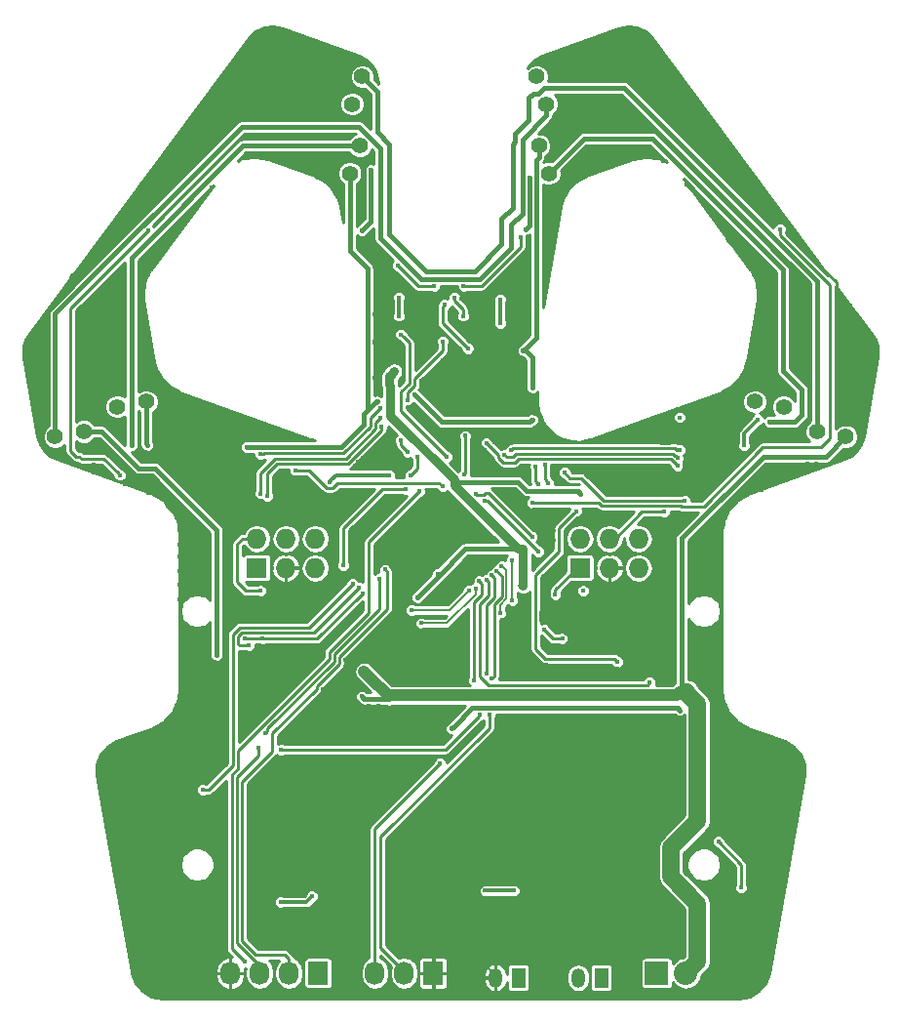
<source format=gbl>
G04 #@! TF.FileFunction,Copper,L2,Bot,Signal*
%FSLAX46Y46*%
G04 Gerber Fmt 4.6, Leading zero omitted, Abs format (unit mm)*
G04 Created by KiCad (PCBNEW 4.0.4-stable) date *
%MOMM*%
%LPD*%
G01*
G04 APERTURE LIST*
%ADD10C,0.100000*%
%ADD11C,1.400000*%
%ADD12R,1.200000X1.700000*%
%ADD13O,1.200000X1.700000*%
%ADD14R,2.032000X2.032000*%
%ADD15O,2.032000X2.032000*%
%ADD16R,1.727200X2.032000*%
%ADD17O,1.727200X2.032000*%
%ADD18R,1.727200X1.727200*%
%ADD19O,1.727200X1.727200*%
%ADD20C,0.400000*%
%ADD21C,0.800000*%
%ADD22C,0.600000*%
%ADD23C,0.400000*%
%ADD24C,1.500000*%
%ADD25C,0.250000*%
%ADD26C,1.000000*%
%ADD27C,0.300000*%
%ADD28C,0.200000*%
%ADD29C,0.800000*%
%ADD30C,0.180000*%
%ADD31C,0.254000*%
G04 APERTURE END LIST*
D10*
D11*
X114169827Y-60871239D03*
X116671239Y-60430173D03*
X139759044Y-38027775D03*
X140627775Y-35640956D03*
X139959044Y-32027775D03*
X140827775Y-29640956D03*
X119569827Y-58271239D03*
X122071239Y-57830173D03*
X156172225Y-35640956D03*
X157040956Y-38027775D03*
X174928761Y-57830173D03*
X177430173Y-58271239D03*
X155972225Y-29640956D03*
X156840956Y-32027775D03*
X180328761Y-60430173D03*
X182830173Y-60871239D03*
D12*
X161600000Y-107800000D03*
D13*
X159600000Y-107800000D03*
D12*
X154400000Y-107800000D03*
D13*
X152400000Y-107800000D03*
D14*
X166400000Y-107400000D03*
D15*
X168940000Y-107400000D03*
D16*
X147000000Y-107400000D03*
D17*
X144460000Y-107400000D03*
X141920000Y-107400000D03*
D18*
X159750000Y-72250000D03*
D19*
X159750000Y-69710000D03*
X162290000Y-72250000D03*
X162290000Y-69710000D03*
X164830000Y-72250000D03*
X164830000Y-69710000D03*
D18*
X131670000Y-72250000D03*
D19*
X131670000Y-69710000D03*
X134210000Y-72250000D03*
X134210000Y-69710000D03*
X136750000Y-72250000D03*
X136750000Y-69710000D03*
D16*
X137000000Y-107400000D03*
D17*
X134460000Y-107400000D03*
X131920000Y-107400000D03*
X129380000Y-107400000D03*
D20*
X140800000Y-83400000D03*
X128200000Y-79800000D03*
X144200000Y-52000000D03*
X148200000Y-62600000D03*
X145600000Y-62600000D03*
X145000000Y-64200000D03*
X144600000Y-65400000D03*
X139200000Y-72000000D03*
D21*
X141000000Y-81250000D03*
X169000000Y-83000000D03*
D20*
X135200000Y-64400000D03*
X133948267Y-64499990D03*
X138750000Y-67000000D03*
X139500000Y-66250000D03*
X138250000Y-66250000D03*
X137750000Y-67250000D03*
X128250000Y-67000000D03*
X129250000Y-67250000D03*
X131500000Y-67250000D03*
X132750000Y-67000000D03*
X136000000Y-67250000D03*
X134750000Y-67000000D03*
X133750000Y-67000000D03*
X133750000Y-65750000D03*
X135000000Y-65750000D03*
X134250000Y-64000000D03*
X129000000Y-79750000D03*
X129000000Y-79000000D03*
X129000000Y-78250000D03*
X129000000Y-77500000D03*
X161500000Y-76500000D03*
X165750000Y-77250000D03*
X165250000Y-76750000D03*
X164500000Y-76750000D03*
X163750000Y-76750000D03*
X166500000Y-80500000D03*
X165500000Y-80500000D03*
X164500000Y-80500000D03*
X167500000Y-80250000D03*
X167500000Y-79500000D03*
X167500000Y-78750000D03*
X166500000Y-78250000D03*
X166500000Y-79000000D03*
X166500000Y-79750000D03*
X165750000Y-79750000D03*
X165000000Y-79750000D03*
X164000000Y-79750000D03*
X125000000Y-75000000D03*
X125000000Y-73750000D03*
X125000000Y-72500000D03*
X125000000Y-71250000D03*
X125000000Y-70250000D03*
X125000000Y-69000000D03*
X124750000Y-67750000D03*
X123750000Y-66500000D03*
X122250000Y-65750000D03*
X120250000Y-65000000D03*
X171750000Y-74750000D03*
X171750000Y-73500000D03*
X171750000Y-71750000D03*
X171750000Y-70500000D03*
X171750000Y-69000000D03*
X172250000Y-67500000D03*
X173500000Y-66250000D03*
X175500000Y-65500000D03*
X172250000Y-57250000D03*
X173500000Y-56250000D03*
X174500000Y-54500000D03*
X174750000Y-52000000D03*
X175250000Y-50000000D03*
X175500000Y-47500000D03*
X174000000Y-45250000D03*
X172500000Y-43250000D03*
X171000000Y-41250000D03*
X169000000Y-39000000D03*
X167000000Y-37000000D03*
X184250000Y-60500000D03*
X184500000Y-59250000D03*
X184750000Y-57500000D03*
X185250000Y-55750000D03*
X185250000Y-53750000D03*
X184750000Y-52000000D03*
X183250000Y-49500000D03*
X182000000Y-48000000D03*
X180500000Y-46000000D03*
X179000000Y-44000000D03*
X177250000Y-41750000D03*
X176000000Y-40000000D03*
X174750000Y-38250000D03*
X173500000Y-36500000D03*
X172250000Y-35000000D03*
X171000000Y-33500000D03*
X169500000Y-31500000D03*
X167750000Y-29500000D03*
X164250000Y-28000000D03*
X161500000Y-28000000D03*
X158750000Y-28000000D03*
X130400000Y-59400000D03*
X129400000Y-59200000D03*
X127000000Y-58400000D03*
X125200000Y-57800000D03*
X123200000Y-57200000D03*
X123000000Y-55500000D03*
X122500000Y-53750000D03*
X122000000Y-52000000D03*
X121750000Y-50000000D03*
X121500000Y-47750000D03*
X122500000Y-45750000D03*
X124000000Y-44000000D03*
X125250000Y-42250000D03*
X126500000Y-40750000D03*
X127750000Y-39250000D03*
X113000000Y-60000000D03*
X113000000Y-58000000D03*
X112500000Y-56000000D03*
X112000000Y-53500000D03*
X113000000Y-51500000D03*
X115500000Y-48000000D03*
X117000000Y-45500000D03*
X118500000Y-43500000D03*
X120000000Y-41500000D03*
X121500000Y-39500000D03*
X123000000Y-37500000D03*
X125000000Y-35000000D03*
X127000000Y-33000000D03*
X129000000Y-31000000D03*
X131000000Y-28500000D03*
X134500000Y-28500000D03*
X138000000Y-28500000D03*
X138000000Y-31000000D03*
X134500000Y-31000000D03*
X131000000Y-31000000D03*
X167500000Y-61374968D03*
X165000000Y-63925010D03*
X166800000Y-61374968D03*
X165800000Y-63925010D03*
X166600000Y-63925010D03*
X159837966Y-63925010D03*
X159991557Y-63925010D03*
X164378102Y-63925010D03*
X162160769Y-63925010D03*
X168531667Y-65863333D03*
X160471239Y-64328761D03*
X141912018Y-55800000D03*
X141912018Y-52600000D03*
X141912018Y-50250000D03*
X141912018Y-52689926D03*
X139600000Y-102400000D03*
X140400000Y-102400000D03*
X140400000Y-103000000D03*
X139600000Y-103000000D03*
X139600000Y-103800000D03*
X140400000Y-103800000D03*
X141200000Y-103800000D03*
X141200000Y-103200000D03*
X141200000Y-102400000D03*
X145200000Y-99800000D03*
X144400000Y-99800000D03*
X143400000Y-99800000D03*
X143400000Y-99200000D03*
X144400000Y-99200000D03*
X154750000Y-50500000D03*
X154000000Y-50500000D03*
X143000000Y-50250000D03*
X142250000Y-50250000D03*
X150500000Y-59000000D03*
X150000000Y-58500000D03*
X148750000Y-58750000D03*
X149250000Y-58500000D03*
X149250000Y-57750000D03*
X148000000Y-57750000D03*
X148000000Y-57750000D03*
X147500000Y-58250000D03*
X168250000Y-58500000D03*
X169000000Y-58500000D03*
X169500000Y-58500000D03*
X170250000Y-58500000D03*
X171000000Y-58500000D03*
X117050000Y-59000000D03*
X117000000Y-58250000D03*
X116250000Y-58250000D03*
X116250000Y-59000000D03*
X118750000Y-62000000D03*
X118450000Y-61500000D03*
X117750000Y-61500000D03*
X117500210Y-63300016D03*
X117750000Y-62250000D03*
X119000000Y-64250000D03*
X118250000Y-64000000D03*
X117500000Y-64000000D03*
X179250000Y-59750000D03*
X179250000Y-61250000D03*
X178000000Y-61250000D03*
X177250000Y-64500000D03*
X177750000Y-64000000D03*
X178500000Y-64000000D03*
X179250000Y-64000000D03*
X180250000Y-63250000D03*
X179500000Y-63250000D03*
X138000000Y-37800000D03*
X134600000Y-36600000D03*
X131200000Y-36400000D03*
X138000000Y-34800000D03*
X134600000Y-34800000D03*
X131200000Y-34800000D03*
X138000000Y-33000000D03*
X134600000Y-33000000D03*
X131200000Y-33000000D03*
X158800000Y-37800000D03*
X161600000Y-36000000D03*
X164400000Y-36000000D03*
X164200000Y-29600000D03*
X161600000Y-29600000D03*
X158800000Y-29600000D03*
X164400000Y-32600000D03*
X161600000Y-32400000D03*
X158800000Y-32400000D03*
X155824272Y-67224272D03*
X145400000Y-77600000D03*
X145400000Y-78200000D03*
X146000000Y-78200000D03*
X146200890Y-77601921D03*
X145351846Y-76995716D03*
X146600000Y-72800000D03*
X147400000Y-71000000D03*
X147800000Y-70600000D03*
X148200000Y-71000000D03*
X147800000Y-71400000D03*
X147400000Y-71800000D03*
X147000000Y-71400000D03*
X134600000Y-87200000D03*
X134000000Y-87200000D03*
X135200000Y-87200000D03*
X135800000Y-87200000D03*
X136400000Y-87200000D03*
X137000000Y-87200000D03*
X135000000Y-85800000D03*
X134600000Y-86200000D03*
X134000000Y-86600000D03*
X133800000Y-88800000D03*
X134600000Y-88800000D03*
X135400000Y-88800000D03*
X136400000Y-88800000D03*
X137200000Y-88800000D03*
X138000000Y-88800000D03*
X139800000Y-88800000D03*
X140600000Y-88800000D03*
X141400000Y-88800000D03*
X142200000Y-88800000D03*
X143000000Y-88800000D03*
X143800000Y-88800000D03*
X144600000Y-88800000D03*
X145400000Y-88800000D03*
X152800000Y-53600000D03*
X152000000Y-53600000D03*
X152000000Y-52800000D03*
X152800000Y-52800000D03*
X153400000Y-52800000D03*
X153400000Y-52200000D03*
X152750000Y-52200000D03*
X152000000Y-52200000D03*
X153200000Y-58400000D03*
X154800000Y-57400000D03*
X154400000Y-57800000D03*
X153800000Y-58000000D03*
X153000000Y-57800000D03*
X152600000Y-57400000D03*
X146800000Y-55800000D03*
X146000000Y-56000000D03*
X168400000Y-65200000D03*
X167000000Y-65400000D03*
X166400000Y-65600000D03*
X160400000Y-64000000D03*
X162400000Y-64600000D03*
X162200000Y-65650022D03*
X162750000Y-64000000D03*
X156400000Y-76800000D03*
X156400000Y-76200000D03*
X156600000Y-75800000D03*
X156600000Y-75200000D03*
X133600000Y-60800000D03*
X132800000Y-60800000D03*
X132200000Y-60400000D03*
X131800000Y-60000000D03*
X131800000Y-60800000D03*
X164800000Y-65600000D03*
X164000000Y-65600000D03*
X163200000Y-65600000D03*
X156200000Y-69800000D03*
X156800000Y-69800000D03*
X157400000Y-69800000D03*
X157400000Y-69000000D03*
X156600000Y-69000000D03*
X156000000Y-69000000D03*
X158600000Y-67200000D03*
X156400000Y-67200000D03*
X171000000Y-60000000D03*
X170200000Y-60000000D03*
X169600000Y-60000000D03*
X168600000Y-60800000D03*
X169000000Y-60000000D03*
X168400000Y-60000000D03*
X143200000Y-78200000D03*
X142600000Y-78200000D03*
X142000000Y-78200000D03*
X146600000Y-81000000D03*
X146400000Y-82200022D03*
X145800000Y-82200021D03*
X146000000Y-81000000D03*
X145200000Y-82200022D03*
X145400000Y-81000000D03*
X144600000Y-82200021D03*
X144800000Y-81000000D03*
X144000000Y-82200022D03*
X144200000Y-81000000D03*
X143400000Y-82200021D03*
X143600000Y-81000000D03*
X143000000Y-81000000D03*
X142400000Y-81000000D03*
X147600000Y-82200000D03*
X147000000Y-82200000D03*
X137400000Y-82800000D03*
X135703842Y-81703842D03*
X138000000Y-82600000D03*
X139400000Y-80800000D03*
X137450530Y-79550676D03*
X139400000Y-80200000D03*
X140000000Y-80200000D03*
X140000000Y-80800000D03*
X139600000Y-81400000D03*
X139000000Y-81400000D03*
X139200000Y-82600022D03*
X134600000Y-81600000D03*
X133800000Y-82400000D03*
X134400000Y-82600000D03*
X135000000Y-82200000D03*
X141200000Y-82800000D03*
X140400000Y-82800000D03*
X139800000Y-82600000D03*
X138600000Y-82600000D03*
X148000000Y-84400000D03*
X147200000Y-84400000D03*
X146400000Y-84400000D03*
X145600000Y-84400000D03*
X144800000Y-84400000D03*
X144000000Y-84400000D03*
X143000000Y-84400000D03*
X142200000Y-84200000D03*
X141400000Y-84200000D03*
X140600000Y-84200000D03*
X139800000Y-84200000D03*
X139000000Y-84200000D03*
X138200000Y-84200000D03*
X137400000Y-84200000D03*
X146200000Y-87200000D03*
X145400000Y-87200000D03*
X144600000Y-87200000D03*
X143800000Y-87200000D03*
X143000000Y-87200000D03*
X142200000Y-87200000D03*
X141400000Y-87200000D03*
X148600000Y-85200000D03*
X147800000Y-85200000D03*
X147000000Y-85200000D03*
X146200000Y-85200000D03*
X145400000Y-85200000D03*
X144600000Y-85200000D03*
X143800000Y-85200000D03*
X143000000Y-85200000D03*
X142200000Y-85200000D03*
X141400000Y-85200000D03*
X142600000Y-92600000D03*
X143200000Y-92000000D03*
X143600000Y-91600000D03*
X144000000Y-91200000D03*
X144400000Y-90800000D03*
X144800000Y-90400000D03*
X145200000Y-90000000D03*
X145800000Y-89400000D03*
X148200000Y-91400000D03*
X147800000Y-91800000D03*
X147400000Y-92200000D03*
X147000000Y-92600000D03*
X146600000Y-93000000D03*
X146200000Y-93400000D03*
X145800000Y-93800000D03*
X145400000Y-94200000D03*
X145000000Y-94600000D03*
X144200000Y-56200000D03*
X144400000Y-55600000D03*
X142200000Y-55800000D03*
X145000000Y-74200000D03*
X144400000Y-74200000D03*
X143800000Y-74200000D03*
X157400000Y-73400000D03*
X157600000Y-72800000D03*
X156800000Y-73000000D03*
X156800000Y-73400000D03*
X156800000Y-74000000D03*
X156800000Y-74600000D03*
X162000000Y-77600000D03*
X161400000Y-77400000D03*
X160600000Y-77400000D03*
X160600000Y-78200000D03*
X161200000Y-78200000D03*
X162000000Y-78200000D03*
X162800000Y-78400000D03*
X163000000Y-79200000D03*
X162200000Y-79200000D03*
X161400000Y-79200000D03*
X153000000Y-79800000D03*
X153000000Y-79200000D03*
X153000000Y-78600000D03*
X153000000Y-78000000D03*
X153000000Y-77400000D03*
X153000000Y-76800000D03*
X153800000Y-76800000D03*
X153800000Y-77400000D03*
X153800000Y-78000000D03*
X153800000Y-78600000D03*
X153800000Y-79200000D03*
X153800000Y-79800000D03*
X158200000Y-80800000D03*
X157600000Y-80800000D03*
X157000000Y-80800000D03*
X156400000Y-80600000D03*
X155800000Y-80600000D03*
X155800000Y-80000000D03*
X160200000Y-85200000D03*
X161000000Y-85200000D03*
X161800000Y-85200000D03*
X162600000Y-85200000D03*
X163400000Y-85200000D03*
X163400000Y-86000000D03*
X162600000Y-86000000D03*
X161800000Y-86000000D03*
X161000000Y-86000000D03*
X160200000Y-86000000D03*
X159400000Y-86000000D03*
X158600000Y-86000000D03*
X157800000Y-86000000D03*
X157000000Y-86000000D03*
X157000000Y-85200000D03*
X157800000Y-85200000D03*
X158600000Y-85200000D03*
X159400000Y-85200000D03*
X161400000Y-81000000D03*
X162200000Y-81000000D03*
X163000000Y-81000000D03*
X163600000Y-81800000D03*
X162800000Y-81800000D03*
X162000000Y-81800000D03*
X161200000Y-81800000D03*
X160400000Y-81800000D03*
X161000000Y-76500000D03*
X158500000Y-76500000D03*
X130800000Y-74800000D03*
X130200000Y-74800000D03*
X129400000Y-77000000D03*
X129800000Y-76600000D03*
X130400000Y-75400000D03*
X130400000Y-76000000D03*
X130400000Y-76600000D03*
X132500000Y-76500000D03*
X134600000Y-76500000D03*
X135000000Y-76800000D03*
X135000000Y-76200000D03*
X131000000Y-79800000D03*
X131000000Y-80400000D03*
X131000000Y-81000000D03*
X131800000Y-81000000D03*
X131800000Y-80400000D03*
X131800000Y-79800000D03*
X132400000Y-81800000D03*
X133000000Y-81800000D03*
X133600000Y-81800000D03*
X133600000Y-81200000D03*
X133000000Y-81200000D03*
X132400000Y-81200000D03*
X135400000Y-81400000D03*
X135000000Y-81000000D03*
X136200000Y-79600000D03*
X136800000Y-79600000D03*
X136800000Y-79000000D03*
X136200000Y-79000000D03*
X135600000Y-79000000D03*
X131763933Y-104586087D03*
X131750020Y-104000000D03*
X131750020Y-103400000D03*
X131750020Y-101045976D03*
X131750020Y-101600000D03*
X131750020Y-99251179D03*
X131750020Y-99851179D03*
X131750020Y-98651179D03*
X131750020Y-102800000D03*
X131750020Y-100451179D03*
X131750020Y-102200000D03*
X156800000Y-79400000D03*
X157600000Y-79600000D03*
X163400000Y-95800000D03*
X162600000Y-95800000D03*
X161800000Y-95800000D03*
X161000000Y-95800000D03*
X160200000Y-95800000D03*
X163200000Y-99400000D03*
X163200000Y-98800000D03*
X163200000Y-98200000D03*
X163200000Y-97600000D03*
X163200000Y-97000000D03*
X163400000Y-96400000D03*
X162600000Y-96400000D03*
X161800000Y-96400000D03*
X161000000Y-96400000D03*
X162400000Y-99600000D03*
X162400000Y-100200000D03*
X161800000Y-100200000D03*
X161200000Y-100200000D03*
X160600000Y-100200000D03*
X160600000Y-99600000D03*
X161200000Y-99600000D03*
X161800000Y-99600000D03*
X159400000Y-104000000D03*
X158600000Y-104000000D03*
X157800000Y-104000000D03*
X157800000Y-103400000D03*
X158600000Y-103400000D03*
X159400000Y-103400000D03*
X159400000Y-102800000D03*
X158600000Y-102800000D03*
X157800000Y-102800000D03*
X149600000Y-101000000D03*
X149600000Y-101800000D03*
X149600000Y-102400000D03*
X149600000Y-103000000D03*
X149600000Y-103600000D03*
X149000000Y-103600000D03*
X149000000Y-103000000D03*
X149000000Y-102400000D03*
X149000000Y-101600000D03*
X149000000Y-101000000D03*
X149000000Y-100400000D03*
X149000000Y-99800000D03*
X149000000Y-99200000D03*
X149000000Y-98600000D03*
X149000000Y-98000000D03*
X149000000Y-97400000D03*
X146800000Y-96200000D03*
X146800000Y-96800000D03*
X146800000Y-97400000D03*
X146800000Y-98000000D03*
X146800000Y-98600000D03*
X146800000Y-99200000D03*
X145200000Y-99200000D03*
X146000000Y-99200000D03*
X146000000Y-98600000D03*
X146000000Y-98000000D03*
X146000000Y-97400000D03*
X146000000Y-96800000D03*
X146000000Y-96200000D03*
X132200000Y-104600000D03*
X132200000Y-104000000D03*
X132200000Y-103400000D03*
X132200000Y-102800000D03*
X132200000Y-102200000D03*
X132200000Y-101600000D03*
X149400000Y-106200000D03*
X149400000Y-107000000D03*
X149400000Y-107800000D03*
X149400000Y-108600000D03*
X149400000Y-109400000D03*
X150200000Y-109400000D03*
X150200000Y-108600000D03*
X150200000Y-107800000D03*
X150200000Y-107000000D03*
X150200000Y-106200000D03*
X146200000Y-54000000D03*
X146600000Y-53800000D03*
X147800000Y-54200000D03*
X147800000Y-54800000D03*
X143400000Y-52600000D03*
X142800000Y-52600000D03*
X142200000Y-52600000D03*
X148600000Y-49800000D03*
X149475000Y-48925000D03*
X150000000Y-49000000D03*
X150000000Y-48400000D03*
X149500000Y-79200000D03*
X150000000Y-79200000D03*
X150000000Y-78600000D03*
X149400000Y-78600000D03*
X149000000Y-79000000D03*
X149000000Y-79600000D03*
X133296169Y-64306458D03*
X140478894Y-63078893D03*
X140878894Y-62678894D03*
X140212689Y-63345099D03*
X141400000Y-62800000D03*
X140800000Y-63200000D03*
X167038796Y-67375021D03*
X168400000Y-84600000D03*
X148600000Y-86200000D03*
X133750000Y-101250000D03*
X136500000Y-100750000D03*
X155890925Y-63451552D03*
X156121674Y-65001574D03*
X159800000Y-65800000D03*
D22*
X143600000Y-55200000D03*
D20*
X147400000Y-72800000D03*
X145600000Y-74800000D03*
D21*
X154800000Y-73800000D03*
D20*
X154000000Y-100250000D03*
X151500000Y-100250000D03*
X138000000Y-64800000D03*
X143200000Y-64200000D03*
X168400000Y-59200000D03*
X145350521Y-57205383D03*
X142111999Y-57799999D03*
X130824998Y-61799998D03*
X155600000Y-59400000D03*
X154800000Y-53400000D03*
X155600000Y-56600000D03*
X156679928Y-63325010D03*
X157000000Y-64875033D03*
X159400000Y-67325020D03*
X163000000Y-80400000D03*
X168400000Y-62000000D03*
X153789309Y-62024971D03*
X176200000Y-59600000D03*
X142400000Y-58400000D03*
X132000000Y-62400000D03*
X168800000Y-66400000D03*
X158400000Y-64000000D03*
X147800000Y-65200000D03*
X135000000Y-63800000D03*
X174000000Y-61600000D03*
X175200000Y-59400000D03*
X132000000Y-65800000D03*
X142400000Y-59200000D03*
X168253843Y-62711365D03*
X153200880Y-62458390D03*
X144200000Y-61200000D03*
X144800000Y-62200000D03*
X142500040Y-60018407D03*
X132600000Y-66000000D03*
X168200000Y-63400000D03*
X151600000Y-61400000D03*
X155340946Y-38400000D03*
X155008227Y-42874718D03*
X141599980Y-37731663D03*
X140800000Y-43000000D03*
X130600997Y-106379897D03*
X149690329Y-64183982D03*
X145800000Y-65600000D03*
X149800000Y-60800000D03*
X150688685Y-65800282D03*
X155582564Y-69546154D03*
X151429770Y-66430946D03*
X156107584Y-70837061D03*
X156600000Y-77600000D03*
X158200000Y-78400000D03*
X140556364Y-73930369D03*
X131000000Y-79000000D03*
X140874980Y-74438796D03*
X132200000Y-78400000D03*
X130600000Y-78400000D03*
X145948670Y-77057496D03*
X150669684Y-74012173D03*
X151877242Y-85000020D03*
X151595522Y-81453033D03*
X152087096Y-72902801D03*
X152084979Y-81877305D03*
X147600000Y-89200000D03*
X152519968Y-72487305D03*
X152944919Y-72063713D03*
X152825042Y-76211252D03*
X153856598Y-71578897D03*
X153842265Y-75042359D03*
X145099030Y-75920382D03*
X150112898Y-74235787D03*
X142800000Y-72400000D03*
X151043542Y-85000020D03*
X150560984Y-81999971D03*
X131828755Y-87828755D03*
X133800000Y-88000000D03*
X151000000Y-73400000D03*
X160000000Y-74250000D03*
X157600000Y-74600000D03*
X132000000Y-74250000D03*
X152800000Y-49000000D03*
X152800000Y-51000000D03*
X144800000Y-57677972D03*
X147800000Y-52600000D03*
X144000000Y-48800000D03*
X144000000Y-50400000D03*
X122200000Y-61600000D03*
X120800000Y-61600000D03*
X122250000Y-43000000D03*
X119800000Y-64200000D03*
X147091025Y-47800031D03*
X143937000Y-46050921D03*
X148000000Y-49400000D03*
X150000000Y-53200000D03*
X154567940Y-43557875D03*
X149640163Y-47800031D03*
X149600000Y-50400000D03*
X148820889Y-48801266D03*
X177141266Y-42883744D03*
X155600000Y-66600000D03*
X132400000Y-86600000D03*
X142325020Y-73200000D03*
X140000000Y-73600000D03*
X127000000Y-91500000D03*
X171750000Y-96000000D03*
X173750000Y-100000000D03*
X165800000Y-82200000D03*
X151612822Y-73270332D03*
D23*
X182830173Y-60871239D02*
X181101412Y-62600000D01*
X181101412Y-62600000D02*
X175650000Y-62600000D01*
X175650000Y-62600000D02*
X168600000Y-69650000D01*
X168600000Y-69650000D02*
X168600000Y-82720000D01*
X168600000Y-82720000D02*
X168940000Y-83060000D01*
X121400000Y-63600000D02*
X122850000Y-63600000D01*
X116671239Y-60430173D02*
X118230173Y-60430173D01*
X142949999Y-83599999D02*
X143149999Y-83399999D01*
X140999999Y-83599999D02*
X142949999Y-83599999D01*
X140800000Y-83400000D02*
X140999999Y-83599999D01*
X128200000Y-70400000D02*
X128200000Y-79800000D01*
X121400000Y-63600000D02*
X118230173Y-60430173D01*
X128200000Y-68950000D02*
X128200000Y-70400000D01*
X122850000Y-63600000D02*
X128200000Y-68950000D01*
D24*
X167640000Y-99060000D02*
X169955999Y-101375999D01*
X169955999Y-101375999D02*
X169955999Y-106384001D01*
X167640000Y-96520000D02*
X167640000Y-99060000D01*
X169955999Y-94204001D02*
X167640000Y-96520000D01*
X169955999Y-84075999D02*
X169955999Y-94204001D01*
D25*
X144399999Y-52199999D02*
X144200000Y-52000000D01*
X144925001Y-52725001D02*
X144399999Y-52199999D01*
X144224988Y-58624988D02*
X144224988Y-56952016D01*
X148200000Y-62600000D02*
X144224988Y-58624988D01*
X144925001Y-56252003D02*
X144925001Y-52725001D01*
X144224988Y-56952016D02*
X144925001Y-56252003D01*
D24*
X169955999Y-84075999D02*
X168940000Y-83060000D01*
X168940000Y-107400000D02*
X169955999Y-106384001D01*
D26*
X168134326Y-83299989D02*
X143250009Y-83299989D01*
X168434315Y-83000000D02*
X168134326Y-83299989D01*
X169000000Y-83000000D02*
X168434315Y-83000000D01*
X143250009Y-83299989D02*
X143149999Y-83399999D01*
D25*
X145600000Y-63600000D02*
X145600000Y-62600000D01*
X145000000Y-64200000D02*
X145600000Y-63600000D01*
X142600000Y-65400000D02*
X144600000Y-65400000D01*
X139200000Y-68800000D02*
X142600000Y-65400000D01*
X139200000Y-72000000D02*
X139200000Y-68800000D01*
D26*
X143149999Y-83399999D02*
X141399999Y-81649999D01*
X141399999Y-81649999D02*
X141000000Y-81250000D01*
D24*
X168940000Y-83060000D02*
X169000000Y-83000000D01*
D27*
X133948267Y-64499990D02*
X133489701Y-64499990D01*
X133489701Y-64499990D02*
X133296169Y-64306458D01*
X135200000Y-64400000D02*
X134650000Y-64400000D01*
X134650000Y-64400000D02*
X134250000Y-64000000D01*
D25*
X133948267Y-64698267D02*
X133948267Y-64499990D01*
X135000000Y-65750000D02*
X133948267Y-64698267D01*
X139500000Y-66250000D02*
X138750000Y-67000000D01*
X137750000Y-67250000D02*
X137750000Y-66750000D01*
X137750000Y-66750000D02*
X138250000Y-66250000D01*
X131500000Y-67250000D02*
X129250000Y-67250000D01*
X133750000Y-67000000D02*
X132750000Y-67000000D01*
X134750000Y-67000000D02*
X135750000Y-67000000D01*
X135750000Y-67000000D02*
X136000000Y-67250000D01*
X133750000Y-65750000D02*
X133750000Y-67000000D01*
X129000000Y-79750000D02*
X129000000Y-79500000D01*
X129000000Y-78250000D02*
X129000000Y-79000000D01*
X129400000Y-77000000D02*
X129400000Y-77100000D01*
X129400000Y-77100000D02*
X129000000Y-77500000D01*
X165250000Y-76750000D02*
X165750000Y-77250000D01*
X163750000Y-76750000D02*
X164500000Y-76750000D01*
X166500000Y-80500000D02*
X166750000Y-80750000D01*
X164500000Y-80500000D02*
X165500000Y-80500000D01*
X167500000Y-78750000D02*
X167500000Y-79500000D01*
X166500000Y-79000000D02*
X166500000Y-78250000D01*
X165750000Y-79750000D02*
X166500000Y-79750000D01*
X164000000Y-79750000D02*
X165000000Y-79750000D01*
X125000000Y-73750000D02*
X125000000Y-75000000D01*
X125000000Y-71250000D02*
X125000000Y-72500000D01*
X125000000Y-69000000D02*
X125000000Y-70250000D01*
X123750000Y-66500000D02*
X123750000Y-66750000D01*
X123750000Y-66750000D02*
X124750000Y-67750000D01*
X120250000Y-65000000D02*
X121500000Y-65000000D01*
X121500000Y-65000000D02*
X122250000Y-65750000D01*
X171750000Y-73500000D02*
X171750000Y-74750000D01*
X171750000Y-70500000D02*
X171750000Y-71750000D01*
X172250000Y-67500000D02*
X172250000Y-68500000D01*
X172250000Y-68500000D02*
X171750000Y-69000000D01*
X175500000Y-65500000D02*
X174250000Y-65500000D01*
X174250000Y-65500000D02*
X173500000Y-66250000D01*
X173500000Y-56250000D02*
X173250000Y-56250000D01*
X173250000Y-56250000D02*
X172250000Y-57250000D01*
X174750000Y-52000000D02*
X174750000Y-54250000D01*
X174750000Y-54250000D02*
X174500000Y-54500000D01*
X175500000Y-47500000D02*
X175500000Y-49750000D01*
X175500000Y-49750000D02*
X175250000Y-50000000D01*
X172500000Y-43250000D02*
X172500000Y-43750000D01*
X172500000Y-43750000D02*
X174000000Y-45250000D01*
X169000000Y-39000000D02*
X171000000Y-41000000D01*
X171000000Y-41000000D02*
X171000000Y-41250000D01*
X164400000Y-36000000D02*
X166000000Y-36000000D01*
X166000000Y-36000000D02*
X167000000Y-37000000D01*
X184750000Y-57500000D02*
X184750000Y-59000000D01*
X184750000Y-59000000D02*
X184500000Y-59250000D01*
X185250000Y-53750000D02*
X185250000Y-55750000D01*
X183250000Y-49500000D02*
X183250000Y-50500000D01*
X183250000Y-50500000D02*
X184750000Y-52000000D01*
X180500000Y-46000000D02*
X182000000Y-47500000D01*
X182000000Y-47500000D02*
X182000000Y-48000000D01*
X177250000Y-41750000D02*
X177250000Y-42250000D01*
X177250000Y-42250000D02*
X179000000Y-44000000D01*
X174750000Y-38250000D02*
X174750000Y-38750000D01*
X174750000Y-38750000D02*
X176000000Y-40000000D01*
X172250000Y-35000000D02*
X172250000Y-35250000D01*
X172250000Y-35250000D02*
X173500000Y-36500000D01*
X169500000Y-31500000D02*
X169500000Y-32000000D01*
X169500000Y-32000000D02*
X171000000Y-33500000D01*
X164250000Y-28000000D02*
X166250000Y-28000000D01*
X166250000Y-28000000D02*
X167750000Y-29500000D01*
X158750000Y-28000000D02*
X161500000Y-28000000D01*
D23*
X130400000Y-59400000D02*
X131800000Y-60800000D01*
X127800000Y-59200000D02*
X127000000Y-58400000D01*
X129400000Y-59200000D02*
X127800000Y-59200000D01*
X123800000Y-57800000D02*
X123200000Y-57200000D01*
X125200000Y-57800000D02*
X123800000Y-57800000D01*
D25*
X122500000Y-55000000D02*
X123000000Y-55500000D01*
X122500000Y-53750000D02*
X122500000Y-55000000D01*
X121750000Y-51750000D02*
X122000000Y-52000000D01*
X121750000Y-50000000D02*
X121750000Y-51750000D01*
X121500000Y-46750000D02*
X121500000Y-47750000D01*
X122500000Y-45750000D02*
X121500000Y-46750000D01*
X124000000Y-43500000D02*
X124000000Y-44000000D01*
X125250000Y-42250000D02*
X124000000Y-43500000D01*
X126500000Y-40500000D02*
X126500000Y-40750000D01*
X127750000Y-39250000D02*
X126500000Y-40500000D01*
X112500000Y-56000000D02*
X112500000Y-57500000D01*
X112500000Y-57500000D02*
X113000000Y-58000000D01*
X113000000Y-51500000D02*
X113000000Y-52500000D01*
X113000000Y-52500000D02*
X112000000Y-53500000D01*
X117000000Y-45500000D02*
X115500000Y-47000000D01*
X115500000Y-47000000D02*
X115500000Y-48000000D01*
X120000000Y-41500000D02*
X120000000Y-42000000D01*
X120000000Y-42000000D02*
X118500000Y-43500000D01*
X123000000Y-37500000D02*
X121500000Y-39000000D01*
X121500000Y-39000000D02*
X121500000Y-39500000D01*
X127000000Y-33000000D02*
X125000000Y-35000000D01*
X131000000Y-28500000D02*
X131000000Y-29000000D01*
X131000000Y-29000000D02*
X129000000Y-31000000D01*
X138000000Y-28500000D02*
X134500000Y-28500000D01*
X134500000Y-31000000D02*
X138000000Y-31000000D01*
X131200000Y-33000000D02*
X131200000Y-31200000D01*
X131200000Y-31200000D02*
X131000000Y-31000000D01*
D23*
X165517158Y-63925010D02*
X165000000Y-63925010D01*
X160120808Y-63925010D02*
X159837966Y-63925010D01*
X160471239Y-64328761D02*
X160067488Y-63925010D01*
X165800000Y-63925010D02*
X165517158Y-63925010D01*
X162235759Y-64000000D02*
X162160769Y-63925010D01*
X162750000Y-64000000D02*
X162235759Y-64000000D01*
X165000000Y-63925010D02*
X164378102Y-63925010D01*
X166800000Y-61374968D02*
X167500000Y-61374968D01*
X160067488Y-63925010D02*
X159991557Y-63925010D01*
X160400000Y-64000000D02*
X160325010Y-63925010D01*
X160325010Y-63925010D02*
X160120808Y-63925010D01*
X168400000Y-65200000D02*
X168400000Y-65731666D01*
X168400000Y-65731666D02*
X168531667Y-65863333D01*
D25*
X142200000Y-55800000D02*
X141912018Y-55800000D01*
X141912018Y-52600000D02*
X141912018Y-52689926D01*
X142250000Y-50250000D02*
X141912018Y-50250000D01*
X142200000Y-52600000D02*
X141912018Y-52600000D01*
X140400000Y-103000000D02*
X140400000Y-102400000D01*
X139600000Y-103800000D02*
X139600000Y-103000000D01*
X141200000Y-103800000D02*
X140400000Y-103800000D01*
X141200000Y-102400000D02*
X141200000Y-103200000D01*
X143400000Y-99800000D02*
X144400000Y-99800000D01*
X144400000Y-99200000D02*
X143400000Y-99200000D01*
X154000000Y-50500000D02*
X154750000Y-50500000D01*
X150000000Y-58500000D02*
X150500000Y-59000000D01*
X149250000Y-58500000D02*
X149000000Y-58500000D01*
X149000000Y-58500000D02*
X148750000Y-58750000D01*
X148000000Y-57750000D02*
X149250000Y-57750000D01*
X147500000Y-58250000D02*
X148000000Y-57750000D01*
X169000000Y-58500000D02*
X168250000Y-58500000D01*
X170250000Y-58500000D02*
X169500000Y-58500000D01*
X171000000Y-60000000D02*
X171000000Y-58500000D01*
X117000000Y-58250000D02*
X117000000Y-58950000D01*
X117000000Y-58950000D02*
X117050000Y-59000000D01*
X116250000Y-59000000D02*
X116250000Y-58250000D01*
X117750000Y-62250000D02*
X117750000Y-61500000D01*
X117500000Y-63300226D02*
X117500210Y-63300016D01*
X117500000Y-64000000D02*
X117500000Y-63300226D01*
X118250000Y-64000000D02*
X118750000Y-64000000D01*
X118750000Y-64000000D02*
X119000000Y-64250000D01*
X178000000Y-61250000D02*
X179250000Y-61250000D01*
X177750000Y-64000000D02*
X177250000Y-64500000D01*
X179250000Y-64000000D02*
X178500000Y-64000000D01*
X179500000Y-63250000D02*
X180250000Y-63250000D01*
X134400000Y-36400000D02*
X134600000Y-36600000D01*
X131200000Y-36400000D02*
X134400000Y-36400000D01*
X138000000Y-34800000D02*
X134600000Y-34800000D01*
X131200000Y-33000000D02*
X134600000Y-33000000D01*
X164400000Y-36000000D02*
X161600000Y-36000000D01*
X164200000Y-29600000D02*
X161600000Y-29600000D01*
X164400000Y-32600000D02*
X164400000Y-32800000D01*
X158800000Y-32400000D02*
X161600000Y-32400000D01*
D23*
X156000000Y-67400000D02*
X155824272Y-67224272D01*
X156400000Y-67200000D02*
X155848544Y-67200000D01*
X156000000Y-69000000D02*
X156000000Y-67400000D01*
X155848544Y-67200000D02*
X155824272Y-67224272D01*
D28*
X145400000Y-77600000D02*
X145400000Y-78200000D01*
X146000000Y-78200000D02*
X146000000Y-77600000D01*
X146198969Y-77600000D02*
X146200890Y-77601921D01*
X146000000Y-77600000D02*
X146198969Y-77600000D01*
X145400000Y-77043870D02*
X145351846Y-76995716D01*
X145400000Y-77600000D02*
X145400000Y-77043870D01*
D25*
X146600000Y-72800000D02*
X146600000Y-71800000D01*
X148200000Y-71000000D02*
X147800000Y-70600000D01*
X147400000Y-71800000D02*
X147800000Y-71400000D01*
X146600000Y-71800000D02*
X147000000Y-71400000D01*
X134000000Y-87200000D02*
X134600000Y-87200000D01*
X135200000Y-87200000D02*
X135800000Y-87200000D01*
X136400000Y-87200000D02*
X137000000Y-87200000D01*
X134200000Y-86600000D02*
X134600000Y-86200000D01*
X134000000Y-86600000D02*
X134200000Y-86600000D01*
X145800000Y-89400000D02*
X145400000Y-89000000D01*
X135400000Y-88800000D02*
X134600000Y-88800000D01*
X137200000Y-88800000D02*
X136400000Y-88800000D01*
X139800000Y-88800000D02*
X138000000Y-88800000D01*
X141400000Y-88800000D02*
X140600000Y-88800000D01*
X143000000Y-88800000D02*
X142200000Y-88800000D01*
X144600000Y-88800000D02*
X143800000Y-88800000D01*
X145400000Y-89000000D02*
X145400000Y-88800000D01*
D23*
X152000000Y-52800000D02*
X152000000Y-53600000D01*
X152800000Y-52800000D02*
X152000000Y-52800000D01*
X153400000Y-52200000D02*
X153400000Y-52800000D01*
X152000000Y-52200000D02*
X152750000Y-52200000D01*
X154400000Y-57800000D02*
X154800000Y-57400000D01*
X152600000Y-57400000D02*
X153000000Y-57800000D01*
X146000000Y-56000000D02*
X146600000Y-56000000D01*
X146600000Y-56000000D02*
X146800000Y-55800000D01*
X166400000Y-65600000D02*
X166800000Y-65600000D01*
X166800000Y-65600000D02*
X167000000Y-65400000D01*
X164800000Y-65600000D02*
X166400000Y-65600000D01*
X164800000Y-65600000D02*
X164517158Y-65600000D01*
X164467136Y-65650022D02*
X162200000Y-65650022D01*
X164517158Y-65600000D02*
X164467136Y-65650022D01*
X162750000Y-64000000D02*
X162750000Y-64250000D01*
X162750000Y-64250000D02*
X162400000Y-64600000D01*
X156400000Y-76200000D02*
X156400000Y-76800000D01*
X156600000Y-75200000D02*
X156600000Y-75800000D01*
X133600000Y-60800000D02*
X131800000Y-60800000D01*
X131800000Y-60800000D02*
X132800000Y-60800000D01*
X132200000Y-60400000D02*
X131800000Y-60000000D01*
X163200000Y-65600000D02*
X164000000Y-65600000D01*
X157400000Y-69800000D02*
X156800000Y-69800000D01*
X156600000Y-69000000D02*
X157400000Y-69000000D01*
X170200000Y-60000000D02*
X171000000Y-60000000D01*
X169000000Y-60000000D02*
X169600000Y-60000000D01*
X168400000Y-60000000D02*
X169000000Y-60000000D01*
D25*
X142000000Y-78200000D02*
X142600000Y-78200000D01*
X146600000Y-81000000D02*
X146600000Y-80800000D01*
X145800000Y-82200021D02*
X146117158Y-82200022D01*
X146117158Y-82200022D02*
X146400000Y-82200022D01*
X145400000Y-81000000D02*
X146000000Y-81000000D01*
X144600000Y-82200021D02*
X144917158Y-82200022D01*
X144917158Y-82200022D02*
X145200000Y-82200022D01*
X144200000Y-81000000D02*
X144800000Y-81000000D01*
X143717158Y-82200022D02*
X144000000Y-82200022D01*
X143400000Y-82200021D02*
X143717158Y-82200022D01*
X143400000Y-82000000D02*
X143400000Y-82200021D01*
X143000000Y-81000000D02*
X143600000Y-81000000D01*
X142400000Y-81000000D02*
X143400000Y-82000000D01*
X135496158Y-81703842D02*
X135703842Y-81703842D01*
X137600000Y-82600000D02*
X137400000Y-82800000D01*
X135400000Y-81400000D02*
X135703842Y-81703842D01*
X135000000Y-82200000D02*
X135496158Y-81703842D01*
X138000000Y-82600000D02*
X137600000Y-82600000D01*
X139400000Y-80200000D02*
X139400000Y-80800000D01*
X136800000Y-79000000D02*
X137350676Y-79550676D01*
X137350676Y-79550676D02*
X137450530Y-79550676D01*
X140000000Y-80800000D02*
X140000000Y-80200000D01*
X139000000Y-81400000D02*
X139600000Y-81400000D01*
X139800000Y-82600000D02*
X139200022Y-82600000D01*
X139200022Y-82600000D02*
X139200000Y-82600022D01*
X134400000Y-82600000D02*
X134000000Y-82600000D01*
X134000000Y-82600000D02*
X133800000Y-82400000D01*
X140400000Y-82800000D02*
X141200000Y-82800000D01*
X139000000Y-83200000D02*
X138600000Y-82800000D01*
X138600000Y-82800000D02*
X138600000Y-82600000D01*
X139000000Y-84200000D02*
X139000000Y-83200000D01*
X141400000Y-85200000D02*
X138400000Y-85200000D01*
X146400000Y-84400000D02*
X147200000Y-84400000D01*
X144800000Y-84400000D02*
X145600000Y-84400000D01*
X143000000Y-84400000D02*
X144000000Y-84400000D01*
X141400000Y-84200000D02*
X142200000Y-84200000D01*
X139800000Y-84200000D02*
X140600000Y-84200000D01*
X138200000Y-84200000D02*
X139000000Y-84200000D01*
X138400000Y-85200000D02*
X137400000Y-84200000D01*
X141400000Y-87200000D02*
X141400000Y-85200000D01*
X146200000Y-87200000D02*
X145400000Y-87200000D01*
X144600000Y-87200000D02*
X143800000Y-87200000D01*
X143000000Y-87200000D02*
X142200000Y-87200000D01*
X147000000Y-85200000D02*
X147800000Y-85200000D01*
X145400000Y-85200000D02*
X146200000Y-85200000D01*
X143800000Y-85200000D02*
X144600000Y-85200000D01*
X142200000Y-85200000D02*
X143000000Y-85200000D01*
X142600000Y-92600000D02*
X143200000Y-92000000D01*
X143600000Y-91600000D02*
X144000000Y-91200000D01*
X144400000Y-90800000D02*
X144800000Y-90400000D01*
X145200000Y-90000000D02*
X145800000Y-89400000D01*
X147400000Y-92200000D02*
X147800000Y-91800000D01*
X146600000Y-93000000D02*
X147000000Y-92600000D01*
X145800000Y-93800000D02*
X146200000Y-93400000D01*
X145000000Y-94600000D02*
X145400000Y-94200000D01*
X144400000Y-55600000D02*
X144400000Y-56000000D01*
X144400000Y-56000000D02*
X144200000Y-56200000D01*
X145000000Y-74200000D02*
X145000000Y-74000000D01*
X143800000Y-74200000D02*
X144400000Y-74200000D01*
X157400000Y-73000000D02*
X157400000Y-73400000D01*
X157600000Y-72800000D02*
X157400000Y-73000000D01*
X156800000Y-73400000D02*
X156800000Y-73000000D01*
X156800000Y-74600000D02*
X156800000Y-74000000D01*
X161600000Y-77600000D02*
X162000000Y-77600000D01*
X161400000Y-77400000D02*
X161600000Y-77600000D01*
X160600000Y-78200000D02*
X160600000Y-77400000D01*
X162000000Y-78200000D02*
X161200000Y-78200000D01*
X162800000Y-79000000D02*
X162800000Y-78400000D01*
X163000000Y-79200000D02*
X162800000Y-79000000D01*
X161400000Y-79200000D02*
X162200000Y-79200000D01*
X153000000Y-79800000D02*
X152800000Y-79800000D01*
X153000000Y-78600000D02*
X153000000Y-79200000D01*
X153000000Y-77400000D02*
X153000000Y-78000000D01*
X153800000Y-76800000D02*
X153000000Y-76800000D01*
X153800000Y-78000000D02*
X153800000Y-77400000D01*
X153800000Y-79200000D02*
X153800000Y-78600000D01*
X154000000Y-80000000D02*
X153800000Y-79800000D01*
X155800000Y-80000000D02*
X154000000Y-80000000D01*
X157600000Y-80800000D02*
X158200000Y-80800000D01*
X156400000Y-80600000D02*
X156800000Y-80600000D01*
X156800000Y-80600000D02*
X157000000Y-80800000D01*
X156400000Y-80600000D02*
X156400000Y-80800000D01*
X155800000Y-80000000D02*
X155800000Y-80600000D01*
X161000000Y-85200000D02*
X161800000Y-85200000D01*
X162600000Y-85200000D02*
X163400000Y-85200000D01*
X163400000Y-86000000D02*
X162600000Y-86000000D01*
X161800000Y-86000000D02*
X161000000Y-86000000D01*
X160200000Y-86000000D02*
X159400000Y-86000000D01*
X158600000Y-86000000D02*
X157800000Y-86000000D01*
X157000000Y-86000000D02*
X157000000Y-85200000D01*
X157800000Y-85200000D02*
X158600000Y-85200000D01*
X160200000Y-95800000D02*
X160200000Y-85200000D01*
X162200000Y-81000000D02*
X161400000Y-81000000D01*
X163000000Y-81200000D02*
X163000000Y-81000000D01*
X163600000Y-81800000D02*
X163000000Y-81200000D01*
X162000000Y-81800000D02*
X162800000Y-81800000D01*
X160400000Y-81800000D02*
X161200000Y-81800000D01*
X130400000Y-75400000D02*
X130400000Y-75000000D01*
X130400000Y-75000000D02*
X130200000Y-74800000D01*
X129400000Y-77000000D02*
X129800000Y-76600000D01*
X130400000Y-75400000D02*
X130400000Y-76000000D01*
X130400000Y-76000000D02*
X129800000Y-76600000D01*
X130400000Y-76600000D02*
X130400000Y-76000000D01*
X135000000Y-76200000D02*
X135000000Y-76800000D01*
X131000000Y-80400000D02*
X131000000Y-79800000D01*
X131800000Y-81000000D02*
X131000000Y-81000000D01*
X131800000Y-79800000D02*
X131800000Y-80400000D01*
X133000000Y-81800000D02*
X132400000Y-81800000D01*
X133600000Y-81200000D02*
X133600000Y-81800000D01*
X132400000Y-81200000D02*
X133000000Y-81200000D01*
X136200000Y-80000000D02*
X135200000Y-81000000D01*
X135200000Y-81000000D02*
X135000000Y-81000000D01*
X136200000Y-79600000D02*
X136200000Y-80000000D01*
X136800000Y-79600000D02*
X136200000Y-79600000D01*
X135600000Y-79000000D02*
X136200000Y-79000000D01*
D28*
X131750020Y-104572174D02*
X131763933Y-104586087D01*
X131750020Y-104000000D02*
X131750020Y-104572174D01*
X131750020Y-102800000D02*
X131750020Y-103400000D01*
X131750020Y-99251179D02*
X131750020Y-99851179D01*
X131750020Y-101600000D02*
X131750020Y-102200000D01*
X131750020Y-100451179D02*
X131750020Y-101045976D01*
X157600000Y-79600000D02*
X157000000Y-79600000D01*
X157000000Y-79600000D02*
X156800000Y-79400000D01*
X162600000Y-95800000D02*
X163400000Y-95800000D01*
X161000000Y-95800000D02*
X161800000Y-95800000D01*
X161000000Y-96400000D02*
X160800000Y-96400000D01*
X160800000Y-96400000D02*
X160200000Y-95800000D01*
X163200000Y-99400000D02*
X163400000Y-99200000D01*
X163200000Y-98200000D02*
X163200000Y-98800000D01*
X163200000Y-97000000D02*
X163200000Y-97600000D01*
X162600000Y-96400000D02*
X163400000Y-96400000D01*
X161000000Y-96400000D02*
X161800000Y-96400000D01*
X162400000Y-100200000D02*
X162400000Y-99600000D01*
X161200000Y-100200000D02*
X161800000Y-100200000D01*
X160600000Y-99600000D02*
X160600000Y-100200000D01*
X161800000Y-99600000D02*
X161200000Y-99600000D01*
X159400000Y-104000000D02*
X159600000Y-103800000D01*
X157800000Y-104000000D02*
X158600000Y-104000000D01*
X158600000Y-103400000D02*
X157800000Y-103400000D01*
X159400000Y-102800000D02*
X159400000Y-103400000D01*
X157800000Y-102800000D02*
X158600000Y-102800000D01*
X149600000Y-101800000D02*
X149600000Y-101000000D01*
X149600000Y-103000000D02*
X149600000Y-102400000D01*
X149000000Y-103600000D02*
X149600000Y-103600000D01*
X149000000Y-102400000D02*
X149000000Y-103000000D01*
X149000000Y-101000000D02*
X149000000Y-101600000D01*
X149000000Y-99800000D02*
X149000000Y-100400000D01*
X149000000Y-98600000D02*
X149000000Y-99200000D01*
X149000000Y-97400000D02*
X149000000Y-98000000D01*
X146800000Y-96200000D02*
X147000000Y-96000000D01*
X146800000Y-97400000D02*
X146800000Y-96800000D01*
X146800000Y-98600000D02*
X146800000Y-98000000D01*
X145200000Y-99200000D02*
X146800000Y-99200000D01*
X146000000Y-98600000D02*
X146000000Y-99200000D01*
X146000000Y-97400000D02*
X146000000Y-98000000D01*
X146000000Y-96200000D02*
X146000000Y-96800000D01*
X132200000Y-104000000D02*
X132200000Y-104600000D01*
X132200000Y-102800000D02*
X132200000Y-103400000D01*
X132200000Y-101600000D02*
X132200000Y-102200000D01*
X149400000Y-107800000D02*
X149400000Y-107000000D01*
X149400000Y-109400000D02*
X149400000Y-108600000D01*
X150200000Y-108600000D02*
X150200000Y-109400000D01*
X150200000Y-107000000D02*
X150200000Y-107800000D01*
X152400000Y-107800000D02*
X152400000Y-107550000D01*
X152400000Y-107550000D02*
X151050000Y-106200000D01*
X151050000Y-106200000D02*
X150200000Y-106200000D01*
D25*
X146000000Y-53800000D02*
X146200000Y-54000000D01*
X146600000Y-53800000D02*
X146000000Y-53800000D01*
X147800000Y-54800000D02*
X147800000Y-54200000D01*
X142800000Y-52600000D02*
X143400000Y-52600000D01*
D27*
X148600000Y-49800000D02*
X148600000Y-50000000D01*
X150000000Y-48400000D02*
X150000000Y-49000000D01*
D28*
X150000000Y-78600000D02*
X150000000Y-79200000D01*
X149000000Y-79000000D02*
X149400000Y-78600000D01*
X149000000Y-79600000D02*
X149000000Y-79000000D01*
D23*
X133381456Y-64306458D02*
X133296169Y-64306458D01*
X141000000Y-62800000D02*
X140878894Y-62678894D01*
X140357788Y-63200000D02*
X140212689Y-63345099D01*
X140800000Y-63200000D02*
X140357788Y-63200000D01*
X141400000Y-62800000D02*
X141000000Y-62800000D01*
D25*
X166755954Y-67375021D02*
X167038796Y-67375021D01*
X162790000Y-69710000D02*
X165124979Y-67375021D01*
X165124979Y-67375021D02*
X166755954Y-67375021D01*
D23*
X168200000Y-84400000D02*
X168400000Y-84600000D01*
X155000000Y-84400000D02*
X168200000Y-84400000D01*
X155000000Y-84400000D02*
X150400000Y-84400000D01*
X150400000Y-84400000D02*
X148799999Y-86000001D01*
X148799999Y-86000001D02*
X148600000Y-86200000D01*
D27*
X133750000Y-101250000D02*
X136000000Y-101250000D01*
X136000000Y-101250000D02*
X136500000Y-100750000D01*
D25*
X155890925Y-63451552D02*
X155890925Y-64770825D01*
X155890925Y-64770825D02*
X155921675Y-64801575D01*
X155921675Y-64801575D02*
X156121674Y-65001574D01*
D23*
X159549988Y-65549988D02*
X159600001Y-65600001D01*
X155130533Y-65549988D02*
X159549988Y-65549988D01*
X159600001Y-65600001D02*
X159800000Y-65800000D01*
X148799998Y-64784002D02*
X154364547Y-64784002D01*
X154364547Y-64784002D02*
X155130533Y-65549988D01*
D29*
X143300001Y-55499999D02*
X143600000Y-55200000D01*
X143274990Y-56458992D02*
X143199999Y-56384001D01*
X148799998Y-64784002D02*
X148799998Y-64599998D01*
X143274990Y-59074990D02*
X143274990Y-56458992D01*
X143199999Y-56384001D02*
X143199999Y-55600001D01*
X148799998Y-64599998D02*
X143274990Y-59074990D01*
X143199999Y-55600001D02*
X143300001Y-55499999D01*
X148799998Y-65086495D02*
X148799998Y-64784002D01*
X154800000Y-70600000D02*
X154313503Y-70600000D01*
X154313503Y-70600000D02*
X148799998Y-65086495D01*
D23*
X154800000Y-70600000D02*
X154800000Y-70800000D01*
D25*
X147400000Y-72800000D02*
X147500000Y-72900000D01*
X147500000Y-72900000D02*
X147400000Y-72800000D01*
X147400000Y-72800000D02*
X147400000Y-73000000D01*
D23*
X149800000Y-70600000D02*
X154800000Y-70600000D01*
X149800000Y-70600000D02*
X147400000Y-73000000D01*
X147400000Y-73000000D02*
X145600000Y-74800000D01*
D29*
X154800000Y-73800000D02*
X154800000Y-70600000D01*
D27*
X151500000Y-100250000D02*
X154000000Y-100250000D01*
X143200000Y-64200000D02*
X138600000Y-64200000D01*
X138199999Y-64600001D02*
X138000000Y-64800000D01*
X138600000Y-64200000D02*
X138199999Y-64600001D01*
D23*
X141000003Y-58911995D02*
X141311998Y-58600000D01*
X141311998Y-58600000D02*
X141912000Y-57999998D01*
X139759044Y-44759044D02*
X141311998Y-46311998D01*
X141311998Y-46311998D02*
X141311998Y-58600000D01*
X139759044Y-38027775D02*
X139759044Y-44759044D01*
X155940955Y-36862175D02*
X155940955Y-52259045D01*
X154999999Y-53200001D02*
X154800000Y-53400000D01*
X155940955Y-52259045D02*
X154999999Y-53200001D01*
X156172225Y-36630905D02*
X155940955Y-36862175D01*
X156172225Y-35640956D02*
X156172225Y-36630905D01*
X145550520Y-57405382D02*
X145350521Y-57205383D01*
X147745140Y-59600002D02*
X145550520Y-57405382D01*
X155399998Y-59600002D02*
X147745140Y-59600002D01*
X155600000Y-59400000D02*
X155399998Y-59600002D01*
X130824998Y-61799998D02*
X139000002Y-61799998D01*
X139000002Y-61799998D02*
X141000001Y-59799999D01*
X141000001Y-59799999D02*
X141000003Y-58911995D01*
X141912000Y-57999998D02*
X142111999Y-57799999D01*
X155000000Y-53400000D02*
X154800000Y-53400000D01*
X155600000Y-54000000D02*
X155000000Y-53400000D01*
X155600000Y-56600000D02*
X155600000Y-54000000D01*
D25*
X156679928Y-63325010D02*
X156679928Y-64554961D01*
X156800001Y-64675034D02*
X157000000Y-64875033D01*
X156679928Y-64554961D02*
X156800001Y-64675034D01*
X159200001Y-67525019D02*
X159400000Y-67325020D01*
X157925011Y-70817465D02*
X157925011Y-68800009D01*
X157925011Y-68800009D02*
X159200001Y-67525019D01*
X155874999Y-72867477D02*
X157925011Y-70817465D01*
X155874999Y-79274999D02*
X155874999Y-72867477D01*
X162749989Y-80149989D02*
X156749989Y-80149989D01*
X163000000Y-80400000D02*
X162749989Y-80149989D01*
X156749989Y-80149989D02*
X155874999Y-79274999D01*
X168117158Y-62000000D02*
X168400000Y-62000000D01*
X168017136Y-61899978D02*
X168117158Y-62000000D01*
X153914302Y-61899978D02*
X168017136Y-61899978D01*
X153789309Y-62024971D02*
X153914302Y-61899978D01*
D23*
X178400000Y-59600000D02*
X176200000Y-59600000D01*
X179000000Y-59000000D02*
X178400000Y-59600000D01*
X179000000Y-56800000D02*
X179000000Y-59000000D01*
X177400000Y-55200000D02*
X179000000Y-56800000D01*
X177400000Y-46400000D02*
X177400000Y-55200000D01*
X166000000Y-35000000D02*
X177400000Y-46400000D01*
X160068731Y-35000000D02*
X166000000Y-35000000D01*
X157040956Y-38027775D02*
X160068731Y-35000000D01*
D25*
X142200001Y-58599999D02*
X142400000Y-58400000D01*
X141525011Y-60017466D02*
X141525011Y-59274989D01*
X139217468Y-62325009D02*
X141525011Y-60017466D01*
X132282842Y-62400000D02*
X132357833Y-62325009D01*
X132000000Y-62400000D02*
X132282842Y-62400000D01*
X141525011Y-59274989D02*
X142200001Y-58599999D01*
X132357833Y-62325009D02*
X139217468Y-62325009D01*
X168517158Y-66400000D02*
X168800000Y-66400000D01*
X158850021Y-64450021D02*
X159850021Y-64450021D01*
X159850021Y-64450021D02*
X161800000Y-66400000D01*
X158400000Y-64000000D02*
X158850021Y-64450021D01*
X161800000Y-66400000D02*
X168517158Y-66400000D01*
X135000000Y-63800000D02*
X136222998Y-63800000D01*
X136222998Y-63800000D02*
X137747999Y-65325001D01*
X147474999Y-64874999D02*
X147800000Y-65200000D01*
X137747999Y-65325001D02*
X138252001Y-65325001D01*
X138252001Y-65325001D02*
X138702003Y-64874999D01*
X138702003Y-64874999D02*
X147474999Y-64874999D01*
D27*
X174000000Y-60600000D02*
X174000000Y-61600000D01*
X175200000Y-59400000D02*
X174000000Y-60600000D01*
D25*
X133255459Y-62775020D02*
X139403868Y-62775020D01*
X132000000Y-65800000D02*
X132000000Y-64030479D01*
X139403868Y-62775020D02*
X141975022Y-60203866D01*
X132000000Y-64030479D02*
X133255459Y-62775020D01*
X141975022Y-60203866D02*
X141975022Y-59624978D01*
X141975022Y-59624978D02*
X142200001Y-59399999D01*
X142200001Y-59399999D02*
X142400000Y-59200000D01*
X132600000Y-66000000D02*
X132600000Y-64066890D01*
X153400879Y-62658389D02*
X153905201Y-62658389D01*
X168053844Y-62511366D02*
X168253843Y-62711365D01*
X167786400Y-62349989D02*
X167947777Y-62511366D01*
X153905201Y-62658389D02*
X154213600Y-62349989D01*
X153200880Y-62458390D02*
X153400879Y-62658389D01*
X154213600Y-62349989D02*
X167786400Y-62349989D01*
X167947777Y-62511366D02*
X168053844Y-62511366D01*
X144200000Y-61600000D02*
X144200000Y-61200000D01*
X144800000Y-62200000D02*
X144200000Y-61600000D01*
X133441859Y-63225031D02*
X139590268Y-63225031D01*
X132600000Y-64066890D02*
X133441859Y-63225031D01*
X142500040Y-60301249D02*
X142500040Y-60018407D01*
X142500040Y-60315259D02*
X142500040Y-60301249D01*
X139590268Y-63225031D02*
X142500040Y-60315259D01*
X154399999Y-62800000D02*
X154091601Y-63108399D01*
X153073885Y-63108397D02*
X152675879Y-62710391D01*
X167600000Y-62800000D02*
X154399999Y-62800000D01*
X154091601Y-63108399D02*
X153073885Y-63108397D01*
X152675879Y-62710391D02*
X152675879Y-62475879D01*
X152675879Y-62475879D02*
X151600000Y-61400000D01*
X168200000Y-63400000D02*
X167600000Y-62800000D01*
D23*
X154740926Y-35117754D02*
X156840956Y-33017724D01*
X154740926Y-41507617D02*
X154740926Y-35117754D01*
X153748541Y-42500001D02*
X154740926Y-41507617D01*
X140551457Y-34000000D02*
X142399989Y-35848532D01*
X153748541Y-44500001D02*
X153748541Y-42500001D01*
X156840956Y-33017724D02*
X156840956Y-32027775D01*
X145951469Y-47200011D02*
X151048531Y-47200011D01*
X142399989Y-43648531D02*
X145951469Y-47200011D01*
X142399989Y-35848532D02*
X142399989Y-43648531D01*
X114169827Y-50218177D02*
X130388004Y-34000000D01*
X130388004Y-34000000D02*
X140551457Y-34000000D01*
X151048531Y-47200011D02*
X153748541Y-44500001D01*
X114169827Y-60871239D02*
X114169827Y-50218177D01*
X155008227Y-42874718D02*
X155340946Y-42541999D01*
X155340946Y-42541999D02*
X155340946Y-38682842D01*
X155340946Y-38682842D02*
X155340946Y-38400000D01*
X150600000Y-46500000D02*
X152900000Y-44200000D01*
X146400000Y-46500000D02*
X150600000Y-46500000D01*
X142114593Y-34414593D02*
X143200000Y-35500000D01*
X140827775Y-29640956D02*
X142114593Y-30927774D01*
X142114593Y-30927774D02*
X142114593Y-34414593D01*
X143200000Y-35500000D02*
X143200000Y-43300000D01*
X143200000Y-43300000D02*
X146400000Y-46500000D01*
X152900000Y-42000000D02*
X153900000Y-41000000D01*
X152900000Y-44200000D02*
X152900000Y-42000000D01*
X153900000Y-41000000D02*
X153900000Y-35500000D01*
X153900000Y-35500000D02*
X154100000Y-35300000D01*
X154100000Y-35300000D02*
X154100000Y-34600000D01*
X154100000Y-34600000D02*
X155300000Y-33400000D01*
X156141183Y-31100000D02*
X156641183Y-30600000D01*
X156641183Y-30600000D02*
X163580521Y-30600000D01*
X163580521Y-30600000D02*
X180328761Y-47348240D01*
X180328761Y-47348240D02*
X180328761Y-59440224D01*
X180328761Y-59440224D02*
X180328761Y-60430173D01*
X155300000Y-31500000D02*
X155700000Y-31100000D01*
X155300000Y-33400000D02*
X155300000Y-31500000D01*
X155700000Y-31100000D02*
X156141183Y-31100000D01*
X141599980Y-38014505D02*
X141599980Y-37731663D01*
X141599980Y-42200020D02*
X141599980Y-38014505D01*
X140800000Y-43000000D02*
X141599980Y-42200020D01*
D25*
X130400998Y-106179898D02*
X130600997Y-106379897D01*
X129499978Y-105278878D02*
X130400998Y-106179898D01*
X129499978Y-90227200D02*
X129499978Y-105278878D01*
X141400000Y-70000000D02*
X141400000Y-76150176D01*
X130074978Y-89652200D02*
X129499978Y-90227200D01*
X130074978Y-88075196D02*
X130074978Y-89652200D01*
X145800000Y-65600000D02*
X141400000Y-70000000D01*
X141400000Y-76150176D02*
X137974977Y-79575199D01*
X137974977Y-79575199D02*
X137974977Y-80175197D01*
X137974977Y-80175197D02*
X130074978Y-88075196D01*
X149800000Y-60800000D02*
X149800000Y-64074311D01*
X149800000Y-64074311D02*
X149690329Y-64183982D01*
X150797427Y-65909024D02*
X150688685Y-65800282D01*
X151522823Y-65759024D02*
X151372823Y-65909024D01*
X151795434Y-65759024D02*
X151522823Y-65759024D01*
X155582564Y-69546154D02*
X151795434Y-65759024D01*
X151372823Y-65909024D02*
X150797427Y-65909024D01*
X151701469Y-66430946D02*
X151429770Y-66430946D01*
X156107584Y-70837061D02*
X151701469Y-66430946D01*
X157400000Y-78400000D02*
X156600000Y-77600000D01*
X158200000Y-78400000D02*
X157400000Y-78400000D01*
X140356365Y-74130368D02*
X140556364Y-73930369D01*
X130050011Y-78186399D02*
X130386399Y-77850011D01*
X130050011Y-78850011D02*
X130050011Y-78186399D01*
X130200000Y-79000000D02*
X130050011Y-78850011D01*
X131000000Y-79000000D02*
X130200000Y-79000000D01*
X130386399Y-77850011D02*
X136636722Y-77850011D01*
X136636722Y-77850011D02*
X140356365Y-74130368D01*
X136913776Y-78400000D02*
X140674981Y-74638795D01*
X140674981Y-74638795D02*
X140874980Y-74438796D01*
X130600000Y-78400000D02*
X136913776Y-78400000D01*
X132200000Y-78400000D02*
X130600000Y-78400000D01*
D30*
X146231512Y-77057496D02*
X145948670Y-77057496D01*
X150669684Y-74012173D02*
X150669684Y-74543402D01*
X148155590Y-77057496D02*
X146231512Y-77057496D01*
X150669684Y-74543402D02*
X148155590Y-77057496D01*
D25*
X151877242Y-85000020D02*
X151877242Y-86122758D01*
X151877242Y-86122758D02*
X142400000Y-95600000D01*
X142400000Y-95600000D02*
X142400000Y-105187600D01*
X142400000Y-105187600D02*
X144460000Y-107247600D01*
X144460000Y-107247600D02*
X144460000Y-107400000D01*
X152087096Y-72902801D02*
X152287095Y-73102800D01*
X152287095Y-74785726D02*
X151595522Y-75477299D01*
X152287095Y-73102800D02*
X152287095Y-74785726D01*
X151595522Y-75477299D02*
X151595522Y-81170191D01*
X151595522Y-81170191D02*
X151595522Y-81453033D01*
X141920000Y-106134000D02*
X141920000Y-107400000D01*
X141920000Y-94880000D02*
X141920000Y-106134000D01*
X147600000Y-89200000D02*
X141920000Y-94880000D01*
X152284978Y-81677306D02*
X152084979Y-81877305D01*
X152300022Y-81662262D02*
X152284978Y-81677306D01*
X152300022Y-75409210D02*
X152300022Y-81662262D01*
X152950031Y-74759201D02*
X152300022Y-75409210D01*
X152950031Y-72917368D02*
X152950031Y-74759201D01*
X152519968Y-72487305D02*
X152950031Y-72917368D01*
D30*
X153144918Y-72263712D02*
X152944919Y-72063713D01*
X153365042Y-72483836D02*
X153144918Y-72263712D01*
X152825042Y-75471104D02*
X153365042Y-74931104D01*
X152825042Y-76211252D02*
X152825042Y-75471104D01*
X153365042Y-74931104D02*
X153365042Y-72483836D01*
X153856598Y-75028026D02*
X153842265Y-75042359D01*
X153856598Y-71578897D02*
X153856598Y-75028026D01*
X148428303Y-75920382D02*
X145381872Y-75920382D01*
X150112898Y-74235787D02*
X148428303Y-75920382D01*
X145381872Y-75920382D02*
X145099030Y-75920382D01*
D25*
X130399999Y-90800001D02*
X133000000Y-88200000D01*
X133000000Y-88200000D02*
X133000000Y-86622998D01*
X130399999Y-104599999D02*
X130399999Y-90800001D01*
X131600000Y-105800000D02*
X130399999Y-104599999D01*
X134126000Y-105800000D02*
X131600000Y-105800000D01*
X134460000Y-107400000D02*
X134460000Y-106134000D01*
X134460000Y-106134000D02*
X134126000Y-105800000D01*
X136874998Y-82547998D02*
X136874998Y-82748000D01*
X134460000Y-107247600D02*
X134460000Y-107400000D01*
X138874999Y-79947999D02*
X138874999Y-80547997D01*
X138874999Y-80547997D02*
X136874998Y-82547998D01*
X142999999Y-75822999D02*
X138874999Y-79947999D01*
X142800000Y-72400000D02*
X142999999Y-72599999D01*
X142999999Y-72599999D02*
X142999999Y-75822999D01*
X136874998Y-82748000D02*
X133000000Y-86622998D01*
X129949989Y-104786400D02*
X129949989Y-90413600D01*
X129949989Y-90413600D02*
X131828755Y-88534834D01*
X131828755Y-88534834D02*
X131828755Y-88111597D01*
X131828755Y-88111597D02*
X131828755Y-87828755D01*
X131920000Y-107400000D02*
X131920000Y-106756411D01*
X131920000Y-106756411D02*
X129949989Y-104786400D01*
X148043562Y-88000000D02*
X150843543Y-85200019D01*
X133800000Y-88000000D02*
X148043562Y-88000000D01*
X150843543Y-85200019D02*
X151043542Y-85000020D01*
X151199999Y-73599999D02*
X151199999Y-74599999D01*
X150560984Y-81717129D02*
X150560984Y-81999971D01*
X151000000Y-73400000D02*
X151199999Y-73599999D01*
X151199999Y-74599999D02*
X150560984Y-75239014D01*
X150560984Y-75239014D02*
X150560984Y-81717129D01*
X160250000Y-69750000D02*
X160250000Y-69710000D01*
X157600000Y-74600000D02*
X157600000Y-74150000D01*
X157600000Y-74150000D02*
X159500000Y-72250000D01*
X159500000Y-72250000D02*
X159750000Y-72250000D01*
X132000000Y-74250000D02*
X130750000Y-74250000D01*
X130750000Y-74250000D02*
X130000000Y-73500000D01*
X130000000Y-73500000D02*
X130000000Y-70158686D01*
X130000000Y-70158686D02*
X130448686Y-69710000D01*
X130448686Y-69710000D02*
X131670000Y-69710000D01*
D27*
X152800000Y-51000000D02*
X152800000Y-49000000D01*
D25*
X144800000Y-57395130D02*
X144800000Y-57677972D01*
X144800000Y-57013415D02*
X144800000Y-57395130D01*
X145375012Y-56438403D02*
X144800000Y-57013415D01*
X145375012Y-55847986D02*
X145375012Y-56438403D01*
X147800000Y-52600000D02*
X147800000Y-53422998D01*
X147800000Y-53422998D02*
X145375012Y-55847986D01*
D27*
X144000000Y-50400000D02*
X144000000Y-48800000D01*
D23*
X122071239Y-61471239D02*
X122071239Y-57830173D01*
X122200000Y-61600000D02*
X122071239Y-61471239D01*
X120800000Y-61317158D02*
X120800000Y-61600000D01*
X120800000Y-45338002D02*
X120800000Y-61317158D01*
X140627775Y-35640956D02*
X130497046Y-35640956D01*
X130497046Y-35640956D02*
X120800000Y-45338002D01*
D25*
X115500000Y-49750000D02*
X115500000Y-62100000D01*
X115500000Y-62100000D02*
X116000000Y-62600000D01*
X122250000Y-43000000D02*
X115500000Y-49750000D01*
X118375001Y-62775001D02*
X119600001Y-64000001D01*
X116282842Y-62600000D02*
X116457843Y-62775001D01*
X116000000Y-62600000D02*
X116282842Y-62600000D01*
X116457843Y-62775001D02*
X118375001Y-62775001D01*
X119600001Y-64000001D02*
X119800000Y-64200000D01*
X143937000Y-46050921D02*
X145686110Y-47800031D01*
X146808183Y-47800031D02*
X147091025Y-47800031D01*
X145686110Y-47800031D02*
X146808183Y-47800031D01*
X149800001Y-53000001D02*
X150000000Y-53200000D01*
X147800001Y-51000001D02*
X149800001Y-53000001D01*
X147800001Y-49599999D02*
X147800001Y-51000001D01*
X148000000Y-49400000D02*
X147800001Y-49599999D01*
X154567940Y-44423079D02*
X154567940Y-43840717D01*
X151190988Y-47800031D02*
X154567940Y-44423079D01*
X149640163Y-47800031D02*
X151190988Y-47800031D01*
X154567940Y-43840717D02*
X154567940Y-43557875D01*
X149600000Y-50400000D02*
X149600000Y-49863219D01*
X149600000Y-49863219D02*
X148820889Y-49084108D01*
X148820889Y-49084108D02*
X148820889Y-48801266D01*
X177141266Y-43166586D02*
X177141266Y-42883744D01*
X177141266Y-43418268D02*
X177141266Y-43166586D01*
X181474998Y-47752000D02*
X177141266Y-43418268D01*
X181474998Y-61025002D02*
X181474998Y-47752000D01*
X180700000Y-61800000D02*
X181474998Y-61025002D01*
X170474998Y-66925002D02*
X175600000Y-61800000D01*
X168547998Y-66925002D02*
X170474998Y-66925002D01*
X168473007Y-66850011D02*
X168547998Y-66925002D01*
X161613600Y-66850011D02*
X168473007Y-66850011D01*
X175600000Y-61800000D02*
X180700000Y-61800000D01*
X161363589Y-66600000D02*
X161613600Y-66850011D01*
X155600000Y-66600000D02*
X161363589Y-66600000D01*
X132400000Y-86600000D02*
X132599999Y-86400001D01*
X138424988Y-79761599D02*
X142325020Y-75861567D01*
X132599999Y-86186586D02*
X138424988Y-80361597D01*
X142325020Y-75861567D02*
X142325020Y-73482842D01*
X142325020Y-73482842D02*
X142325020Y-73200000D01*
X138424988Y-80361597D02*
X138424988Y-79761599D01*
X132599999Y-86400001D02*
X132599999Y-86186586D01*
X129400000Y-89600000D02*
X129600000Y-89400000D01*
X140000000Y-73600000D02*
X136200000Y-77400000D01*
X136200000Y-77400000D02*
X130200000Y-77400000D01*
X130200000Y-77400000D02*
X129600000Y-78000000D01*
X129600000Y-78000000D02*
X129600000Y-85800000D01*
X129600000Y-85800000D02*
X129600000Y-89400000D01*
X127500000Y-91500000D02*
X129400000Y-89600000D01*
X129400000Y-89600000D02*
X129500000Y-89500000D01*
X127000000Y-91500000D02*
X127500000Y-91500000D01*
X173750000Y-98000000D02*
X171750000Y-96000000D01*
X173750000Y-100000000D02*
X173750000Y-98000000D01*
X151812821Y-73470331D02*
X151612822Y-73270332D01*
X151812821Y-74623589D02*
X151812821Y-73470331D01*
X165597694Y-82402306D02*
X151802306Y-82402306D01*
X165800000Y-82200000D02*
X165597694Y-82402306D01*
X151802306Y-82402306D02*
X151068211Y-81668211D01*
X151068211Y-81668211D02*
X151068211Y-75368199D01*
X151068211Y-75368199D02*
X151812821Y-74623589D01*
D31*
G36*
X133958925Y-25420434D02*
X140507926Y-27804075D01*
X141127206Y-28126450D01*
X141620941Y-28578880D01*
X141980759Y-29143674D01*
X142190701Y-29809526D01*
X142270485Y-30262008D01*
X141895916Y-29887439D01*
X141908587Y-29856924D01*
X141908962Y-29426875D01*
X141744737Y-29029419D01*
X141440912Y-28725063D01*
X141043743Y-28560144D01*
X140613694Y-28559769D01*
X140216238Y-28723994D01*
X139911882Y-29027819D01*
X139746963Y-29424988D01*
X139746588Y-29855037D01*
X139910813Y-30252493D01*
X140214638Y-30556849D01*
X140611807Y-30721768D01*
X141041856Y-30722143D01*
X141074016Y-30708855D01*
X141533593Y-31168432D01*
X141533593Y-34160478D01*
X140962286Y-33589171D01*
X140773796Y-33463226D01*
X140551457Y-33419000D01*
X130388004Y-33419000D01*
X130165665Y-33463226D01*
X129977175Y-33589171D01*
X113758998Y-49807348D01*
X113633053Y-49995838D01*
X113588827Y-50218177D01*
X113588827Y-59941659D01*
X113558290Y-59954277D01*
X113253934Y-60258102D01*
X113089015Y-60655271D01*
X113088640Y-61085320D01*
X113252865Y-61482776D01*
X113556690Y-61787132D01*
X113953859Y-61952051D01*
X114383908Y-61952426D01*
X114781364Y-61788201D01*
X114994000Y-61575936D01*
X114994000Y-62100000D01*
X115032517Y-62293638D01*
X115142204Y-62457796D01*
X115642204Y-62957796D01*
X115806362Y-63067483D01*
X116000000Y-63106000D01*
X116073250Y-63106000D01*
X116100047Y-63132797D01*
X116264205Y-63242484D01*
X116457843Y-63281001D01*
X118165409Y-63281001D01*
X119232582Y-64348174D01*
X119307165Y-64528680D01*
X119470460Y-64692260D01*
X119683925Y-64780898D01*
X119915061Y-64781100D01*
X120128680Y-64692835D01*
X120292260Y-64529540D01*
X120380898Y-64316075D01*
X120381100Y-64084939D01*
X120292835Y-63871320D01*
X120129540Y-63707740D01*
X119947915Y-63632323D01*
X118732797Y-62417205D01*
X118568639Y-62307518D01*
X118375001Y-62269001D01*
X116667435Y-62269001D01*
X116640638Y-62242204D01*
X116476480Y-62132517D01*
X116282842Y-62094000D01*
X116209592Y-62094000D01*
X116006000Y-61890408D01*
X116006000Y-61293873D01*
X116058102Y-61346066D01*
X116455271Y-61510985D01*
X116885320Y-61511360D01*
X117282776Y-61347135D01*
X117587132Y-61043310D01*
X117600476Y-61011173D01*
X117989515Y-61011173D01*
X120989171Y-64010829D01*
X121177661Y-64136774D01*
X121400000Y-64181000D01*
X122609342Y-64181000D01*
X127619000Y-69190658D01*
X127619000Y-75047286D01*
X127601882Y-75021672D01*
X127542457Y-74962258D01*
X127483035Y-74902821D01*
X127142434Y-74675178D01*
X127142400Y-74675164D01*
X127142374Y-74675138D01*
X127065403Y-74643260D01*
X126987075Y-74610804D01*
X126987038Y-74610804D01*
X126987004Y-74610790D01*
X126585219Y-74530889D01*
X126585215Y-74530887D01*
X126585210Y-74530887D01*
X126585165Y-74530878D01*
X126501111Y-74530881D01*
X126417046Y-74530876D01*
X126417001Y-74530885D01*
X126416997Y-74530885D01*
X126416994Y-74530886D01*
X126015202Y-74610778D01*
X126015149Y-74610800D01*
X126015088Y-74610800D01*
X125936819Y-74643239D01*
X125859830Y-74675122D01*
X125859788Y-74675164D01*
X125859733Y-74675187D01*
X125519292Y-74902761D01*
X125519290Y-74902762D01*
X125519289Y-74902763D01*
X125519147Y-74902858D01*
X125459122Y-74962906D01*
X125400354Y-75021652D01*
X125400261Y-75021791D01*
X125400258Y-75021794D01*
X125400256Y-75021798D01*
X125172688Y-75362233D01*
X125172666Y-75362286D01*
X125172625Y-75362327D01*
X125140702Y-75439410D01*
X125108302Y-75517587D01*
X125108302Y-75517646D01*
X125108280Y-75517699D01*
X125028388Y-75919485D01*
X125028387Y-75919487D01*
X125028387Y-75919490D01*
X125028376Y-75919545D01*
X125028381Y-76003600D01*
X125028376Y-76087655D01*
X125028387Y-76087710D01*
X125028387Y-76087713D01*
X125028388Y-76087715D01*
X125108280Y-76489501D01*
X125108302Y-76489554D01*
X125108302Y-76489613D01*
X125140702Y-76567790D01*
X125172625Y-76644873D01*
X125172666Y-76644914D01*
X125172688Y-76644967D01*
X125400256Y-76985402D01*
X125400258Y-76985406D01*
X125400261Y-76985409D01*
X125400354Y-76985548D01*
X125459122Y-77044294D01*
X125519147Y-77104342D01*
X125519289Y-77104437D01*
X125519290Y-77104438D01*
X125519292Y-77104439D01*
X125859733Y-77332013D01*
X125859788Y-77332036D01*
X125859830Y-77332078D01*
X125936819Y-77363961D01*
X126015088Y-77396400D01*
X126015149Y-77396400D01*
X126015202Y-77396422D01*
X126416994Y-77476314D01*
X126416997Y-77476315D01*
X126417001Y-77476315D01*
X126417046Y-77476324D01*
X126501111Y-77476319D01*
X126585165Y-77476322D01*
X126585210Y-77476313D01*
X126585215Y-77476313D01*
X126585219Y-77476311D01*
X126987004Y-77396410D01*
X126987038Y-77396396D01*
X126987075Y-77396396D01*
X127065403Y-77363940D01*
X127142374Y-77332062D01*
X127142400Y-77332036D01*
X127142434Y-77332022D01*
X127483035Y-77104379D01*
X127542457Y-77044942D01*
X127601882Y-76985528D01*
X127619000Y-76959914D01*
X127619000Y-79800000D01*
X127619001Y-79800003D01*
X127618900Y-79915061D01*
X127707165Y-80128680D01*
X127870460Y-80292260D01*
X127977659Y-80336773D01*
X127977661Y-80336774D01*
X127977663Y-80336774D01*
X128083925Y-80380898D01*
X128199997Y-80380999D01*
X128200000Y-80381000D01*
X128200003Y-80380999D01*
X128315061Y-80381100D01*
X128528680Y-80292835D01*
X128692260Y-80129540D01*
X128780898Y-79916075D01*
X128780999Y-79800003D01*
X128781000Y-79800000D01*
X128781000Y-79799363D01*
X128781100Y-79684939D01*
X128781000Y-79684697D01*
X128781000Y-70158686D01*
X129494000Y-70158686D01*
X129494000Y-73500000D01*
X129532517Y-73693638D01*
X129642204Y-73857796D01*
X130392204Y-74607796D01*
X130556362Y-74717483D01*
X130750000Y-74756000D01*
X131703550Y-74756000D01*
X131883925Y-74830898D01*
X132115061Y-74831100D01*
X132328680Y-74742835D01*
X132492260Y-74579540D01*
X132580898Y-74366075D01*
X132581100Y-74134939D01*
X132492835Y-73921320D01*
X132329540Y-73757740D01*
X132116075Y-73669102D01*
X131884939Y-73668900D01*
X131703182Y-73744000D01*
X130959592Y-73744000D01*
X130695122Y-73479530D01*
X130806400Y-73502064D01*
X132533600Y-73502064D01*
X132674790Y-73475497D01*
X132804465Y-73392054D01*
X132891459Y-73264734D01*
X132922064Y-73113600D01*
X132922064Y-72273002D01*
X133026352Y-72273002D01*
X132939088Y-72474579D01*
X133121773Y-72943841D01*
X133470131Y-73307472D01*
X133931127Y-73510112D01*
X133985421Y-73520910D01*
X134187000Y-73433627D01*
X134187000Y-72273000D01*
X134233000Y-72273000D01*
X134233000Y-73433627D01*
X134434579Y-73520910D01*
X134488873Y-73510112D01*
X134949869Y-73307472D01*
X135298227Y-72943841D01*
X135480912Y-72474579D01*
X135393647Y-72273000D01*
X134233000Y-72273000D01*
X134187000Y-72273000D01*
X134167000Y-72273000D01*
X134167000Y-72227000D01*
X134187000Y-72227000D01*
X134187000Y-72207000D01*
X134233000Y-72207000D01*
X134233000Y-72227000D01*
X135393647Y-72227000D01*
X135394245Y-72225617D01*
X135505400Y-72225617D01*
X135505400Y-72274383D01*
X135600140Y-72750671D01*
X135869935Y-73154448D01*
X136273712Y-73424243D01*
X136750000Y-73518983D01*
X137226288Y-73424243D01*
X137630065Y-73154448D01*
X137899860Y-72750671D01*
X137994600Y-72274383D01*
X137994600Y-72225617D01*
X137899860Y-71749329D01*
X137630065Y-71345552D01*
X137226288Y-71075757D01*
X136750000Y-70981017D01*
X136273712Y-71075757D01*
X135869935Y-71345552D01*
X135600140Y-71749329D01*
X135505400Y-72225617D01*
X135394245Y-72225617D01*
X135480912Y-72025421D01*
X135298227Y-71556159D01*
X134949869Y-71192528D01*
X134488873Y-70989888D01*
X134434579Y-70979090D01*
X134233002Y-71066372D01*
X134233002Y-70974408D01*
X134686288Y-70884243D01*
X135090065Y-70614448D01*
X135359860Y-70210671D01*
X135454600Y-69734383D01*
X135454600Y-69685617D01*
X135505400Y-69685617D01*
X135505400Y-69734383D01*
X135600140Y-70210671D01*
X135869935Y-70614448D01*
X136273712Y-70884243D01*
X136750000Y-70978983D01*
X137226288Y-70884243D01*
X137630065Y-70614448D01*
X137899860Y-70210671D01*
X137994600Y-69734383D01*
X137994600Y-69685617D01*
X137899860Y-69209329D01*
X137630065Y-68805552D01*
X137226288Y-68535757D01*
X136750000Y-68441017D01*
X136273712Y-68535757D01*
X135869935Y-68805552D01*
X135600140Y-69209329D01*
X135505400Y-69685617D01*
X135454600Y-69685617D01*
X135359860Y-69209329D01*
X135090065Y-68805552D01*
X134686288Y-68535757D01*
X134210000Y-68441017D01*
X133733712Y-68535757D01*
X133329935Y-68805552D01*
X133060140Y-69209329D01*
X132965400Y-69685617D01*
X132965400Y-69734383D01*
X133060140Y-70210671D01*
X133329935Y-70614448D01*
X133733712Y-70884243D01*
X134186998Y-70974408D01*
X134186998Y-71066372D01*
X133985421Y-70979090D01*
X133931127Y-70989888D01*
X133470131Y-71192528D01*
X133121773Y-71556159D01*
X132939088Y-72025421D01*
X133026352Y-72226998D01*
X132922064Y-72226998D01*
X132922064Y-71386400D01*
X132895497Y-71245210D01*
X132812054Y-71115535D01*
X132684734Y-71028541D01*
X132533600Y-70997936D01*
X130806400Y-70997936D01*
X130665210Y-71024503D01*
X130535535Y-71107946D01*
X130506000Y-71151172D01*
X130506000Y-70368278D01*
X130577605Y-70296673D01*
X130789935Y-70614448D01*
X131193712Y-70884243D01*
X131670000Y-70978983D01*
X132146288Y-70884243D01*
X132550065Y-70614448D01*
X132819860Y-70210671D01*
X132914600Y-69734383D01*
X132914600Y-69685617D01*
X132819860Y-69209329D01*
X132550065Y-68805552D01*
X132146288Y-68535757D01*
X131670000Y-68441017D01*
X131193712Y-68535757D01*
X130789935Y-68805552D01*
X130523701Y-69204000D01*
X130448686Y-69204000D01*
X130255048Y-69242517D01*
X130090890Y-69352204D01*
X129642204Y-69800890D01*
X129532517Y-69965048D01*
X129494000Y-70158686D01*
X128781000Y-70158686D01*
X128781000Y-68950000D01*
X128736774Y-68727661D01*
X128610829Y-68539171D01*
X123260829Y-63189171D01*
X123072339Y-63063226D01*
X122850000Y-63019000D01*
X121640658Y-63019000D01*
X120802660Y-62181002D01*
X120915061Y-62181100D01*
X121128680Y-62092835D01*
X121292260Y-61929540D01*
X121380898Y-61716075D01*
X121380999Y-61600003D01*
X121381000Y-61600000D01*
X121381000Y-61599363D01*
X121381100Y-61484939D01*
X121381000Y-61484697D01*
X121381000Y-58668829D01*
X121458102Y-58746066D01*
X121490239Y-58759410D01*
X121490239Y-61471239D01*
X121534465Y-61693578D01*
X121660410Y-61882068D01*
X121789099Y-62010757D01*
X121870460Y-62092260D01*
X121977659Y-62136773D01*
X121977661Y-62136774D01*
X121977663Y-62136774D01*
X122083925Y-62180898D01*
X122199997Y-62180999D01*
X122200000Y-62181000D01*
X122200003Y-62180999D01*
X122315061Y-62181100D01*
X122528680Y-62092835D01*
X122692260Y-61929540D01*
X122780898Y-61716075D01*
X122780999Y-61600003D01*
X122781000Y-61600000D01*
X122780999Y-61599997D01*
X122781100Y-61484939D01*
X122692835Y-61271320D01*
X122652239Y-61230653D01*
X122652239Y-58759753D01*
X122682776Y-58747135D01*
X122987132Y-58443310D01*
X123152051Y-58046141D01*
X123152426Y-57616092D01*
X122988201Y-57218636D01*
X122684376Y-56914280D01*
X122287207Y-56749361D01*
X121857158Y-56748986D01*
X121459702Y-56913211D01*
X121381000Y-56991776D01*
X121381000Y-45578660D01*
X127901702Y-39057958D01*
X122470724Y-46368742D01*
X122461244Y-46388745D01*
X122446422Y-46405188D01*
X122134733Y-46928430D01*
X122120040Y-46969848D01*
X122097815Y-47007761D01*
X121898228Y-47583171D01*
X121892203Y-47626703D01*
X121878094Y-47668320D01*
X121798830Y-48272182D01*
X121801721Y-48316032D01*
X121796307Y-48359647D01*
X121840638Y-48967073D01*
X121846526Y-48988413D01*
X121846043Y-49010543D01*
X122791527Y-54372652D01*
X122801832Y-54399151D01*
X122804927Y-54427414D01*
X123040426Y-55174325D01*
X123067543Y-55223753D01*
X123087978Y-55276300D01*
X123508772Y-55936804D01*
X123547758Y-55977529D01*
X123581090Y-56022989D01*
X124158490Y-56552087D01*
X124206688Y-56581335D01*
X124250659Y-56616625D01*
X124945329Y-56978245D01*
X124972623Y-56986200D01*
X124996931Y-57000951D01*
X136327629Y-61124988D01*
X136353412Y-61128956D01*
X136377170Y-61139721D01*
X136717168Y-61218998D01*
X130824998Y-61218998D01*
X130824995Y-61218999D01*
X130709937Y-61218898D01*
X130496318Y-61307163D01*
X130332738Y-61470458D01*
X130244100Y-61683923D01*
X130243999Y-61799995D01*
X130243998Y-61799998D01*
X130243999Y-61800001D01*
X130243898Y-61915059D01*
X130332163Y-62128678D01*
X130495458Y-62292258D01*
X130602657Y-62336771D01*
X130602659Y-62336772D01*
X130602661Y-62336772D01*
X130708923Y-62380896D01*
X130824995Y-62380997D01*
X130824998Y-62380998D01*
X130825635Y-62380998D01*
X130940059Y-62381098D01*
X130940301Y-62380998D01*
X131419017Y-62380998D01*
X131418900Y-62515061D01*
X131507165Y-62728680D01*
X131670460Y-62892260D01*
X131883925Y-62980898D01*
X132115061Y-62981100D01*
X132309792Y-62900639D01*
X132440184Y-62874703D01*
X131642204Y-63672683D01*
X131532517Y-63836841D01*
X131494000Y-64030479D01*
X131494000Y-65503550D01*
X131419102Y-65683925D01*
X131418900Y-65915061D01*
X131507165Y-66128680D01*
X131670460Y-66292260D01*
X131883925Y-66380898D01*
X132115061Y-66381100D01*
X132146518Y-66368102D01*
X132270460Y-66492260D01*
X132483925Y-66580898D01*
X132715061Y-66581100D01*
X132928680Y-66492835D01*
X133092260Y-66329540D01*
X133180898Y-66116075D01*
X133181100Y-65884939D01*
X133106000Y-65703182D01*
X133106000Y-64276482D01*
X133651451Y-63731031D01*
X134419061Y-63731031D01*
X134418900Y-63915061D01*
X134507165Y-64128680D01*
X134670460Y-64292260D01*
X134883925Y-64380898D01*
X135115061Y-64381100D01*
X135296818Y-64306000D01*
X136013406Y-64306000D01*
X137390203Y-65682797D01*
X137554361Y-65792484D01*
X137747999Y-65831001D01*
X138252001Y-65831001D01*
X138445639Y-65792484D01*
X138609797Y-65682797D01*
X138911595Y-65380999D01*
X141903409Y-65380999D01*
X138842204Y-68442204D01*
X138732517Y-68606362D01*
X138694000Y-68800000D01*
X138694000Y-71703550D01*
X138619102Y-71883925D01*
X138618900Y-72115061D01*
X138707165Y-72328680D01*
X138870460Y-72492260D01*
X139083925Y-72580898D01*
X139315061Y-72581100D01*
X139528680Y-72492835D01*
X139692260Y-72329540D01*
X139780898Y-72116075D01*
X139781100Y-71884939D01*
X139706000Y-71703182D01*
X139706000Y-69009592D01*
X142809592Y-65906000D01*
X144303550Y-65906000D01*
X144483925Y-65980898D01*
X144703318Y-65981090D01*
X141042204Y-69642204D01*
X140932517Y-69806362D01*
X140894000Y-70000000D01*
X140894000Y-73446219D01*
X140885904Y-73438109D01*
X140672439Y-73349471D01*
X140525073Y-73349342D01*
X140492835Y-73271320D01*
X140329540Y-73107740D01*
X140116075Y-73019102D01*
X139884939Y-73018900D01*
X139671320Y-73107165D01*
X139507740Y-73270460D01*
X139432323Y-73452085D01*
X135990408Y-76894000D01*
X130200000Y-76894000D01*
X130006362Y-76932517D01*
X129842204Y-77042204D01*
X129242204Y-77642204D01*
X129132517Y-77806362D01*
X129094000Y-78000000D01*
X129094000Y-89190408D01*
X127292181Y-90992227D01*
X127116075Y-90919102D01*
X126884939Y-90918900D01*
X126671320Y-91007165D01*
X126507740Y-91170460D01*
X126419102Y-91383925D01*
X126418900Y-91615061D01*
X126507165Y-91828680D01*
X126670460Y-91992260D01*
X126883925Y-92080898D01*
X127115061Y-92081100D01*
X127296818Y-92006000D01*
X127500000Y-92006000D01*
X127693638Y-91967483D01*
X127857796Y-91857796D01*
X128993978Y-90721614D01*
X128993978Y-105278878D01*
X129032495Y-105472516D01*
X129142182Y-105636674D01*
X129519177Y-106013669D01*
X129403000Y-106063973D01*
X129403000Y-107377000D01*
X130670600Y-107377000D01*
X130670600Y-107224600D01*
X130613245Y-106960907D01*
X130716058Y-106960997D01*
X130727942Y-106956087D01*
X130675400Y-107220231D01*
X130675400Y-107579769D01*
X130770140Y-108056057D01*
X131039935Y-108459834D01*
X131443712Y-108729629D01*
X131920000Y-108824369D01*
X132396288Y-108729629D01*
X132800065Y-108459834D01*
X133069860Y-108056057D01*
X133164600Y-107579769D01*
X133164600Y-107220231D01*
X133069860Y-106743943D01*
X132800065Y-106340166D01*
X132748932Y-106306000D01*
X133631068Y-106306000D01*
X133579935Y-106340166D01*
X133310140Y-106743943D01*
X133215400Y-107220231D01*
X133215400Y-107579769D01*
X133310140Y-108056057D01*
X133579935Y-108459834D01*
X133983712Y-108729629D01*
X134460000Y-108824369D01*
X134936288Y-108729629D01*
X135340065Y-108459834D01*
X135609860Y-108056057D01*
X135704600Y-107579769D01*
X135704600Y-107220231D01*
X135609860Y-106743943D01*
X135369354Y-106384000D01*
X135747936Y-106384000D01*
X135747936Y-108416000D01*
X135774503Y-108557190D01*
X135857946Y-108686865D01*
X135985266Y-108773859D01*
X136136400Y-108804464D01*
X137863600Y-108804464D01*
X138004790Y-108777897D01*
X138134465Y-108694454D01*
X138221459Y-108567134D01*
X138252064Y-108416000D01*
X138252064Y-106384000D01*
X138225497Y-106242810D01*
X138142054Y-106113135D01*
X138014734Y-106026141D01*
X137863600Y-105995536D01*
X136136400Y-105995536D01*
X135995210Y-106022103D01*
X135865535Y-106105546D01*
X135778541Y-106232866D01*
X135747936Y-106384000D01*
X135369354Y-106384000D01*
X135340065Y-106340166D01*
X134955958Y-106083514D01*
X134927483Y-105940362D01*
X134817796Y-105776204D01*
X134483796Y-105442204D01*
X134319638Y-105332517D01*
X134126000Y-105294000D01*
X131809592Y-105294000D01*
X130905999Y-104390407D01*
X130905999Y-101365061D01*
X133168900Y-101365061D01*
X133257165Y-101578680D01*
X133420460Y-101742260D01*
X133633925Y-101830898D01*
X133865061Y-101831100D01*
X133986313Y-101781000D01*
X136000000Y-101781000D01*
X136203205Y-101740580D01*
X136375474Y-101625474D01*
X136708425Y-101292523D01*
X136828680Y-101242835D01*
X136992260Y-101079540D01*
X137080898Y-100866075D01*
X137081100Y-100634939D01*
X136992835Y-100421320D01*
X136829540Y-100257740D01*
X136616075Y-100169102D01*
X136384939Y-100168900D01*
X136171320Y-100257165D01*
X136007740Y-100420460D01*
X135957429Y-100541623D01*
X135780052Y-100719000D01*
X133986243Y-100719000D01*
X133866075Y-100669102D01*
X133634939Y-100668900D01*
X133421320Y-100757165D01*
X133257740Y-100920460D01*
X133169102Y-101133925D01*
X133168900Y-101365061D01*
X130905999Y-101365061D01*
X130905999Y-91009593D01*
X133357796Y-88557796D01*
X133400382Y-88494061D01*
X133429202Y-88450930D01*
X133470460Y-88492260D01*
X133683925Y-88580898D01*
X133915061Y-88581100D01*
X134096818Y-88506000D01*
X148043562Y-88506000D01*
X148237200Y-88467483D01*
X148401358Y-88357796D01*
X151191716Y-85567438D01*
X151371242Y-85493260D01*
X151371242Y-85913166D01*
X148181084Y-89103324D01*
X148181100Y-89084939D01*
X148092835Y-88871320D01*
X147929540Y-88707740D01*
X147716075Y-88619102D01*
X147484939Y-88618900D01*
X147271320Y-88707165D01*
X147107740Y-88870460D01*
X147032323Y-89052085D01*
X141562204Y-94522204D01*
X141452517Y-94686362D01*
X141414000Y-94880000D01*
X141414000Y-106090224D01*
X141039935Y-106340166D01*
X140770140Y-106743943D01*
X140675400Y-107220231D01*
X140675400Y-107579769D01*
X140770140Y-108056057D01*
X141039935Y-108459834D01*
X141443712Y-108729629D01*
X141920000Y-108824369D01*
X142396288Y-108729629D01*
X142800065Y-108459834D01*
X143069860Y-108056057D01*
X143164600Y-107579769D01*
X143164600Y-107220231D01*
X143069860Y-106743943D01*
X142800065Y-106340166D01*
X142426000Y-106090224D01*
X142426000Y-105929192D01*
X143298628Y-106801820D01*
X143215400Y-107220231D01*
X143215400Y-107579769D01*
X143310140Y-108056057D01*
X143579935Y-108459834D01*
X143983712Y-108729629D01*
X144460000Y-108824369D01*
X144936288Y-108729629D01*
X145340065Y-108459834D01*
X145609860Y-108056057D01*
X145704600Y-107579769D01*
X145704600Y-107529750D01*
X145709400Y-107529750D01*
X145709400Y-108500935D01*
X145774407Y-108657876D01*
X145894524Y-108777993D01*
X146051464Y-108843000D01*
X146870250Y-108843000D01*
X146977000Y-108736250D01*
X146977000Y-107423000D01*
X147023000Y-107423000D01*
X147023000Y-108736250D01*
X147129750Y-108843000D01*
X147948536Y-108843000D01*
X148105476Y-108777993D01*
X148225593Y-108657876D01*
X148290600Y-108500935D01*
X148290600Y-107823000D01*
X151373000Y-107823000D01*
X151373000Y-108073000D01*
X151459977Y-108464265D01*
X151690064Y-108792462D01*
X152028233Y-109007626D01*
X152216665Y-109060503D01*
X152377000Y-108969963D01*
X152377000Y-107823000D01*
X151373000Y-107823000D01*
X148290600Y-107823000D01*
X148290600Y-107529750D01*
X148287850Y-107527000D01*
X151373000Y-107527000D01*
X151373000Y-107777000D01*
X152377000Y-107777000D01*
X152377000Y-106630037D01*
X152423000Y-106630037D01*
X152423000Y-107777000D01*
X152443000Y-107777000D01*
X152443000Y-107823000D01*
X152423000Y-107823000D01*
X152423000Y-108969963D01*
X152583335Y-109060503D01*
X152771767Y-109007626D01*
X153109936Y-108792462D01*
X153340023Y-108464265D01*
X153411536Y-108142565D01*
X153411536Y-108650000D01*
X153438103Y-108791190D01*
X153521546Y-108920865D01*
X153648866Y-109007859D01*
X153800000Y-109038464D01*
X155000000Y-109038464D01*
X155141190Y-109011897D01*
X155270865Y-108928454D01*
X155357859Y-108801134D01*
X155388464Y-108650000D01*
X155388464Y-107525883D01*
X158619000Y-107525883D01*
X158619000Y-108074117D01*
X158693674Y-108449529D01*
X158906328Y-108767789D01*
X159224588Y-108980443D01*
X159600000Y-109055117D01*
X159975412Y-108980443D01*
X160293672Y-108767789D01*
X160506326Y-108449529D01*
X160581000Y-108074117D01*
X160581000Y-107525883D01*
X160506326Y-107150471D01*
X160372376Y-106950000D01*
X160611536Y-106950000D01*
X160611536Y-108650000D01*
X160638103Y-108791190D01*
X160721546Y-108920865D01*
X160848866Y-109007859D01*
X161000000Y-109038464D01*
X162200000Y-109038464D01*
X162341190Y-109011897D01*
X162470865Y-108928454D01*
X162557859Y-108801134D01*
X162588464Y-108650000D01*
X162588464Y-106950000D01*
X162561897Y-106808810D01*
X162478454Y-106679135D01*
X162351134Y-106592141D01*
X162200000Y-106561536D01*
X161000000Y-106561536D01*
X160858810Y-106588103D01*
X160729135Y-106671546D01*
X160642141Y-106798866D01*
X160611536Y-106950000D01*
X160372376Y-106950000D01*
X160293672Y-106832211D01*
X159975412Y-106619557D01*
X159600000Y-106544883D01*
X159224588Y-106619557D01*
X158906328Y-106832211D01*
X158693674Y-107150471D01*
X158619000Y-107525883D01*
X155388464Y-107525883D01*
X155388464Y-106950000D01*
X155361897Y-106808810D01*
X155278454Y-106679135D01*
X155151134Y-106592141D01*
X155000000Y-106561536D01*
X153800000Y-106561536D01*
X153658810Y-106588103D01*
X153529135Y-106671546D01*
X153442141Y-106798866D01*
X153411536Y-106950000D01*
X153411536Y-107457435D01*
X153340023Y-107135735D01*
X153109936Y-106807538D01*
X152771767Y-106592374D01*
X152583335Y-106539497D01*
X152423000Y-106630037D01*
X152377000Y-106630037D01*
X152216665Y-106539497D01*
X152028233Y-106592374D01*
X151690064Y-106807538D01*
X151459977Y-107135735D01*
X151373000Y-107527000D01*
X148287850Y-107527000D01*
X148183850Y-107423000D01*
X147023000Y-107423000D01*
X146977000Y-107423000D01*
X145816150Y-107423000D01*
X145709400Y-107529750D01*
X145704600Y-107529750D01*
X145704600Y-107220231D01*
X145609860Y-106743943D01*
X145340065Y-106340166D01*
X145278553Y-106299065D01*
X145709400Y-106299065D01*
X145709400Y-107270250D01*
X145816150Y-107377000D01*
X146977000Y-107377000D01*
X146977000Y-106063750D01*
X147023000Y-106063750D01*
X147023000Y-107377000D01*
X148183850Y-107377000D01*
X148290600Y-107270250D01*
X148290600Y-106299065D01*
X148225593Y-106142124D01*
X148105476Y-106022007D01*
X147948536Y-105957000D01*
X147129750Y-105957000D01*
X147023000Y-106063750D01*
X146977000Y-106063750D01*
X146870250Y-105957000D01*
X146051464Y-105957000D01*
X145894524Y-106022007D01*
X145774407Y-106142124D01*
X145709400Y-106299065D01*
X145278553Y-106299065D01*
X144936288Y-106070371D01*
X144460000Y-105975631D01*
X143995932Y-106067940D01*
X142906000Y-104978008D01*
X142906000Y-100365061D01*
X150918900Y-100365061D01*
X151007165Y-100578680D01*
X151170460Y-100742260D01*
X151383925Y-100830898D01*
X151615061Y-100831100D01*
X151736313Y-100781000D01*
X153763757Y-100781000D01*
X153883925Y-100830898D01*
X154115061Y-100831100D01*
X154328680Y-100742835D01*
X154492260Y-100579540D01*
X154580898Y-100366075D01*
X154581100Y-100134939D01*
X154492835Y-99921320D01*
X154329540Y-99757740D01*
X154116075Y-99669102D01*
X153884939Y-99668900D01*
X153763687Y-99719000D01*
X151736243Y-99719000D01*
X151616075Y-99669102D01*
X151384939Y-99668900D01*
X151171320Y-99757165D01*
X151007740Y-99920460D01*
X150919102Y-100133925D01*
X150918900Y-100365061D01*
X142906000Y-100365061D01*
X142906000Y-95809592D01*
X152235038Y-86480554D01*
X152344725Y-86316396D01*
X152383242Y-86122758D01*
X152383242Y-85296470D01*
X152458140Y-85116095D01*
X152458258Y-84981000D01*
X167959342Y-84981000D01*
X167989099Y-85010757D01*
X168070460Y-85092260D01*
X168177659Y-85136773D01*
X168177661Y-85136774D01*
X168177663Y-85136774D01*
X168283925Y-85180898D01*
X168399997Y-85180999D01*
X168400000Y-85181000D01*
X168400003Y-85180999D01*
X168515061Y-85181100D01*
X168728680Y-85092835D01*
X168824999Y-84996684D01*
X168824999Y-93735525D01*
X166840262Y-95720262D01*
X166595092Y-96087185D01*
X166509000Y-96520000D01*
X166509000Y-99060000D01*
X166595092Y-99492815D01*
X166840262Y-99859738D01*
X168824999Y-101844475D01*
X168824999Y-105915526D01*
X168721414Y-106019110D01*
X168405391Y-106081971D01*
X167952172Y-106384803D01*
X167804464Y-106605863D01*
X167804464Y-106384000D01*
X167777897Y-106242810D01*
X167694454Y-106113135D01*
X167567134Y-106026141D01*
X167416000Y-105995536D01*
X165384000Y-105995536D01*
X165242810Y-106022103D01*
X165113135Y-106105546D01*
X165026141Y-106232866D01*
X164995536Y-106384000D01*
X164995536Y-108416000D01*
X165022103Y-108557190D01*
X165105546Y-108686865D01*
X165232866Y-108773859D01*
X165384000Y-108804464D01*
X167416000Y-108804464D01*
X167557190Y-108777897D01*
X167686865Y-108694454D01*
X167773859Y-108567134D01*
X167804464Y-108416000D01*
X167804464Y-108194137D01*
X167952172Y-108415197D01*
X168405391Y-108718029D01*
X168940000Y-108824369D01*
X169474609Y-108718029D01*
X169927828Y-108415197D01*
X170230660Y-107961978D01*
X170293521Y-107645955D01*
X170755734Y-107183741D01*
X170755737Y-107183739D01*
X171000907Y-106816816D01*
X171087000Y-106384001D01*
X171086999Y-106383996D01*
X171086999Y-101375999D01*
X171000907Y-100943184D01*
X170755737Y-100576261D01*
X168771000Y-98591524D01*
X168771000Y-97919525D01*
X169028380Y-97919525D01*
X169028381Y-98003600D01*
X169028380Y-98087675D01*
X169028383Y-98087690D01*
X169028383Y-98087693D01*
X169028384Y-98087696D01*
X169108299Y-98489499D01*
X169108308Y-98489521D01*
X169108308Y-98489545D01*
X169140826Y-98568031D01*
X169172651Y-98644867D01*
X169172668Y-98644884D01*
X169172677Y-98644906D01*
X169400318Y-98985528D01*
X169459743Y-99044942D01*
X169519165Y-99104379D01*
X169859766Y-99332022D01*
X169859800Y-99332036D01*
X169859826Y-99332062D01*
X169936797Y-99363940D01*
X170015125Y-99396396D01*
X170015162Y-99396396D01*
X170015196Y-99396410D01*
X170417035Y-99476322D01*
X170505514Y-99476318D01*
X170585154Y-99476324D01*
X170585199Y-99476315D01*
X170585204Y-99476315D01*
X170585208Y-99476313D01*
X170986998Y-99396422D01*
X170987051Y-99396400D01*
X170987112Y-99396400D01*
X171065381Y-99363961D01*
X171142370Y-99332078D01*
X171142412Y-99332036D01*
X171142467Y-99332013D01*
X171483052Y-99104343D01*
X171543077Y-99044294D01*
X171601846Y-98985548D01*
X171601939Y-98985409D01*
X171601942Y-98985406D01*
X171601944Y-98985402D01*
X171829512Y-98644968D01*
X171829535Y-98644913D01*
X171829575Y-98644873D01*
X171861219Y-98568464D01*
X171893898Y-98489613D01*
X171893898Y-98489554D01*
X171893920Y-98489501D01*
X171973824Y-98087656D01*
X171973819Y-98003600D01*
X171973824Y-97919544D01*
X171893920Y-97517699D01*
X171893898Y-97517646D01*
X171893898Y-97517587D01*
X171861219Y-97438736D01*
X171829575Y-97362327D01*
X171829535Y-97362287D01*
X171829512Y-97362232D01*
X171601944Y-97021798D01*
X171601942Y-97021794D01*
X171601939Y-97021791D01*
X171601846Y-97021652D01*
X171543077Y-96962906D01*
X171483052Y-96902857D01*
X171142467Y-96675187D01*
X171142412Y-96675164D01*
X171142370Y-96675122D01*
X171065381Y-96643239D01*
X170987112Y-96610800D01*
X170987051Y-96610800D01*
X170986998Y-96610778D01*
X170585208Y-96530887D01*
X170585204Y-96530885D01*
X170585199Y-96530885D01*
X170585154Y-96530876D01*
X170505514Y-96530882D01*
X170417035Y-96530878D01*
X170015196Y-96610790D01*
X170015162Y-96610804D01*
X170015125Y-96610804D01*
X169936797Y-96643260D01*
X169859826Y-96675138D01*
X169859800Y-96675164D01*
X169859766Y-96675178D01*
X169519165Y-96902821D01*
X169459743Y-96962258D01*
X169400318Y-97021672D01*
X169172677Y-97362294D01*
X169172668Y-97362316D01*
X169172651Y-97362333D01*
X169140826Y-97439169D01*
X169108308Y-97517655D01*
X169108308Y-97517679D01*
X169108299Y-97517701D01*
X169028384Y-97919504D01*
X169028383Y-97919507D01*
X169028383Y-97919510D01*
X169028380Y-97919525D01*
X168771000Y-97919525D01*
X168771000Y-96988476D01*
X169644415Y-96115061D01*
X171168900Y-96115061D01*
X171257165Y-96328680D01*
X171420460Y-96492260D01*
X171602085Y-96567677D01*
X173244000Y-98209592D01*
X173244000Y-99703550D01*
X173169102Y-99883925D01*
X173168900Y-100115061D01*
X173257165Y-100328680D01*
X173420460Y-100492260D01*
X173633925Y-100580898D01*
X173865061Y-100581100D01*
X174078680Y-100492835D01*
X174242260Y-100329540D01*
X174330898Y-100116075D01*
X174331100Y-99884939D01*
X174256000Y-99703182D01*
X174256000Y-98000000D01*
X174217483Y-97806362D01*
X174107796Y-97642204D01*
X172317418Y-95851826D01*
X172242835Y-95671320D01*
X172079540Y-95507740D01*
X171866075Y-95419102D01*
X171634939Y-95418900D01*
X171421320Y-95507165D01*
X171257740Y-95670460D01*
X171169102Y-95883925D01*
X171168900Y-96115061D01*
X169644415Y-96115061D01*
X170755737Y-95003739D01*
X171000907Y-94636816D01*
X171086999Y-94204001D01*
X171086999Y-84076004D01*
X171087000Y-84075999D01*
X171000907Y-83643184D01*
X170919216Y-83520925D01*
X170755737Y-83276261D01*
X170755734Y-83276259D01*
X170041379Y-82561903D01*
X169799738Y-82200262D01*
X169432815Y-81955092D01*
X169181000Y-81905003D01*
X169181000Y-76657360D01*
X169400318Y-76985528D01*
X169459743Y-77044942D01*
X169519165Y-77104379D01*
X169859766Y-77332022D01*
X169859800Y-77332036D01*
X169859826Y-77332062D01*
X169936797Y-77363940D01*
X170015125Y-77396396D01*
X170015162Y-77396396D01*
X170015196Y-77396410D01*
X170417035Y-77476322D01*
X170505514Y-77476318D01*
X170585154Y-77476324D01*
X170585199Y-77476315D01*
X170585204Y-77476315D01*
X170585208Y-77476313D01*
X170986998Y-77396422D01*
X170987051Y-77396400D01*
X170987112Y-77396400D01*
X171065381Y-77363961D01*
X171142370Y-77332078D01*
X171142412Y-77332036D01*
X171142467Y-77332013D01*
X171483052Y-77104343D01*
X171543077Y-77044294D01*
X171601846Y-76985548D01*
X171601939Y-76985409D01*
X171601942Y-76985406D01*
X171601944Y-76985402D01*
X171829512Y-76644968D01*
X171829535Y-76644913D01*
X171829575Y-76644873D01*
X171861219Y-76568464D01*
X171893898Y-76489613D01*
X171893898Y-76489554D01*
X171893920Y-76489501D01*
X171973824Y-76087656D01*
X171973819Y-76003600D01*
X171973824Y-75919544D01*
X171893920Y-75517699D01*
X171893898Y-75517646D01*
X171893898Y-75517587D01*
X171861219Y-75438736D01*
X171829575Y-75362327D01*
X171829535Y-75362287D01*
X171829512Y-75362232D01*
X171601944Y-75021798D01*
X171601942Y-75021794D01*
X171601939Y-75021791D01*
X171601846Y-75021652D01*
X171543077Y-74962906D01*
X171483052Y-74902857D01*
X171142467Y-74675187D01*
X171142412Y-74675164D01*
X171142370Y-74675122D01*
X171065381Y-74643239D01*
X170987112Y-74610800D01*
X170987051Y-74610800D01*
X170986998Y-74610778D01*
X170585208Y-74530887D01*
X170585204Y-74530885D01*
X170585199Y-74530885D01*
X170585154Y-74530876D01*
X170505514Y-74530882D01*
X170417035Y-74530878D01*
X170015196Y-74610790D01*
X170015162Y-74610804D01*
X170015125Y-74610804D01*
X169936797Y-74643260D01*
X169859826Y-74675138D01*
X169859800Y-74675164D01*
X169859766Y-74675178D01*
X169519165Y-74902821D01*
X169459743Y-74962258D01*
X169400318Y-75021672D01*
X169181000Y-75349840D01*
X169181000Y-69890658D01*
X175890658Y-63181000D01*
X181101412Y-63181000D01*
X181323751Y-63136774D01*
X181512241Y-63010829D01*
X182583690Y-61939380D01*
X182614205Y-61952051D01*
X183044254Y-61952426D01*
X183441710Y-61788201D01*
X183746066Y-61484376D01*
X183910985Y-61087207D01*
X183911360Y-60657158D01*
X183747135Y-60259702D01*
X183443310Y-59955346D01*
X183046141Y-59790427D01*
X182616092Y-59790052D01*
X182218636Y-59954277D01*
X181980998Y-60191500D01*
X181980998Y-47780732D01*
X185107917Y-51989960D01*
X185385878Y-52456582D01*
X185556642Y-52948897D01*
X185624459Y-53465549D01*
X185584925Y-54007248D01*
X184382320Y-60827559D01*
X184172381Y-61493408D01*
X183812560Y-62058205D01*
X183318830Y-62510632D01*
X182699547Y-62833008D01*
X174327629Y-65880137D01*
X174299316Y-65897318D01*
X174267736Y-65907275D01*
X173467508Y-66346290D01*
X173417233Y-66388475D01*
X173363468Y-66426123D01*
X172732309Y-67085462D01*
X172697051Y-67140808D01*
X172657104Y-67192866D01*
X172253396Y-68011470D01*
X172236407Y-68074868D01*
X172213961Y-68136540D01*
X172075116Y-69038660D01*
X172076561Y-69071743D01*
X172070100Y-69104223D01*
X172070100Y-82902977D01*
X172076561Y-82935457D01*
X172075116Y-82968540D01*
X172213961Y-83870660D01*
X172236407Y-83932332D01*
X172253396Y-83995730D01*
X172657104Y-84814334D01*
X172697051Y-84866392D01*
X172732309Y-84921738D01*
X173363468Y-85581077D01*
X173417233Y-85618725D01*
X173467508Y-85660910D01*
X174267736Y-86099925D01*
X174299316Y-86109882D01*
X174327629Y-86127063D01*
X177522916Y-87290052D01*
X178326749Y-87754137D01*
X178898741Y-88435853D01*
X179203129Y-89272072D01*
X179203122Y-90200255D01*
X176168127Y-107412568D01*
X175850675Y-108284779D01*
X175278642Y-108966458D01*
X174507985Y-109411430D01*
X173593901Y-109572600D01*
X123408299Y-109572600D01*
X122494215Y-109411430D01*
X121723560Y-108966459D01*
X121151525Y-108284779D01*
X120837871Y-107423000D01*
X128089400Y-107423000D01*
X128089400Y-107575400D01*
X128196443Y-108067540D01*
X128483671Y-108481255D01*
X128907357Y-108753560D01*
X129155421Y-108823310D01*
X129357000Y-108736027D01*
X129357000Y-107423000D01*
X129403000Y-107423000D01*
X129403000Y-108736027D01*
X129604579Y-108823310D01*
X129852643Y-108753560D01*
X130276329Y-108481255D01*
X130563557Y-108067540D01*
X130670600Y-107575400D01*
X130670600Y-107423000D01*
X129403000Y-107423000D01*
X129357000Y-107423000D01*
X128089400Y-107423000D01*
X120837871Y-107423000D01*
X120834073Y-107412567D01*
X120800930Y-107224600D01*
X128089400Y-107224600D01*
X128089400Y-107377000D01*
X129357000Y-107377000D01*
X129357000Y-106063973D01*
X129155421Y-105976690D01*
X128907357Y-106046440D01*
X128483671Y-106318745D01*
X128196443Y-106732460D01*
X128089400Y-107224600D01*
X120800930Y-107224600D01*
X119160198Y-97919545D01*
X125028376Y-97919545D01*
X125028381Y-98003600D01*
X125028376Y-98087655D01*
X125028387Y-98087710D01*
X125028387Y-98087713D01*
X125028388Y-98087715D01*
X125108280Y-98489501D01*
X125108302Y-98489554D01*
X125108302Y-98489613D01*
X125140702Y-98567790D01*
X125172625Y-98644873D01*
X125172666Y-98644914D01*
X125172688Y-98644967D01*
X125400256Y-98985402D01*
X125400258Y-98985406D01*
X125400261Y-98985409D01*
X125400354Y-98985548D01*
X125459122Y-99044294D01*
X125519147Y-99104342D01*
X125519289Y-99104437D01*
X125519290Y-99104438D01*
X125519292Y-99104439D01*
X125859733Y-99332013D01*
X125859788Y-99332036D01*
X125859830Y-99332078D01*
X125936819Y-99363961D01*
X126015088Y-99396400D01*
X126015149Y-99396400D01*
X126015202Y-99396422D01*
X126416994Y-99476314D01*
X126416997Y-99476315D01*
X126417001Y-99476315D01*
X126417046Y-99476324D01*
X126501111Y-99476319D01*
X126585165Y-99476322D01*
X126585210Y-99476313D01*
X126585215Y-99476313D01*
X126585219Y-99476311D01*
X126987004Y-99396410D01*
X126987038Y-99396396D01*
X126987075Y-99396396D01*
X127065403Y-99363940D01*
X127142374Y-99332062D01*
X127142400Y-99332036D01*
X127142434Y-99332022D01*
X127483035Y-99104379D01*
X127542457Y-99044942D01*
X127601882Y-98985528D01*
X127829522Y-98644907D01*
X127829531Y-98644885D01*
X127829549Y-98644867D01*
X127861654Y-98567354D01*
X127893892Y-98489545D01*
X127893892Y-98489520D01*
X127893901Y-98489498D01*
X127973816Y-98087698D01*
X127973817Y-98087694D01*
X127973817Y-98087690D01*
X127973820Y-98087675D01*
X127973819Y-98003600D01*
X127973820Y-97919525D01*
X127973817Y-97919510D01*
X127973817Y-97919506D01*
X127973816Y-97919502D01*
X127893901Y-97517702D01*
X127893892Y-97517680D01*
X127893892Y-97517655D01*
X127861654Y-97439846D01*
X127829549Y-97362333D01*
X127829531Y-97362315D01*
X127829522Y-97362293D01*
X127601882Y-97021672D01*
X127542457Y-96962258D01*
X127483035Y-96902821D01*
X127142434Y-96675178D01*
X127142400Y-96675164D01*
X127142374Y-96675138D01*
X127065403Y-96643260D01*
X126987075Y-96610804D01*
X126987038Y-96610804D01*
X126987004Y-96610790D01*
X126585219Y-96530889D01*
X126585215Y-96530887D01*
X126585210Y-96530887D01*
X126585165Y-96530878D01*
X126501111Y-96530881D01*
X126417046Y-96530876D01*
X126417001Y-96530885D01*
X126416997Y-96530885D01*
X126416994Y-96530886D01*
X126015202Y-96610778D01*
X126015149Y-96610800D01*
X126015088Y-96610800D01*
X125936819Y-96643239D01*
X125859830Y-96675122D01*
X125859788Y-96675164D01*
X125859733Y-96675187D01*
X125519292Y-96902761D01*
X125519290Y-96902762D01*
X125519289Y-96902763D01*
X125519147Y-96902858D01*
X125459122Y-96962906D01*
X125400354Y-97021652D01*
X125400261Y-97021791D01*
X125400258Y-97021794D01*
X125400256Y-97021798D01*
X125172688Y-97362233D01*
X125172666Y-97362286D01*
X125172625Y-97362327D01*
X125140702Y-97439410D01*
X125108302Y-97517587D01*
X125108302Y-97517646D01*
X125108280Y-97517699D01*
X125028388Y-97919485D01*
X125028387Y-97919487D01*
X125028387Y-97919490D01*
X125028376Y-97919545D01*
X119160198Y-97919545D01*
X117799078Y-90200255D01*
X117799071Y-89272072D01*
X118103459Y-88435853D01*
X118675451Y-87754137D01*
X119479282Y-87290053D01*
X122674571Y-86127062D01*
X122702881Y-86109883D01*
X122734464Y-86099925D01*
X123534693Y-85660910D01*
X123584970Y-85618723D01*
X123638732Y-85581077D01*
X124269890Y-84921738D01*
X124305145Y-84866397D01*
X124345096Y-84814334D01*
X124748804Y-83995730D01*
X124765793Y-83932332D01*
X124788239Y-83870660D01*
X124927084Y-82968540D01*
X124925639Y-82935457D01*
X124932100Y-82902977D01*
X124932100Y-69104223D01*
X124925639Y-69071743D01*
X124927084Y-69038660D01*
X124788239Y-68136540D01*
X124765793Y-68074868D01*
X124748804Y-68011470D01*
X124345096Y-67192866D01*
X124305145Y-67140803D01*
X124269890Y-67085462D01*
X123638732Y-66426123D01*
X123584970Y-66388477D01*
X123534693Y-66346290D01*
X122734464Y-65907275D01*
X122702884Y-65897318D01*
X122674571Y-65880137D01*
X114302644Y-62833004D01*
X113683371Y-62510632D01*
X113189640Y-62058205D01*
X112829819Y-61493408D01*
X112619880Y-60827559D01*
X111417275Y-54007249D01*
X111377741Y-53465549D01*
X111445558Y-52948897D01*
X111616322Y-52456583D01*
X111894283Y-51989960D01*
X126564602Y-32241856D01*
X138877857Y-32241856D01*
X139042082Y-32639312D01*
X139345907Y-32943668D01*
X139743076Y-33108587D01*
X140173125Y-33108962D01*
X140570581Y-32944737D01*
X140874937Y-32640912D01*
X141039856Y-32243743D01*
X141040231Y-31813694D01*
X140876006Y-31416238D01*
X140572181Y-31111882D01*
X140175012Y-30946963D01*
X139744963Y-30946588D01*
X139347507Y-31110813D01*
X139043151Y-31414638D01*
X138878232Y-31811807D01*
X138877857Y-32241856D01*
X126564602Y-32241856D01*
X130964928Y-26318461D01*
X131575844Y-25723984D01*
X132311326Y-25367344D01*
X133121682Y-25260323D01*
X133958925Y-25420434D01*
X133958925Y-25420434D01*
G37*
X133958925Y-25420434D02*
X140507926Y-27804075D01*
X141127206Y-28126450D01*
X141620941Y-28578880D01*
X141980759Y-29143674D01*
X142190701Y-29809526D01*
X142270485Y-30262008D01*
X141895916Y-29887439D01*
X141908587Y-29856924D01*
X141908962Y-29426875D01*
X141744737Y-29029419D01*
X141440912Y-28725063D01*
X141043743Y-28560144D01*
X140613694Y-28559769D01*
X140216238Y-28723994D01*
X139911882Y-29027819D01*
X139746963Y-29424988D01*
X139746588Y-29855037D01*
X139910813Y-30252493D01*
X140214638Y-30556849D01*
X140611807Y-30721768D01*
X141041856Y-30722143D01*
X141074016Y-30708855D01*
X141533593Y-31168432D01*
X141533593Y-34160478D01*
X140962286Y-33589171D01*
X140773796Y-33463226D01*
X140551457Y-33419000D01*
X130388004Y-33419000D01*
X130165665Y-33463226D01*
X129977175Y-33589171D01*
X113758998Y-49807348D01*
X113633053Y-49995838D01*
X113588827Y-50218177D01*
X113588827Y-59941659D01*
X113558290Y-59954277D01*
X113253934Y-60258102D01*
X113089015Y-60655271D01*
X113088640Y-61085320D01*
X113252865Y-61482776D01*
X113556690Y-61787132D01*
X113953859Y-61952051D01*
X114383908Y-61952426D01*
X114781364Y-61788201D01*
X114994000Y-61575936D01*
X114994000Y-62100000D01*
X115032517Y-62293638D01*
X115142204Y-62457796D01*
X115642204Y-62957796D01*
X115806362Y-63067483D01*
X116000000Y-63106000D01*
X116073250Y-63106000D01*
X116100047Y-63132797D01*
X116264205Y-63242484D01*
X116457843Y-63281001D01*
X118165409Y-63281001D01*
X119232582Y-64348174D01*
X119307165Y-64528680D01*
X119470460Y-64692260D01*
X119683925Y-64780898D01*
X119915061Y-64781100D01*
X120128680Y-64692835D01*
X120292260Y-64529540D01*
X120380898Y-64316075D01*
X120381100Y-64084939D01*
X120292835Y-63871320D01*
X120129540Y-63707740D01*
X119947915Y-63632323D01*
X118732797Y-62417205D01*
X118568639Y-62307518D01*
X118375001Y-62269001D01*
X116667435Y-62269001D01*
X116640638Y-62242204D01*
X116476480Y-62132517D01*
X116282842Y-62094000D01*
X116209592Y-62094000D01*
X116006000Y-61890408D01*
X116006000Y-61293873D01*
X116058102Y-61346066D01*
X116455271Y-61510985D01*
X116885320Y-61511360D01*
X117282776Y-61347135D01*
X117587132Y-61043310D01*
X117600476Y-61011173D01*
X117989515Y-61011173D01*
X120989171Y-64010829D01*
X121177661Y-64136774D01*
X121400000Y-64181000D01*
X122609342Y-64181000D01*
X127619000Y-69190658D01*
X127619000Y-75047286D01*
X127601882Y-75021672D01*
X127542457Y-74962258D01*
X127483035Y-74902821D01*
X127142434Y-74675178D01*
X127142400Y-74675164D01*
X127142374Y-74675138D01*
X127065403Y-74643260D01*
X126987075Y-74610804D01*
X126987038Y-74610804D01*
X126987004Y-74610790D01*
X126585219Y-74530889D01*
X126585215Y-74530887D01*
X126585210Y-74530887D01*
X126585165Y-74530878D01*
X126501111Y-74530881D01*
X126417046Y-74530876D01*
X126417001Y-74530885D01*
X126416997Y-74530885D01*
X126416994Y-74530886D01*
X126015202Y-74610778D01*
X126015149Y-74610800D01*
X126015088Y-74610800D01*
X125936819Y-74643239D01*
X125859830Y-74675122D01*
X125859788Y-74675164D01*
X125859733Y-74675187D01*
X125519292Y-74902761D01*
X125519290Y-74902762D01*
X125519289Y-74902763D01*
X125519147Y-74902858D01*
X125459122Y-74962906D01*
X125400354Y-75021652D01*
X125400261Y-75021791D01*
X125400258Y-75021794D01*
X125400256Y-75021798D01*
X125172688Y-75362233D01*
X125172666Y-75362286D01*
X125172625Y-75362327D01*
X125140702Y-75439410D01*
X125108302Y-75517587D01*
X125108302Y-75517646D01*
X125108280Y-75517699D01*
X125028388Y-75919485D01*
X125028387Y-75919487D01*
X125028387Y-75919490D01*
X125028376Y-75919545D01*
X125028381Y-76003600D01*
X125028376Y-76087655D01*
X125028387Y-76087710D01*
X125028387Y-76087713D01*
X125028388Y-76087715D01*
X125108280Y-76489501D01*
X125108302Y-76489554D01*
X125108302Y-76489613D01*
X125140702Y-76567790D01*
X125172625Y-76644873D01*
X125172666Y-76644914D01*
X125172688Y-76644967D01*
X125400256Y-76985402D01*
X125400258Y-76985406D01*
X125400261Y-76985409D01*
X125400354Y-76985548D01*
X125459122Y-77044294D01*
X125519147Y-77104342D01*
X125519289Y-77104437D01*
X125519290Y-77104438D01*
X125519292Y-77104439D01*
X125859733Y-77332013D01*
X125859788Y-77332036D01*
X125859830Y-77332078D01*
X125936819Y-77363961D01*
X126015088Y-77396400D01*
X126015149Y-77396400D01*
X126015202Y-77396422D01*
X126416994Y-77476314D01*
X126416997Y-77476315D01*
X126417001Y-77476315D01*
X126417046Y-77476324D01*
X126501111Y-77476319D01*
X126585165Y-77476322D01*
X126585210Y-77476313D01*
X126585215Y-77476313D01*
X126585219Y-77476311D01*
X126987004Y-77396410D01*
X126987038Y-77396396D01*
X126987075Y-77396396D01*
X127065403Y-77363940D01*
X127142374Y-77332062D01*
X127142400Y-77332036D01*
X127142434Y-77332022D01*
X127483035Y-77104379D01*
X127542457Y-77044942D01*
X127601882Y-76985528D01*
X127619000Y-76959914D01*
X127619000Y-79800000D01*
X127619001Y-79800003D01*
X127618900Y-79915061D01*
X127707165Y-80128680D01*
X127870460Y-80292260D01*
X127977659Y-80336773D01*
X127977661Y-80336774D01*
X127977663Y-80336774D01*
X128083925Y-80380898D01*
X128199997Y-80380999D01*
X128200000Y-80381000D01*
X128200003Y-80380999D01*
X128315061Y-80381100D01*
X128528680Y-80292835D01*
X128692260Y-80129540D01*
X128780898Y-79916075D01*
X128780999Y-79800003D01*
X128781000Y-79800000D01*
X128781000Y-79799363D01*
X128781100Y-79684939D01*
X128781000Y-79684697D01*
X128781000Y-70158686D01*
X129494000Y-70158686D01*
X129494000Y-73500000D01*
X129532517Y-73693638D01*
X129642204Y-73857796D01*
X130392204Y-74607796D01*
X130556362Y-74717483D01*
X130750000Y-74756000D01*
X131703550Y-74756000D01*
X131883925Y-74830898D01*
X132115061Y-74831100D01*
X132328680Y-74742835D01*
X132492260Y-74579540D01*
X132580898Y-74366075D01*
X132581100Y-74134939D01*
X132492835Y-73921320D01*
X132329540Y-73757740D01*
X132116075Y-73669102D01*
X131884939Y-73668900D01*
X131703182Y-73744000D01*
X130959592Y-73744000D01*
X130695122Y-73479530D01*
X130806400Y-73502064D01*
X132533600Y-73502064D01*
X132674790Y-73475497D01*
X132804465Y-73392054D01*
X132891459Y-73264734D01*
X132922064Y-73113600D01*
X132922064Y-72273002D01*
X133026352Y-72273002D01*
X132939088Y-72474579D01*
X133121773Y-72943841D01*
X133470131Y-73307472D01*
X133931127Y-73510112D01*
X133985421Y-73520910D01*
X134187000Y-73433627D01*
X134187000Y-72273000D01*
X134233000Y-72273000D01*
X134233000Y-73433627D01*
X134434579Y-73520910D01*
X134488873Y-73510112D01*
X134949869Y-73307472D01*
X135298227Y-72943841D01*
X135480912Y-72474579D01*
X135393647Y-72273000D01*
X134233000Y-72273000D01*
X134187000Y-72273000D01*
X134167000Y-72273000D01*
X134167000Y-72227000D01*
X134187000Y-72227000D01*
X134187000Y-72207000D01*
X134233000Y-72207000D01*
X134233000Y-72227000D01*
X135393647Y-72227000D01*
X135394245Y-72225617D01*
X135505400Y-72225617D01*
X135505400Y-72274383D01*
X135600140Y-72750671D01*
X135869935Y-73154448D01*
X136273712Y-73424243D01*
X136750000Y-73518983D01*
X137226288Y-73424243D01*
X137630065Y-73154448D01*
X137899860Y-72750671D01*
X137994600Y-72274383D01*
X137994600Y-72225617D01*
X137899860Y-71749329D01*
X137630065Y-71345552D01*
X137226288Y-71075757D01*
X136750000Y-70981017D01*
X136273712Y-71075757D01*
X135869935Y-71345552D01*
X135600140Y-71749329D01*
X135505400Y-72225617D01*
X135394245Y-72225617D01*
X135480912Y-72025421D01*
X135298227Y-71556159D01*
X134949869Y-71192528D01*
X134488873Y-70989888D01*
X134434579Y-70979090D01*
X134233002Y-71066372D01*
X134233002Y-70974408D01*
X134686288Y-70884243D01*
X135090065Y-70614448D01*
X135359860Y-70210671D01*
X135454600Y-69734383D01*
X135454600Y-69685617D01*
X135505400Y-69685617D01*
X135505400Y-69734383D01*
X135600140Y-70210671D01*
X135869935Y-70614448D01*
X136273712Y-70884243D01*
X136750000Y-70978983D01*
X137226288Y-70884243D01*
X137630065Y-70614448D01*
X137899860Y-70210671D01*
X137994600Y-69734383D01*
X137994600Y-69685617D01*
X137899860Y-69209329D01*
X137630065Y-68805552D01*
X137226288Y-68535757D01*
X136750000Y-68441017D01*
X136273712Y-68535757D01*
X135869935Y-68805552D01*
X135600140Y-69209329D01*
X135505400Y-69685617D01*
X135454600Y-69685617D01*
X135359860Y-69209329D01*
X135090065Y-68805552D01*
X134686288Y-68535757D01*
X134210000Y-68441017D01*
X133733712Y-68535757D01*
X133329935Y-68805552D01*
X133060140Y-69209329D01*
X132965400Y-69685617D01*
X132965400Y-69734383D01*
X133060140Y-70210671D01*
X133329935Y-70614448D01*
X133733712Y-70884243D01*
X134186998Y-70974408D01*
X134186998Y-71066372D01*
X133985421Y-70979090D01*
X133931127Y-70989888D01*
X133470131Y-71192528D01*
X133121773Y-71556159D01*
X132939088Y-72025421D01*
X133026352Y-72226998D01*
X132922064Y-72226998D01*
X132922064Y-71386400D01*
X132895497Y-71245210D01*
X132812054Y-71115535D01*
X132684734Y-71028541D01*
X132533600Y-70997936D01*
X130806400Y-70997936D01*
X130665210Y-71024503D01*
X130535535Y-71107946D01*
X130506000Y-71151172D01*
X130506000Y-70368278D01*
X130577605Y-70296673D01*
X130789935Y-70614448D01*
X131193712Y-70884243D01*
X131670000Y-70978983D01*
X132146288Y-70884243D01*
X132550065Y-70614448D01*
X132819860Y-70210671D01*
X132914600Y-69734383D01*
X132914600Y-69685617D01*
X132819860Y-69209329D01*
X132550065Y-68805552D01*
X132146288Y-68535757D01*
X131670000Y-68441017D01*
X131193712Y-68535757D01*
X130789935Y-68805552D01*
X130523701Y-69204000D01*
X130448686Y-69204000D01*
X130255048Y-69242517D01*
X130090890Y-69352204D01*
X129642204Y-69800890D01*
X129532517Y-69965048D01*
X129494000Y-70158686D01*
X128781000Y-70158686D01*
X128781000Y-68950000D01*
X128736774Y-68727661D01*
X128610829Y-68539171D01*
X123260829Y-63189171D01*
X123072339Y-63063226D01*
X122850000Y-63019000D01*
X121640658Y-63019000D01*
X120802660Y-62181002D01*
X120915061Y-62181100D01*
X121128680Y-62092835D01*
X121292260Y-61929540D01*
X121380898Y-61716075D01*
X121380999Y-61600003D01*
X121381000Y-61600000D01*
X121381000Y-61599363D01*
X121381100Y-61484939D01*
X121381000Y-61484697D01*
X121381000Y-58668829D01*
X121458102Y-58746066D01*
X121490239Y-58759410D01*
X121490239Y-61471239D01*
X121534465Y-61693578D01*
X121660410Y-61882068D01*
X121789099Y-62010757D01*
X121870460Y-62092260D01*
X121977659Y-62136773D01*
X121977661Y-62136774D01*
X121977663Y-62136774D01*
X122083925Y-62180898D01*
X122199997Y-62180999D01*
X122200000Y-62181000D01*
X122200003Y-62180999D01*
X122315061Y-62181100D01*
X122528680Y-62092835D01*
X122692260Y-61929540D01*
X122780898Y-61716075D01*
X122780999Y-61600003D01*
X122781000Y-61600000D01*
X122780999Y-61599997D01*
X122781100Y-61484939D01*
X122692835Y-61271320D01*
X122652239Y-61230653D01*
X122652239Y-58759753D01*
X122682776Y-58747135D01*
X122987132Y-58443310D01*
X123152051Y-58046141D01*
X123152426Y-57616092D01*
X122988201Y-57218636D01*
X122684376Y-56914280D01*
X122287207Y-56749361D01*
X121857158Y-56748986D01*
X121459702Y-56913211D01*
X121381000Y-56991776D01*
X121381000Y-45578660D01*
X127901702Y-39057958D01*
X122470724Y-46368742D01*
X122461244Y-46388745D01*
X122446422Y-46405188D01*
X122134733Y-46928430D01*
X122120040Y-46969848D01*
X122097815Y-47007761D01*
X121898228Y-47583171D01*
X121892203Y-47626703D01*
X121878094Y-47668320D01*
X121798830Y-48272182D01*
X121801721Y-48316032D01*
X121796307Y-48359647D01*
X121840638Y-48967073D01*
X121846526Y-48988413D01*
X121846043Y-49010543D01*
X122791527Y-54372652D01*
X122801832Y-54399151D01*
X122804927Y-54427414D01*
X123040426Y-55174325D01*
X123067543Y-55223753D01*
X123087978Y-55276300D01*
X123508772Y-55936804D01*
X123547758Y-55977529D01*
X123581090Y-56022989D01*
X124158490Y-56552087D01*
X124206688Y-56581335D01*
X124250659Y-56616625D01*
X124945329Y-56978245D01*
X124972623Y-56986200D01*
X124996931Y-57000951D01*
X136327629Y-61124988D01*
X136353412Y-61128956D01*
X136377170Y-61139721D01*
X136717168Y-61218998D01*
X130824998Y-61218998D01*
X130824995Y-61218999D01*
X130709937Y-61218898D01*
X130496318Y-61307163D01*
X130332738Y-61470458D01*
X130244100Y-61683923D01*
X130243999Y-61799995D01*
X130243998Y-61799998D01*
X130243999Y-61800001D01*
X130243898Y-61915059D01*
X130332163Y-62128678D01*
X130495458Y-62292258D01*
X130602657Y-62336771D01*
X130602659Y-62336772D01*
X130602661Y-62336772D01*
X130708923Y-62380896D01*
X130824995Y-62380997D01*
X130824998Y-62380998D01*
X130825635Y-62380998D01*
X130940059Y-62381098D01*
X130940301Y-62380998D01*
X131419017Y-62380998D01*
X131418900Y-62515061D01*
X131507165Y-62728680D01*
X131670460Y-62892260D01*
X131883925Y-62980898D01*
X132115061Y-62981100D01*
X132309792Y-62900639D01*
X132440184Y-62874703D01*
X131642204Y-63672683D01*
X131532517Y-63836841D01*
X131494000Y-64030479D01*
X131494000Y-65503550D01*
X131419102Y-65683925D01*
X131418900Y-65915061D01*
X131507165Y-66128680D01*
X131670460Y-66292260D01*
X131883925Y-66380898D01*
X132115061Y-66381100D01*
X132146518Y-66368102D01*
X132270460Y-66492260D01*
X132483925Y-66580898D01*
X132715061Y-66581100D01*
X132928680Y-66492835D01*
X133092260Y-66329540D01*
X133180898Y-66116075D01*
X133181100Y-65884939D01*
X133106000Y-65703182D01*
X133106000Y-64276482D01*
X133651451Y-63731031D01*
X134419061Y-63731031D01*
X134418900Y-63915061D01*
X134507165Y-64128680D01*
X134670460Y-64292260D01*
X134883925Y-64380898D01*
X135115061Y-64381100D01*
X135296818Y-64306000D01*
X136013406Y-64306000D01*
X137390203Y-65682797D01*
X137554361Y-65792484D01*
X137747999Y-65831001D01*
X138252001Y-65831001D01*
X138445639Y-65792484D01*
X138609797Y-65682797D01*
X138911595Y-65380999D01*
X141903409Y-65380999D01*
X138842204Y-68442204D01*
X138732517Y-68606362D01*
X138694000Y-68800000D01*
X138694000Y-71703550D01*
X138619102Y-71883925D01*
X138618900Y-72115061D01*
X138707165Y-72328680D01*
X138870460Y-72492260D01*
X139083925Y-72580898D01*
X139315061Y-72581100D01*
X139528680Y-72492835D01*
X139692260Y-72329540D01*
X139780898Y-72116075D01*
X139781100Y-71884939D01*
X139706000Y-71703182D01*
X139706000Y-69009592D01*
X142809592Y-65906000D01*
X144303550Y-65906000D01*
X144483925Y-65980898D01*
X144703318Y-65981090D01*
X141042204Y-69642204D01*
X140932517Y-69806362D01*
X140894000Y-70000000D01*
X140894000Y-73446219D01*
X140885904Y-73438109D01*
X140672439Y-73349471D01*
X140525073Y-73349342D01*
X140492835Y-73271320D01*
X140329540Y-73107740D01*
X140116075Y-73019102D01*
X139884939Y-73018900D01*
X139671320Y-73107165D01*
X139507740Y-73270460D01*
X139432323Y-73452085D01*
X135990408Y-76894000D01*
X130200000Y-76894000D01*
X130006362Y-76932517D01*
X129842204Y-77042204D01*
X129242204Y-77642204D01*
X129132517Y-77806362D01*
X129094000Y-78000000D01*
X129094000Y-89190408D01*
X127292181Y-90992227D01*
X127116075Y-90919102D01*
X126884939Y-90918900D01*
X126671320Y-91007165D01*
X126507740Y-91170460D01*
X126419102Y-91383925D01*
X126418900Y-91615061D01*
X126507165Y-91828680D01*
X126670460Y-91992260D01*
X126883925Y-92080898D01*
X127115061Y-92081100D01*
X127296818Y-92006000D01*
X127500000Y-92006000D01*
X127693638Y-91967483D01*
X127857796Y-91857796D01*
X128993978Y-90721614D01*
X128993978Y-105278878D01*
X129032495Y-105472516D01*
X129142182Y-105636674D01*
X129519177Y-106013669D01*
X129403000Y-106063973D01*
X129403000Y-107377000D01*
X130670600Y-107377000D01*
X130670600Y-107224600D01*
X130613245Y-106960907D01*
X130716058Y-106960997D01*
X130727942Y-106956087D01*
X130675400Y-107220231D01*
X130675400Y-107579769D01*
X130770140Y-108056057D01*
X131039935Y-108459834D01*
X131443712Y-108729629D01*
X131920000Y-108824369D01*
X132396288Y-108729629D01*
X132800065Y-108459834D01*
X133069860Y-108056057D01*
X133164600Y-107579769D01*
X133164600Y-107220231D01*
X133069860Y-106743943D01*
X132800065Y-106340166D01*
X132748932Y-106306000D01*
X133631068Y-106306000D01*
X133579935Y-106340166D01*
X133310140Y-106743943D01*
X133215400Y-107220231D01*
X133215400Y-107579769D01*
X133310140Y-108056057D01*
X133579935Y-108459834D01*
X133983712Y-108729629D01*
X134460000Y-108824369D01*
X134936288Y-108729629D01*
X135340065Y-108459834D01*
X135609860Y-108056057D01*
X135704600Y-107579769D01*
X135704600Y-107220231D01*
X135609860Y-106743943D01*
X135369354Y-106384000D01*
X135747936Y-106384000D01*
X135747936Y-108416000D01*
X135774503Y-108557190D01*
X135857946Y-108686865D01*
X135985266Y-108773859D01*
X136136400Y-108804464D01*
X137863600Y-108804464D01*
X138004790Y-108777897D01*
X138134465Y-108694454D01*
X138221459Y-108567134D01*
X138252064Y-108416000D01*
X138252064Y-106384000D01*
X138225497Y-106242810D01*
X138142054Y-106113135D01*
X138014734Y-106026141D01*
X137863600Y-105995536D01*
X136136400Y-105995536D01*
X135995210Y-106022103D01*
X135865535Y-106105546D01*
X135778541Y-106232866D01*
X135747936Y-106384000D01*
X135369354Y-106384000D01*
X135340065Y-106340166D01*
X134955958Y-106083514D01*
X134927483Y-105940362D01*
X134817796Y-105776204D01*
X134483796Y-105442204D01*
X134319638Y-105332517D01*
X134126000Y-105294000D01*
X131809592Y-105294000D01*
X130905999Y-104390407D01*
X130905999Y-101365061D01*
X133168900Y-101365061D01*
X133257165Y-101578680D01*
X133420460Y-101742260D01*
X133633925Y-101830898D01*
X133865061Y-101831100D01*
X133986313Y-101781000D01*
X136000000Y-101781000D01*
X136203205Y-101740580D01*
X136375474Y-101625474D01*
X136708425Y-101292523D01*
X136828680Y-101242835D01*
X136992260Y-101079540D01*
X137080898Y-100866075D01*
X137081100Y-100634939D01*
X136992835Y-100421320D01*
X136829540Y-100257740D01*
X136616075Y-100169102D01*
X136384939Y-100168900D01*
X136171320Y-100257165D01*
X136007740Y-100420460D01*
X135957429Y-100541623D01*
X135780052Y-100719000D01*
X133986243Y-100719000D01*
X133866075Y-100669102D01*
X133634939Y-100668900D01*
X133421320Y-100757165D01*
X133257740Y-100920460D01*
X133169102Y-101133925D01*
X133168900Y-101365061D01*
X130905999Y-101365061D01*
X130905999Y-91009593D01*
X133357796Y-88557796D01*
X133400382Y-88494061D01*
X133429202Y-88450930D01*
X133470460Y-88492260D01*
X133683925Y-88580898D01*
X133915061Y-88581100D01*
X134096818Y-88506000D01*
X148043562Y-88506000D01*
X148237200Y-88467483D01*
X148401358Y-88357796D01*
X151191716Y-85567438D01*
X151371242Y-85493260D01*
X151371242Y-85913166D01*
X148181084Y-89103324D01*
X148181100Y-89084939D01*
X148092835Y-88871320D01*
X147929540Y-88707740D01*
X147716075Y-88619102D01*
X147484939Y-88618900D01*
X147271320Y-88707165D01*
X147107740Y-88870460D01*
X147032323Y-89052085D01*
X141562204Y-94522204D01*
X141452517Y-94686362D01*
X141414000Y-94880000D01*
X141414000Y-106090224D01*
X141039935Y-106340166D01*
X140770140Y-106743943D01*
X140675400Y-107220231D01*
X140675400Y-107579769D01*
X140770140Y-108056057D01*
X141039935Y-108459834D01*
X141443712Y-108729629D01*
X141920000Y-108824369D01*
X142396288Y-108729629D01*
X142800065Y-108459834D01*
X143069860Y-108056057D01*
X143164600Y-107579769D01*
X143164600Y-107220231D01*
X143069860Y-106743943D01*
X142800065Y-106340166D01*
X142426000Y-106090224D01*
X142426000Y-105929192D01*
X143298628Y-106801820D01*
X143215400Y-107220231D01*
X143215400Y-107579769D01*
X143310140Y-108056057D01*
X143579935Y-108459834D01*
X143983712Y-108729629D01*
X144460000Y-108824369D01*
X144936288Y-108729629D01*
X145340065Y-108459834D01*
X145609860Y-108056057D01*
X145704600Y-107579769D01*
X145704600Y-107529750D01*
X145709400Y-107529750D01*
X145709400Y-108500935D01*
X145774407Y-108657876D01*
X145894524Y-108777993D01*
X146051464Y-108843000D01*
X146870250Y-108843000D01*
X146977000Y-108736250D01*
X146977000Y-107423000D01*
X147023000Y-107423000D01*
X147023000Y-108736250D01*
X147129750Y-108843000D01*
X147948536Y-108843000D01*
X148105476Y-108777993D01*
X148225593Y-108657876D01*
X148290600Y-108500935D01*
X148290600Y-107823000D01*
X151373000Y-107823000D01*
X151373000Y-108073000D01*
X151459977Y-108464265D01*
X151690064Y-108792462D01*
X152028233Y-109007626D01*
X152216665Y-109060503D01*
X152377000Y-108969963D01*
X152377000Y-107823000D01*
X151373000Y-107823000D01*
X148290600Y-107823000D01*
X148290600Y-107529750D01*
X148287850Y-107527000D01*
X151373000Y-107527000D01*
X151373000Y-107777000D01*
X152377000Y-107777000D01*
X152377000Y-106630037D01*
X152423000Y-106630037D01*
X152423000Y-107777000D01*
X152443000Y-107777000D01*
X152443000Y-107823000D01*
X152423000Y-107823000D01*
X152423000Y-108969963D01*
X152583335Y-109060503D01*
X152771767Y-109007626D01*
X153109936Y-108792462D01*
X153340023Y-108464265D01*
X153411536Y-108142565D01*
X153411536Y-108650000D01*
X153438103Y-108791190D01*
X153521546Y-108920865D01*
X153648866Y-109007859D01*
X153800000Y-109038464D01*
X155000000Y-109038464D01*
X155141190Y-109011897D01*
X155270865Y-108928454D01*
X155357859Y-108801134D01*
X155388464Y-108650000D01*
X155388464Y-107525883D01*
X158619000Y-107525883D01*
X158619000Y-108074117D01*
X158693674Y-108449529D01*
X158906328Y-108767789D01*
X159224588Y-108980443D01*
X159600000Y-109055117D01*
X159975412Y-108980443D01*
X160293672Y-108767789D01*
X160506326Y-108449529D01*
X160581000Y-108074117D01*
X160581000Y-107525883D01*
X160506326Y-107150471D01*
X160372376Y-106950000D01*
X160611536Y-106950000D01*
X160611536Y-108650000D01*
X160638103Y-108791190D01*
X160721546Y-108920865D01*
X160848866Y-109007859D01*
X161000000Y-109038464D01*
X162200000Y-109038464D01*
X162341190Y-109011897D01*
X162470865Y-108928454D01*
X162557859Y-108801134D01*
X162588464Y-108650000D01*
X162588464Y-106950000D01*
X162561897Y-106808810D01*
X162478454Y-106679135D01*
X162351134Y-106592141D01*
X162200000Y-106561536D01*
X161000000Y-106561536D01*
X160858810Y-106588103D01*
X160729135Y-106671546D01*
X160642141Y-106798866D01*
X160611536Y-106950000D01*
X160372376Y-106950000D01*
X160293672Y-106832211D01*
X159975412Y-106619557D01*
X159600000Y-106544883D01*
X159224588Y-106619557D01*
X158906328Y-106832211D01*
X158693674Y-107150471D01*
X158619000Y-107525883D01*
X155388464Y-107525883D01*
X155388464Y-106950000D01*
X155361897Y-106808810D01*
X155278454Y-106679135D01*
X155151134Y-106592141D01*
X155000000Y-106561536D01*
X153800000Y-106561536D01*
X153658810Y-106588103D01*
X153529135Y-106671546D01*
X153442141Y-106798866D01*
X153411536Y-106950000D01*
X153411536Y-107457435D01*
X153340023Y-107135735D01*
X153109936Y-106807538D01*
X152771767Y-106592374D01*
X152583335Y-106539497D01*
X152423000Y-106630037D01*
X152377000Y-106630037D01*
X152216665Y-106539497D01*
X152028233Y-106592374D01*
X151690064Y-106807538D01*
X151459977Y-107135735D01*
X151373000Y-107527000D01*
X148287850Y-107527000D01*
X148183850Y-107423000D01*
X147023000Y-107423000D01*
X146977000Y-107423000D01*
X145816150Y-107423000D01*
X145709400Y-107529750D01*
X145704600Y-107529750D01*
X145704600Y-107220231D01*
X145609860Y-106743943D01*
X145340065Y-106340166D01*
X145278553Y-106299065D01*
X145709400Y-106299065D01*
X145709400Y-107270250D01*
X145816150Y-107377000D01*
X146977000Y-107377000D01*
X146977000Y-106063750D01*
X147023000Y-106063750D01*
X147023000Y-107377000D01*
X148183850Y-107377000D01*
X148290600Y-107270250D01*
X148290600Y-106299065D01*
X148225593Y-106142124D01*
X148105476Y-106022007D01*
X147948536Y-105957000D01*
X147129750Y-105957000D01*
X147023000Y-106063750D01*
X146977000Y-106063750D01*
X146870250Y-105957000D01*
X146051464Y-105957000D01*
X145894524Y-106022007D01*
X145774407Y-106142124D01*
X145709400Y-106299065D01*
X145278553Y-106299065D01*
X144936288Y-106070371D01*
X144460000Y-105975631D01*
X143995932Y-106067940D01*
X142906000Y-104978008D01*
X142906000Y-100365061D01*
X150918900Y-100365061D01*
X151007165Y-100578680D01*
X151170460Y-100742260D01*
X151383925Y-100830898D01*
X151615061Y-100831100D01*
X151736313Y-100781000D01*
X153763757Y-100781000D01*
X153883925Y-100830898D01*
X154115061Y-100831100D01*
X154328680Y-100742835D01*
X154492260Y-100579540D01*
X154580898Y-100366075D01*
X154581100Y-100134939D01*
X154492835Y-99921320D01*
X154329540Y-99757740D01*
X154116075Y-99669102D01*
X153884939Y-99668900D01*
X153763687Y-99719000D01*
X151736243Y-99719000D01*
X151616075Y-99669102D01*
X151384939Y-99668900D01*
X151171320Y-99757165D01*
X151007740Y-99920460D01*
X150919102Y-100133925D01*
X150918900Y-100365061D01*
X142906000Y-100365061D01*
X142906000Y-95809592D01*
X152235038Y-86480554D01*
X152344725Y-86316396D01*
X152383242Y-86122758D01*
X152383242Y-85296470D01*
X152458140Y-85116095D01*
X152458258Y-84981000D01*
X167959342Y-84981000D01*
X167989099Y-85010757D01*
X168070460Y-85092260D01*
X168177659Y-85136773D01*
X168177661Y-85136774D01*
X168177663Y-85136774D01*
X168283925Y-85180898D01*
X168399997Y-85180999D01*
X168400000Y-85181000D01*
X168400003Y-85180999D01*
X168515061Y-85181100D01*
X168728680Y-85092835D01*
X168824999Y-84996684D01*
X168824999Y-93735525D01*
X166840262Y-95720262D01*
X166595092Y-96087185D01*
X166509000Y-96520000D01*
X166509000Y-99060000D01*
X166595092Y-99492815D01*
X166840262Y-99859738D01*
X168824999Y-101844475D01*
X168824999Y-105915526D01*
X168721414Y-106019110D01*
X168405391Y-106081971D01*
X167952172Y-106384803D01*
X167804464Y-106605863D01*
X167804464Y-106384000D01*
X167777897Y-106242810D01*
X167694454Y-106113135D01*
X167567134Y-106026141D01*
X167416000Y-105995536D01*
X165384000Y-105995536D01*
X165242810Y-106022103D01*
X165113135Y-106105546D01*
X165026141Y-106232866D01*
X164995536Y-106384000D01*
X164995536Y-108416000D01*
X165022103Y-108557190D01*
X165105546Y-108686865D01*
X165232866Y-108773859D01*
X165384000Y-108804464D01*
X167416000Y-108804464D01*
X167557190Y-108777897D01*
X167686865Y-108694454D01*
X167773859Y-108567134D01*
X167804464Y-108416000D01*
X167804464Y-108194137D01*
X167952172Y-108415197D01*
X168405391Y-108718029D01*
X168940000Y-108824369D01*
X169474609Y-108718029D01*
X169927828Y-108415197D01*
X170230660Y-107961978D01*
X170293521Y-107645955D01*
X170755734Y-107183741D01*
X170755737Y-107183739D01*
X171000907Y-106816816D01*
X171087000Y-106384001D01*
X171086999Y-106383996D01*
X171086999Y-101375999D01*
X171000907Y-100943184D01*
X170755737Y-100576261D01*
X168771000Y-98591524D01*
X168771000Y-97919525D01*
X169028380Y-97919525D01*
X169028381Y-98003600D01*
X169028380Y-98087675D01*
X169028383Y-98087690D01*
X169028383Y-98087693D01*
X169028384Y-98087696D01*
X169108299Y-98489499D01*
X169108308Y-98489521D01*
X169108308Y-98489545D01*
X169140826Y-98568031D01*
X169172651Y-98644867D01*
X169172668Y-98644884D01*
X169172677Y-98644906D01*
X169400318Y-98985528D01*
X169459743Y-99044942D01*
X169519165Y-99104379D01*
X169859766Y-99332022D01*
X169859800Y-99332036D01*
X169859826Y-99332062D01*
X169936797Y-99363940D01*
X170015125Y-99396396D01*
X170015162Y-99396396D01*
X170015196Y-99396410D01*
X170417035Y-99476322D01*
X170505514Y-99476318D01*
X170585154Y-99476324D01*
X170585199Y-99476315D01*
X170585204Y-99476315D01*
X170585208Y-99476313D01*
X170986998Y-99396422D01*
X170987051Y-99396400D01*
X170987112Y-99396400D01*
X171065381Y-99363961D01*
X171142370Y-99332078D01*
X171142412Y-99332036D01*
X171142467Y-99332013D01*
X171483052Y-99104343D01*
X171543077Y-99044294D01*
X171601846Y-98985548D01*
X171601939Y-98985409D01*
X171601942Y-98985406D01*
X171601944Y-98985402D01*
X171829512Y-98644968D01*
X171829535Y-98644913D01*
X171829575Y-98644873D01*
X171861219Y-98568464D01*
X171893898Y-98489613D01*
X171893898Y-98489554D01*
X171893920Y-98489501D01*
X171973824Y-98087656D01*
X171973819Y-98003600D01*
X171973824Y-97919544D01*
X171893920Y-97517699D01*
X171893898Y-97517646D01*
X171893898Y-97517587D01*
X171861219Y-97438736D01*
X171829575Y-97362327D01*
X171829535Y-97362287D01*
X171829512Y-97362232D01*
X171601944Y-97021798D01*
X171601942Y-97021794D01*
X171601939Y-97021791D01*
X171601846Y-97021652D01*
X171543077Y-96962906D01*
X171483052Y-96902857D01*
X171142467Y-96675187D01*
X171142412Y-96675164D01*
X171142370Y-96675122D01*
X171065381Y-96643239D01*
X170987112Y-96610800D01*
X170987051Y-96610800D01*
X170986998Y-96610778D01*
X170585208Y-96530887D01*
X170585204Y-96530885D01*
X170585199Y-96530885D01*
X170585154Y-96530876D01*
X170505514Y-96530882D01*
X170417035Y-96530878D01*
X170015196Y-96610790D01*
X170015162Y-96610804D01*
X170015125Y-96610804D01*
X169936797Y-96643260D01*
X169859826Y-96675138D01*
X169859800Y-96675164D01*
X169859766Y-96675178D01*
X169519165Y-96902821D01*
X169459743Y-96962258D01*
X169400318Y-97021672D01*
X169172677Y-97362294D01*
X169172668Y-97362316D01*
X169172651Y-97362333D01*
X169140826Y-97439169D01*
X169108308Y-97517655D01*
X169108308Y-97517679D01*
X169108299Y-97517701D01*
X169028384Y-97919504D01*
X169028383Y-97919507D01*
X169028383Y-97919510D01*
X169028380Y-97919525D01*
X168771000Y-97919525D01*
X168771000Y-96988476D01*
X169644415Y-96115061D01*
X171168900Y-96115061D01*
X171257165Y-96328680D01*
X171420460Y-96492260D01*
X171602085Y-96567677D01*
X173244000Y-98209592D01*
X173244000Y-99703550D01*
X173169102Y-99883925D01*
X173168900Y-100115061D01*
X173257165Y-100328680D01*
X173420460Y-100492260D01*
X173633925Y-100580898D01*
X173865061Y-100581100D01*
X174078680Y-100492835D01*
X174242260Y-100329540D01*
X174330898Y-100116075D01*
X174331100Y-99884939D01*
X174256000Y-99703182D01*
X174256000Y-98000000D01*
X174217483Y-97806362D01*
X174107796Y-97642204D01*
X172317418Y-95851826D01*
X172242835Y-95671320D01*
X172079540Y-95507740D01*
X171866075Y-95419102D01*
X171634939Y-95418900D01*
X171421320Y-95507165D01*
X171257740Y-95670460D01*
X171169102Y-95883925D01*
X171168900Y-96115061D01*
X169644415Y-96115061D01*
X170755737Y-95003739D01*
X171000907Y-94636816D01*
X171086999Y-94204001D01*
X171086999Y-84076004D01*
X171087000Y-84075999D01*
X171000907Y-83643184D01*
X170919216Y-83520925D01*
X170755737Y-83276261D01*
X170755734Y-83276259D01*
X170041379Y-82561903D01*
X169799738Y-82200262D01*
X169432815Y-81955092D01*
X169181000Y-81905003D01*
X169181000Y-76657360D01*
X169400318Y-76985528D01*
X169459743Y-77044942D01*
X169519165Y-77104379D01*
X169859766Y-77332022D01*
X169859800Y-77332036D01*
X169859826Y-77332062D01*
X169936797Y-77363940D01*
X170015125Y-77396396D01*
X170015162Y-77396396D01*
X170015196Y-77396410D01*
X170417035Y-77476322D01*
X170505514Y-77476318D01*
X170585154Y-77476324D01*
X170585199Y-77476315D01*
X170585204Y-77476315D01*
X170585208Y-77476313D01*
X170986998Y-77396422D01*
X170987051Y-77396400D01*
X170987112Y-77396400D01*
X171065381Y-77363961D01*
X171142370Y-77332078D01*
X171142412Y-77332036D01*
X171142467Y-77332013D01*
X171483052Y-77104343D01*
X171543077Y-77044294D01*
X171601846Y-76985548D01*
X171601939Y-76985409D01*
X171601942Y-76985406D01*
X171601944Y-76985402D01*
X171829512Y-76644968D01*
X171829535Y-76644913D01*
X171829575Y-76644873D01*
X171861219Y-76568464D01*
X171893898Y-76489613D01*
X171893898Y-76489554D01*
X171893920Y-76489501D01*
X171973824Y-76087656D01*
X171973819Y-76003600D01*
X171973824Y-75919544D01*
X171893920Y-75517699D01*
X171893898Y-75517646D01*
X171893898Y-75517587D01*
X171861219Y-75438736D01*
X171829575Y-75362327D01*
X171829535Y-75362287D01*
X171829512Y-75362232D01*
X171601944Y-75021798D01*
X171601942Y-75021794D01*
X171601939Y-75021791D01*
X171601846Y-75021652D01*
X171543077Y-74962906D01*
X171483052Y-74902857D01*
X171142467Y-74675187D01*
X171142412Y-74675164D01*
X171142370Y-74675122D01*
X171065381Y-74643239D01*
X170987112Y-74610800D01*
X170987051Y-74610800D01*
X170986998Y-74610778D01*
X170585208Y-74530887D01*
X170585204Y-74530885D01*
X170585199Y-74530885D01*
X170585154Y-74530876D01*
X170505514Y-74530882D01*
X170417035Y-74530878D01*
X170015196Y-74610790D01*
X170015162Y-74610804D01*
X170015125Y-74610804D01*
X169936797Y-74643260D01*
X169859826Y-74675138D01*
X169859800Y-74675164D01*
X169859766Y-74675178D01*
X169519165Y-74902821D01*
X169459743Y-74962258D01*
X169400318Y-75021672D01*
X169181000Y-75349840D01*
X169181000Y-69890658D01*
X175890658Y-63181000D01*
X181101412Y-63181000D01*
X181323751Y-63136774D01*
X181512241Y-63010829D01*
X182583690Y-61939380D01*
X182614205Y-61952051D01*
X183044254Y-61952426D01*
X183441710Y-61788201D01*
X183746066Y-61484376D01*
X183910985Y-61087207D01*
X183911360Y-60657158D01*
X183747135Y-60259702D01*
X183443310Y-59955346D01*
X183046141Y-59790427D01*
X182616092Y-59790052D01*
X182218636Y-59954277D01*
X181980998Y-60191500D01*
X181980998Y-47780732D01*
X185107917Y-51989960D01*
X185385878Y-52456582D01*
X185556642Y-52948897D01*
X185624459Y-53465549D01*
X185584925Y-54007248D01*
X184382320Y-60827559D01*
X184172381Y-61493408D01*
X183812560Y-62058205D01*
X183318830Y-62510632D01*
X182699547Y-62833008D01*
X174327629Y-65880137D01*
X174299316Y-65897318D01*
X174267736Y-65907275D01*
X173467508Y-66346290D01*
X173417233Y-66388475D01*
X173363468Y-66426123D01*
X172732309Y-67085462D01*
X172697051Y-67140808D01*
X172657104Y-67192866D01*
X172253396Y-68011470D01*
X172236407Y-68074868D01*
X172213961Y-68136540D01*
X172075116Y-69038660D01*
X172076561Y-69071743D01*
X172070100Y-69104223D01*
X172070100Y-82902977D01*
X172076561Y-82935457D01*
X172075116Y-82968540D01*
X172213961Y-83870660D01*
X172236407Y-83932332D01*
X172253396Y-83995730D01*
X172657104Y-84814334D01*
X172697051Y-84866392D01*
X172732309Y-84921738D01*
X173363468Y-85581077D01*
X173417233Y-85618725D01*
X173467508Y-85660910D01*
X174267736Y-86099925D01*
X174299316Y-86109882D01*
X174327629Y-86127063D01*
X177522916Y-87290052D01*
X178326749Y-87754137D01*
X178898741Y-88435853D01*
X179203129Y-89272072D01*
X179203122Y-90200255D01*
X176168127Y-107412568D01*
X175850675Y-108284779D01*
X175278642Y-108966458D01*
X174507985Y-109411430D01*
X173593901Y-109572600D01*
X123408299Y-109572600D01*
X122494215Y-109411430D01*
X121723560Y-108966459D01*
X121151525Y-108284779D01*
X120837871Y-107423000D01*
X128089400Y-107423000D01*
X128089400Y-107575400D01*
X128196443Y-108067540D01*
X128483671Y-108481255D01*
X128907357Y-108753560D01*
X129155421Y-108823310D01*
X129357000Y-108736027D01*
X129357000Y-107423000D01*
X129403000Y-107423000D01*
X129403000Y-108736027D01*
X129604579Y-108823310D01*
X129852643Y-108753560D01*
X130276329Y-108481255D01*
X130563557Y-108067540D01*
X130670600Y-107575400D01*
X130670600Y-107423000D01*
X129403000Y-107423000D01*
X129357000Y-107423000D01*
X128089400Y-107423000D01*
X120837871Y-107423000D01*
X120834073Y-107412567D01*
X120800930Y-107224600D01*
X128089400Y-107224600D01*
X128089400Y-107377000D01*
X129357000Y-107377000D01*
X129357000Y-106063973D01*
X129155421Y-105976690D01*
X128907357Y-106046440D01*
X128483671Y-106318745D01*
X128196443Y-106732460D01*
X128089400Y-107224600D01*
X120800930Y-107224600D01*
X119160198Y-97919545D01*
X125028376Y-97919545D01*
X125028381Y-98003600D01*
X125028376Y-98087655D01*
X125028387Y-98087710D01*
X125028387Y-98087713D01*
X125028388Y-98087715D01*
X125108280Y-98489501D01*
X125108302Y-98489554D01*
X125108302Y-98489613D01*
X125140702Y-98567790D01*
X125172625Y-98644873D01*
X125172666Y-98644914D01*
X125172688Y-98644967D01*
X125400256Y-98985402D01*
X125400258Y-98985406D01*
X125400261Y-98985409D01*
X125400354Y-98985548D01*
X125459122Y-99044294D01*
X125519147Y-99104342D01*
X125519289Y-99104437D01*
X125519290Y-99104438D01*
X125519292Y-99104439D01*
X125859733Y-99332013D01*
X125859788Y-99332036D01*
X125859830Y-99332078D01*
X125936819Y-99363961D01*
X126015088Y-99396400D01*
X126015149Y-99396400D01*
X126015202Y-99396422D01*
X126416994Y-99476314D01*
X126416997Y-99476315D01*
X126417001Y-99476315D01*
X126417046Y-99476324D01*
X126501111Y-99476319D01*
X126585165Y-99476322D01*
X126585210Y-99476313D01*
X126585215Y-99476313D01*
X126585219Y-99476311D01*
X126987004Y-99396410D01*
X126987038Y-99396396D01*
X126987075Y-99396396D01*
X127065403Y-99363940D01*
X127142374Y-99332062D01*
X127142400Y-99332036D01*
X127142434Y-99332022D01*
X127483035Y-99104379D01*
X127542457Y-99044942D01*
X127601882Y-98985528D01*
X127829522Y-98644907D01*
X127829531Y-98644885D01*
X127829549Y-98644867D01*
X127861654Y-98567354D01*
X127893892Y-98489545D01*
X127893892Y-98489520D01*
X127893901Y-98489498D01*
X127973816Y-98087698D01*
X127973817Y-98087694D01*
X127973817Y-98087690D01*
X127973820Y-98087675D01*
X127973819Y-98003600D01*
X127973820Y-97919525D01*
X127973817Y-97919510D01*
X127973817Y-97919506D01*
X127973816Y-97919502D01*
X127893901Y-97517702D01*
X127893892Y-97517680D01*
X127893892Y-97517655D01*
X127861654Y-97439846D01*
X127829549Y-97362333D01*
X127829531Y-97362315D01*
X127829522Y-97362293D01*
X127601882Y-97021672D01*
X127542457Y-96962258D01*
X127483035Y-96902821D01*
X127142434Y-96675178D01*
X127142400Y-96675164D01*
X127142374Y-96675138D01*
X127065403Y-96643260D01*
X126987075Y-96610804D01*
X126987038Y-96610804D01*
X126987004Y-96610790D01*
X126585219Y-96530889D01*
X126585215Y-96530887D01*
X126585210Y-96530887D01*
X126585165Y-96530878D01*
X126501111Y-96530881D01*
X126417046Y-96530876D01*
X126417001Y-96530885D01*
X126416997Y-96530885D01*
X126416994Y-96530886D01*
X126015202Y-96610778D01*
X126015149Y-96610800D01*
X126015088Y-96610800D01*
X125936819Y-96643239D01*
X125859830Y-96675122D01*
X125859788Y-96675164D01*
X125859733Y-96675187D01*
X125519292Y-96902761D01*
X125519290Y-96902762D01*
X125519289Y-96902763D01*
X125519147Y-96902858D01*
X125459122Y-96962906D01*
X125400354Y-97021652D01*
X125400261Y-97021791D01*
X125400258Y-97021794D01*
X125400256Y-97021798D01*
X125172688Y-97362233D01*
X125172666Y-97362286D01*
X125172625Y-97362327D01*
X125140702Y-97439410D01*
X125108302Y-97517587D01*
X125108302Y-97517646D01*
X125108280Y-97517699D01*
X125028388Y-97919485D01*
X125028387Y-97919487D01*
X125028387Y-97919490D01*
X125028376Y-97919545D01*
X119160198Y-97919545D01*
X117799078Y-90200255D01*
X117799071Y-89272072D01*
X118103459Y-88435853D01*
X118675451Y-87754137D01*
X119479282Y-87290053D01*
X122674571Y-86127062D01*
X122702881Y-86109883D01*
X122734464Y-86099925D01*
X123534693Y-85660910D01*
X123584970Y-85618723D01*
X123638732Y-85581077D01*
X124269890Y-84921738D01*
X124305145Y-84866397D01*
X124345096Y-84814334D01*
X124748804Y-83995730D01*
X124765793Y-83932332D01*
X124788239Y-83870660D01*
X124927084Y-82968540D01*
X124925639Y-82935457D01*
X124932100Y-82902977D01*
X124932100Y-69104223D01*
X124925639Y-69071743D01*
X124927084Y-69038660D01*
X124788239Y-68136540D01*
X124765793Y-68074868D01*
X124748804Y-68011470D01*
X124345096Y-67192866D01*
X124305145Y-67140803D01*
X124269890Y-67085462D01*
X123638732Y-66426123D01*
X123584970Y-66388477D01*
X123534693Y-66346290D01*
X122734464Y-65907275D01*
X122702884Y-65897318D01*
X122674571Y-65880137D01*
X114302644Y-62833004D01*
X113683371Y-62510632D01*
X113189640Y-62058205D01*
X112829819Y-61493408D01*
X112619880Y-60827559D01*
X111417275Y-54007249D01*
X111377741Y-53465549D01*
X111445558Y-52948897D01*
X111616322Y-52456583D01*
X111894283Y-51989960D01*
X126564602Y-32241856D01*
X138877857Y-32241856D01*
X139042082Y-32639312D01*
X139345907Y-32943668D01*
X139743076Y-33108587D01*
X140173125Y-33108962D01*
X140570581Y-32944737D01*
X140874937Y-32640912D01*
X141039856Y-32243743D01*
X141040231Y-31813694D01*
X140876006Y-31416238D01*
X140572181Y-31111882D01*
X140175012Y-30946963D01*
X139744963Y-30946588D01*
X139347507Y-31110813D01*
X139043151Y-31414638D01*
X138878232Y-31811807D01*
X138877857Y-32241856D01*
X126564602Y-32241856D01*
X130964928Y-26318461D01*
X131575844Y-25723984D01*
X132311326Y-25367344D01*
X133121682Y-25260323D01*
X133958925Y-25420434D01*
G36*
X147307165Y-65528680D02*
X147470460Y-65692260D01*
X147683925Y-65780898D01*
X147915061Y-65781100D01*
X148128680Y-65692835D01*
X148221786Y-65599891D01*
X148247748Y-65638745D01*
X152628002Y-70019000D01*
X149800000Y-70019000D01*
X149577661Y-70063226D01*
X149389171Y-70189171D01*
X147359377Y-72218965D01*
X147284939Y-72218900D01*
X147071320Y-72307165D01*
X146907740Y-72470460D01*
X146819102Y-72683925D01*
X146819036Y-72759306D01*
X145189243Y-74389099D01*
X145107740Y-74470460D01*
X145019102Y-74683925D01*
X145019001Y-74799997D01*
X145019000Y-74800000D01*
X145019001Y-74800003D01*
X145018900Y-74915061D01*
X145107165Y-75128680D01*
X145270460Y-75292260D01*
X145377659Y-75336773D01*
X145377661Y-75336774D01*
X145377663Y-75336774D01*
X145483925Y-75380898D01*
X145599997Y-75380999D01*
X145600000Y-75381000D01*
X145600003Y-75380999D01*
X145715061Y-75381100D01*
X145928680Y-75292835D01*
X146092260Y-75129540D01*
X146092361Y-75129297D01*
X150040658Y-71181000D01*
X153432814Y-71181000D01*
X153364338Y-71249357D01*
X153275700Y-71462822D01*
X153275604Y-71572600D01*
X153274459Y-71571453D01*
X153060994Y-71482815D01*
X152829858Y-71482613D01*
X152616239Y-71570878D01*
X152452659Y-71734173D01*
X152376321Y-71918016D01*
X152191288Y-71994470D01*
X152027708Y-72157765D01*
X151957068Y-72327885D01*
X151758416Y-72409966D01*
X151594836Y-72573261D01*
X151546663Y-72689275D01*
X151497761Y-72689232D01*
X151284142Y-72777497D01*
X151205336Y-72856166D01*
X151116075Y-72819102D01*
X150884939Y-72818900D01*
X150671320Y-72907165D01*
X150507740Y-73070460D01*
X150419102Y-73283925D01*
X150418924Y-73487142D01*
X150341004Y-73519338D01*
X150205237Y-73654868D01*
X149997837Y-73654687D01*
X149784218Y-73742952D01*
X149620638Y-73906247D01*
X149532000Y-74119712D01*
X149531973Y-74150618D01*
X148233209Y-75449382D01*
X145449793Y-75449382D01*
X145428570Y-75428122D01*
X145215105Y-75339484D01*
X144983969Y-75339282D01*
X144770350Y-75427547D01*
X144606770Y-75590842D01*
X144518132Y-75804307D01*
X144517930Y-76035443D01*
X144606195Y-76249062D01*
X144769490Y-76412642D01*
X144982955Y-76501280D01*
X145214091Y-76501482D01*
X145427710Y-76413217D01*
X145449583Y-76391382D01*
X148155610Y-76391382D01*
X147960496Y-76586496D01*
X146299433Y-76586496D01*
X146278210Y-76565236D01*
X146064745Y-76476598D01*
X145833609Y-76476396D01*
X145619990Y-76564661D01*
X145456410Y-76727956D01*
X145367772Y-76941421D01*
X145367570Y-77172557D01*
X145455835Y-77386176D01*
X145619130Y-77549756D01*
X145832595Y-77638394D01*
X146063731Y-77638596D01*
X146277350Y-77550331D01*
X146299223Y-77528496D01*
X148155590Y-77528496D01*
X148335834Y-77492643D01*
X148488637Y-77390543D01*
X150054984Y-75824196D01*
X150054984Y-81703521D01*
X149980086Y-81883896D01*
X149979884Y-82115032D01*
X150068149Y-82328651D01*
X150158330Y-82418989D01*
X143414911Y-82418989D01*
X141622961Y-80627039D01*
X141337144Y-80436062D01*
X141000000Y-80369000D01*
X140662856Y-80436062D01*
X140377039Y-80627039D01*
X140186062Y-80912856D01*
X140119000Y-81250000D01*
X140186062Y-81587144D01*
X140377039Y-81872961D01*
X141523077Y-83018999D01*
X141240657Y-83018999D01*
X141210828Y-82989170D01*
X141129540Y-82907740D01*
X141022341Y-82863227D01*
X141022339Y-82863226D01*
X141022337Y-82863226D01*
X140916075Y-82819102D01*
X140800003Y-82819001D01*
X140800000Y-82819000D01*
X140799997Y-82819001D01*
X140684939Y-82818900D01*
X140471320Y-82907165D01*
X140307740Y-83070460D01*
X140219102Y-83283925D01*
X140219001Y-83399997D01*
X140219000Y-83400000D01*
X140219001Y-83400003D01*
X140218900Y-83515061D01*
X140307165Y-83728680D01*
X140470460Y-83892260D01*
X140470703Y-83892361D01*
X140589170Y-84010828D01*
X140777660Y-84136773D01*
X140999999Y-84180999D01*
X142763560Y-84180999D01*
X142812855Y-84213937D01*
X143149999Y-84280999D01*
X143487143Y-84213937D01*
X143536453Y-84180989D01*
X149797353Y-84180989D01*
X148189243Y-85789099D01*
X148107740Y-85870460D01*
X148019102Y-86083925D01*
X148019001Y-86199997D01*
X148019000Y-86200000D01*
X148019001Y-86200003D01*
X148018900Y-86315061D01*
X148107165Y-86528680D01*
X148270460Y-86692260D01*
X148377659Y-86736773D01*
X148377661Y-86736774D01*
X148377663Y-86736774D01*
X148483925Y-86780898D01*
X148547017Y-86780953D01*
X147833970Y-87494000D01*
X134096450Y-87494000D01*
X133916075Y-87419102D01*
X133684939Y-87418900D01*
X133506000Y-87492836D01*
X133506000Y-86832590D01*
X137232794Y-83105796D01*
X137290790Y-83018999D01*
X137342481Y-82941638D01*
X137378617Y-82759971D01*
X139232795Y-80905793D01*
X139241837Y-80892260D01*
X139342482Y-80741635D01*
X139380999Y-80547997D01*
X139380999Y-80157591D01*
X143357795Y-76180795D01*
X143467482Y-76016637D01*
X143505999Y-75822999D01*
X143505999Y-72599999D01*
X143467482Y-72406361D01*
X143372592Y-72264349D01*
X143292835Y-72071320D01*
X143129540Y-71907740D01*
X142916075Y-71819102D01*
X142684939Y-71818900D01*
X142471320Y-71907165D01*
X142307740Y-72070460D01*
X142219102Y-72283925D01*
X142218900Y-72515061D01*
X142261824Y-72618945D01*
X142209959Y-72618900D01*
X141996340Y-72707165D01*
X141906000Y-72797348D01*
X141906000Y-70209592D01*
X145948174Y-66167418D01*
X146128680Y-66092835D01*
X146292260Y-65929540D01*
X146380898Y-65716075D01*
X146381100Y-65484939D01*
X146338153Y-65380999D01*
X147246145Y-65380999D01*
X147307165Y-65528680D01*
X147307165Y-65528680D01*
G37*
X147307165Y-65528680D02*
X147470460Y-65692260D01*
X147683925Y-65780898D01*
X147915061Y-65781100D01*
X148128680Y-65692835D01*
X148221786Y-65599891D01*
X148247748Y-65638745D01*
X152628002Y-70019000D01*
X149800000Y-70019000D01*
X149577661Y-70063226D01*
X149389171Y-70189171D01*
X147359377Y-72218965D01*
X147284939Y-72218900D01*
X147071320Y-72307165D01*
X146907740Y-72470460D01*
X146819102Y-72683925D01*
X146819036Y-72759306D01*
X145189243Y-74389099D01*
X145107740Y-74470460D01*
X145019102Y-74683925D01*
X145019001Y-74799997D01*
X145019000Y-74800000D01*
X145019001Y-74800003D01*
X145018900Y-74915061D01*
X145107165Y-75128680D01*
X145270460Y-75292260D01*
X145377659Y-75336773D01*
X145377661Y-75336774D01*
X145377663Y-75336774D01*
X145483925Y-75380898D01*
X145599997Y-75380999D01*
X145600000Y-75381000D01*
X145600003Y-75380999D01*
X145715061Y-75381100D01*
X145928680Y-75292835D01*
X146092260Y-75129540D01*
X146092361Y-75129297D01*
X150040658Y-71181000D01*
X153432814Y-71181000D01*
X153364338Y-71249357D01*
X153275700Y-71462822D01*
X153275604Y-71572600D01*
X153274459Y-71571453D01*
X153060994Y-71482815D01*
X152829858Y-71482613D01*
X152616239Y-71570878D01*
X152452659Y-71734173D01*
X152376321Y-71918016D01*
X152191288Y-71994470D01*
X152027708Y-72157765D01*
X151957068Y-72327885D01*
X151758416Y-72409966D01*
X151594836Y-72573261D01*
X151546663Y-72689275D01*
X151497761Y-72689232D01*
X151284142Y-72777497D01*
X151205336Y-72856166D01*
X151116075Y-72819102D01*
X150884939Y-72818900D01*
X150671320Y-72907165D01*
X150507740Y-73070460D01*
X150419102Y-73283925D01*
X150418924Y-73487142D01*
X150341004Y-73519338D01*
X150205237Y-73654868D01*
X149997837Y-73654687D01*
X149784218Y-73742952D01*
X149620638Y-73906247D01*
X149532000Y-74119712D01*
X149531973Y-74150618D01*
X148233209Y-75449382D01*
X145449793Y-75449382D01*
X145428570Y-75428122D01*
X145215105Y-75339484D01*
X144983969Y-75339282D01*
X144770350Y-75427547D01*
X144606770Y-75590842D01*
X144518132Y-75804307D01*
X144517930Y-76035443D01*
X144606195Y-76249062D01*
X144769490Y-76412642D01*
X144982955Y-76501280D01*
X145214091Y-76501482D01*
X145427710Y-76413217D01*
X145449583Y-76391382D01*
X148155610Y-76391382D01*
X147960496Y-76586496D01*
X146299433Y-76586496D01*
X146278210Y-76565236D01*
X146064745Y-76476598D01*
X145833609Y-76476396D01*
X145619990Y-76564661D01*
X145456410Y-76727956D01*
X145367772Y-76941421D01*
X145367570Y-77172557D01*
X145455835Y-77386176D01*
X145619130Y-77549756D01*
X145832595Y-77638394D01*
X146063731Y-77638596D01*
X146277350Y-77550331D01*
X146299223Y-77528496D01*
X148155590Y-77528496D01*
X148335834Y-77492643D01*
X148488637Y-77390543D01*
X150054984Y-75824196D01*
X150054984Y-81703521D01*
X149980086Y-81883896D01*
X149979884Y-82115032D01*
X150068149Y-82328651D01*
X150158330Y-82418989D01*
X143414911Y-82418989D01*
X141622961Y-80627039D01*
X141337144Y-80436062D01*
X141000000Y-80369000D01*
X140662856Y-80436062D01*
X140377039Y-80627039D01*
X140186062Y-80912856D01*
X140119000Y-81250000D01*
X140186062Y-81587144D01*
X140377039Y-81872961D01*
X141523077Y-83018999D01*
X141240657Y-83018999D01*
X141210828Y-82989170D01*
X141129540Y-82907740D01*
X141022341Y-82863227D01*
X141022339Y-82863226D01*
X141022337Y-82863226D01*
X140916075Y-82819102D01*
X140800003Y-82819001D01*
X140800000Y-82819000D01*
X140799997Y-82819001D01*
X140684939Y-82818900D01*
X140471320Y-82907165D01*
X140307740Y-83070460D01*
X140219102Y-83283925D01*
X140219001Y-83399997D01*
X140219000Y-83400000D01*
X140219001Y-83400003D01*
X140218900Y-83515061D01*
X140307165Y-83728680D01*
X140470460Y-83892260D01*
X140470703Y-83892361D01*
X140589170Y-84010828D01*
X140777660Y-84136773D01*
X140999999Y-84180999D01*
X142763560Y-84180999D01*
X142812855Y-84213937D01*
X143149999Y-84280999D01*
X143487143Y-84213937D01*
X143536453Y-84180989D01*
X149797353Y-84180989D01*
X148189243Y-85789099D01*
X148107740Y-85870460D01*
X148019102Y-86083925D01*
X148019001Y-86199997D01*
X148019000Y-86200000D01*
X148019001Y-86200003D01*
X148018900Y-86315061D01*
X148107165Y-86528680D01*
X148270460Y-86692260D01*
X148377659Y-86736773D01*
X148377661Y-86736774D01*
X148377663Y-86736774D01*
X148483925Y-86780898D01*
X148547017Y-86780953D01*
X147833970Y-87494000D01*
X134096450Y-87494000D01*
X133916075Y-87419102D01*
X133684939Y-87418900D01*
X133506000Y-87492836D01*
X133506000Y-86832590D01*
X137232794Y-83105796D01*
X137290790Y-83018999D01*
X137342481Y-82941638D01*
X137378617Y-82759971D01*
X139232795Y-80905793D01*
X139241837Y-80892260D01*
X139342482Y-80741635D01*
X139380999Y-80547997D01*
X139380999Y-80157591D01*
X143357795Y-76180795D01*
X143467482Y-76016637D01*
X143505999Y-75822999D01*
X143505999Y-72599999D01*
X143467482Y-72406361D01*
X143372592Y-72264349D01*
X143292835Y-72071320D01*
X143129540Y-71907740D01*
X142916075Y-71819102D01*
X142684939Y-71818900D01*
X142471320Y-71907165D01*
X142307740Y-72070460D01*
X142219102Y-72283925D01*
X142218900Y-72515061D01*
X142261824Y-72618945D01*
X142209959Y-72618900D01*
X141996340Y-72707165D01*
X141906000Y-72797348D01*
X141906000Y-70209592D01*
X145948174Y-66167418D01*
X146128680Y-66092835D01*
X146292260Y-65929540D01*
X146380898Y-65716075D01*
X146381100Y-65484939D01*
X146338153Y-65380999D01*
X147246145Y-65380999D01*
X147307165Y-65528680D01*
G36*
X140894000Y-75940584D02*
X137617181Y-79217403D01*
X137507494Y-79381561D01*
X137468977Y-79575199D01*
X137468977Y-79965605D01*
X130106000Y-87328582D01*
X130106000Y-79487302D01*
X130200000Y-79506000D01*
X130703550Y-79506000D01*
X130883925Y-79580898D01*
X131115061Y-79581100D01*
X131328680Y-79492835D01*
X131492260Y-79329540D01*
X131580898Y-79116075D01*
X131581082Y-78906000D01*
X131903550Y-78906000D01*
X132083925Y-78980898D01*
X132315061Y-78981100D01*
X132496818Y-78906000D01*
X136913776Y-78906000D01*
X137107414Y-78867483D01*
X137271572Y-78757796D01*
X140894000Y-75135368D01*
X140894000Y-75940584D01*
X140894000Y-75940584D01*
G37*
X140894000Y-75940584D02*
X137617181Y-79217403D01*
X137507494Y-79381561D01*
X137468977Y-79575199D01*
X137468977Y-79965605D01*
X130106000Y-87328582D01*
X130106000Y-79487302D01*
X130200000Y-79506000D01*
X130703550Y-79506000D01*
X130883925Y-79580898D01*
X131115061Y-79581100D01*
X131328680Y-79492835D01*
X131492260Y-79329540D01*
X131580898Y-79116075D01*
X131581082Y-78906000D01*
X131903550Y-78906000D01*
X132083925Y-78980898D01*
X132315061Y-78981100D01*
X132496818Y-78906000D01*
X136913776Y-78906000D01*
X137107414Y-78867483D01*
X137271572Y-78757796D01*
X140894000Y-75135368D01*
X140894000Y-75940584D01*
G36*
X161255804Y-67207807D02*
X161419962Y-67317494D01*
X161613600Y-67356011D01*
X164428397Y-67356011D01*
X163055444Y-68728964D01*
X162766288Y-68535757D01*
X162290000Y-68441017D01*
X161813712Y-68535757D01*
X161409935Y-68805552D01*
X161140140Y-69209329D01*
X161045400Y-69685617D01*
X161045400Y-69734383D01*
X161140140Y-70210671D01*
X161409935Y-70614448D01*
X161813712Y-70884243D01*
X162266998Y-70974408D01*
X162266998Y-71066372D01*
X162065421Y-70979090D01*
X162011127Y-70989888D01*
X161550131Y-71192528D01*
X161201773Y-71556159D01*
X161019088Y-72025421D01*
X161106352Y-72226998D01*
X161002064Y-72226998D01*
X161002064Y-71386400D01*
X160975497Y-71245210D01*
X160892054Y-71115535D01*
X160764734Y-71028541D01*
X160613600Y-70997936D01*
X158886400Y-70997936D01*
X158745210Y-71024503D01*
X158615535Y-71107946D01*
X158528541Y-71235266D01*
X158497936Y-71386400D01*
X158497936Y-72536472D01*
X157242204Y-73792204D01*
X157132517Y-73956362D01*
X157094000Y-74150000D01*
X157094000Y-74303550D01*
X157019102Y-74483925D01*
X157018900Y-74715061D01*
X157107165Y-74928680D01*
X157270460Y-75092260D01*
X157483925Y-75180898D01*
X157715061Y-75181100D01*
X157928680Y-75092835D01*
X158092260Y-74929540D01*
X158180898Y-74716075D01*
X158181100Y-74484939D01*
X158131568Y-74365061D01*
X159418900Y-74365061D01*
X159507165Y-74578680D01*
X159670460Y-74742260D01*
X159883925Y-74830898D01*
X160115061Y-74831100D01*
X160328680Y-74742835D01*
X160492260Y-74579540D01*
X160580898Y-74366075D01*
X160581100Y-74134939D01*
X160492835Y-73921320D01*
X160329540Y-73757740D01*
X160116075Y-73669102D01*
X159884939Y-73668900D01*
X159671320Y-73757165D01*
X159507740Y-73920460D01*
X159419102Y-74133925D01*
X159418900Y-74365061D01*
X158131568Y-74365061D01*
X158122493Y-74343099D01*
X158963528Y-73502064D01*
X160613600Y-73502064D01*
X160754790Y-73475497D01*
X160884465Y-73392054D01*
X160971459Y-73264734D01*
X161002064Y-73113600D01*
X161002064Y-72273002D01*
X161106352Y-72273002D01*
X161019088Y-72474579D01*
X161201773Y-72943841D01*
X161550131Y-73307472D01*
X162011127Y-73510112D01*
X162065421Y-73520910D01*
X162267000Y-73433627D01*
X162267000Y-72273000D01*
X162313000Y-72273000D01*
X162313000Y-73433627D01*
X162514579Y-73520910D01*
X162568873Y-73510112D01*
X163029869Y-73307472D01*
X163378227Y-72943841D01*
X163560912Y-72474579D01*
X163473647Y-72273000D01*
X162313000Y-72273000D01*
X162267000Y-72273000D01*
X162247000Y-72273000D01*
X162247000Y-72227000D01*
X162267000Y-72227000D01*
X162267000Y-72207000D01*
X162313000Y-72207000D01*
X162313000Y-72227000D01*
X163473647Y-72227000D01*
X163474245Y-72225617D01*
X163585400Y-72225617D01*
X163585400Y-72274383D01*
X163680140Y-72750671D01*
X163949935Y-73154448D01*
X164353712Y-73424243D01*
X164830000Y-73518983D01*
X165306288Y-73424243D01*
X165710065Y-73154448D01*
X165979860Y-72750671D01*
X166074600Y-72274383D01*
X166074600Y-72225617D01*
X165979860Y-71749329D01*
X165710065Y-71345552D01*
X165306288Y-71075757D01*
X164830000Y-70981017D01*
X164353712Y-71075757D01*
X163949935Y-71345552D01*
X163680140Y-71749329D01*
X163585400Y-72225617D01*
X163474245Y-72225617D01*
X163560912Y-72025421D01*
X163378227Y-71556159D01*
X163029869Y-71192528D01*
X162568873Y-70989888D01*
X162514579Y-70979090D01*
X162313002Y-71066372D01*
X162313002Y-70974408D01*
X162766288Y-70884243D01*
X163170065Y-70614448D01*
X163439860Y-70210671D01*
X163534600Y-69734383D01*
X163534600Y-69685617D01*
X163533833Y-69681759D01*
X163599162Y-69616430D01*
X163585400Y-69685617D01*
X163585400Y-69734383D01*
X163680140Y-70210671D01*
X163949935Y-70614448D01*
X164353712Y-70884243D01*
X164830000Y-70978983D01*
X165306288Y-70884243D01*
X165710065Y-70614448D01*
X165979860Y-70210671D01*
X166074600Y-69734383D01*
X166074600Y-69685617D01*
X165979860Y-69209329D01*
X165710065Y-68805552D01*
X165306288Y-68535757D01*
X164830000Y-68441017D01*
X164760813Y-68454779D01*
X165334571Y-67881021D01*
X166742346Y-67881021D01*
X166922721Y-67955919D01*
X167153857Y-67956121D01*
X167367476Y-67867856D01*
X167531056Y-67704561D01*
X167619694Y-67491096D01*
X167619812Y-67356011D01*
X168299773Y-67356011D01*
X168354360Y-67392485D01*
X168547998Y-67431002D01*
X169997340Y-67431002D01*
X168189171Y-69239171D01*
X168063226Y-69427661D01*
X168019000Y-69650000D01*
X168019000Y-82238294D01*
X167811354Y-82377039D01*
X167769404Y-82418989D01*
X166338165Y-82418989D01*
X166380898Y-82316075D01*
X166381100Y-82084939D01*
X166292835Y-81871320D01*
X166129540Y-81707740D01*
X165916075Y-81619102D01*
X165684939Y-81618900D01*
X165471320Y-81707165D01*
X165307740Y-81870460D01*
X165297008Y-81896306D01*
X152740507Y-81896306D01*
X152767505Y-81855900D01*
X152806022Y-81662262D01*
X152806022Y-76792235D01*
X152940103Y-76792352D01*
X153153722Y-76704087D01*
X153317302Y-76540792D01*
X153405940Y-76327327D01*
X153406142Y-76096191D01*
X153317877Y-75882572D01*
X153296042Y-75860699D01*
X153296042Y-75666198D01*
X153470210Y-75492030D01*
X153512725Y-75534619D01*
X153726190Y-75623257D01*
X153957326Y-75623459D01*
X154170945Y-75535194D01*
X154334525Y-75371899D01*
X154423163Y-75158434D01*
X154423365Y-74927298D01*
X154335100Y-74713679D01*
X154327598Y-74706164D01*
X154327598Y-74432240D01*
X154357021Y-74461714D01*
X154643968Y-74580864D01*
X154954669Y-74581136D01*
X155241823Y-74462486D01*
X155368999Y-74335532D01*
X155368999Y-79274999D01*
X155407516Y-79468637D01*
X155517203Y-79632795D01*
X156392193Y-80507785D01*
X156556351Y-80617472D01*
X156749989Y-80655989D01*
X162477130Y-80655989D01*
X162507165Y-80728680D01*
X162670460Y-80892260D01*
X162883925Y-80980898D01*
X163115061Y-80981100D01*
X163328680Y-80892835D01*
X163492260Y-80729540D01*
X163580898Y-80516075D01*
X163581100Y-80284939D01*
X163492835Y-80071320D01*
X163329540Y-79907740D01*
X163147915Y-79832323D01*
X163107785Y-79792193D01*
X162943627Y-79682506D01*
X162749989Y-79643989D01*
X156959581Y-79643989D01*
X156380999Y-79065407D01*
X156380999Y-78138160D01*
X156452085Y-78167677D01*
X157042204Y-78757796D01*
X157206362Y-78867483D01*
X157400000Y-78906000D01*
X157903550Y-78906000D01*
X158083925Y-78980898D01*
X158315061Y-78981100D01*
X158528680Y-78892835D01*
X158692260Y-78729540D01*
X158780898Y-78516075D01*
X158781100Y-78284939D01*
X158692835Y-78071320D01*
X158529540Y-77907740D01*
X158316075Y-77819102D01*
X158084939Y-77818900D01*
X157903182Y-77894000D01*
X157609592Y-77894000D01*
X157167418Y-77451826D01*
X157092835Y-77271320D01*
X156929540Y-77107740D01*
X156716075Y-77019102D01*
X156484939Y-77018900D01*
X156380999Y-77061847D01*
X156380999Y-73077069D01*
X158282807Y-71175261D01*
X158308523Y-71136774D01*
X158392494Y-71011103D01*
X158431011Y-70817465D01*
X158431011Y-69685617D01*
X158505400Y-69685617D01*
X158505400Y-69734383D01*
X158600140Y-70210671D01*
X158869935Y-70614448D01*
X159273712Y-70884243D01*
X159750000Y-70978983D01*
X160226288Y-70884243D01*
X160630065Y-70614448D01*
X160899860Y-70210671D01*
X160994600Y-69734383D01*
X160994600Y-69685617D01*
X160899860Y-69209329D01*
X160630065Y-68805552D01*
X160226288Y-68535757D01*
X159750000Y-68441017D01*
X159273712Y-68535757D01*
X158869935Y-68805552D01*
X158600140Y-69209329D01*
X158505400Y-69685617D01*
X158431011Y-69685617D01*
X158431011Y-69009601D01*
X159548174Y-67892438D01*
X159728680Y-67817855D01*
X159892260Y-67654560D01*
X159980898Y-67441095D01*
X159981100Y-67209959D01*
X159938145Y-67106000D01*
X161153997Y-67106000D01*
X161255804Y-67207807D01*
X161255804Y-67207807D01*
G37*
X161255804Y-67207807D02*
X161419962Y-67317494D01*
X161613600Y-67356011D01*
X164428397Y-67356011D01*
X163055444Y-68728964D01*
X162766288Y-68535757D01*
X162290000Y-68441017D01*
X161813712Y-68535757D01*
X161409935Y-68805552D01*
X161140140Y-69209329D01*
X161045400Y-69685617D01*
X161045400Y-69734383D01*
X161140140Y-70210671D01*
X161409935Y-70614448D01*
X161813712Y-70884243D01*
X162266998Y-70974408D01*
X162266998Y-71066372D01*
X162065421Y-70979090D01*
X162011127Y-70989888D01*
X161550131Y-71192528D01*
X161201773Y-71556159D01*
X161019088Y-72025421D01*
X161106352Y-72226998D01*
X161002064Y-72226998D01*
X161002064Y-71386400D01*
X160975497Y-71245210D01*
X160892054Y-71115535D01*
X160764734Y-71028541D01*
X160613600Y-70997936D01*
X158886400Y-70997936D01*
X158745210Y-71024503D01*
X158615535Y-71107946D01*
X158528541Y-71235266D01*
X158497936Y-71386400D01*
X158497936Y-72536472D01*
X157242204Y-73792204D01*
X157132517Y-73956362D01*
X157094000Y-74150000D01*
X157094000Y-74303550D01*
X157019102Y-74483925D01*
X157018900Y-74715061D01*
X157107165Y-74928680D01*
X157270460Y-75092260D01*
X157483925Y-75180898D01*
X157715061Y-75181100D01*
X157928680Y-75092835D01*
X158092260Y-74929540D01*
X158180898Y-74716075D01*
X158181100Y-74484939D01*
X158131568Y-74365061D01*
X159418900Y-74365061D01*
X159507165Y-74578680D01*
X159670460Y-74742260D01*
X159883925Y-74830898D01*
X160115061Y-74831100D01*
X160328680Y-74742835D01*
X160492260Y-74579540D01*
X160580898Y-74366075D01*
X160581100Y-74134939D01*
X160492835Y-73921320D01*
X160329540Y-73757740D01*
X160116075Y-73669102D01*
X159884939Y-73668900D01*
X159671320Y-73757165D01*
X159507740Y-73920460D01*
X159419102Y-74133925D01*
X159418900Y-74365061D01*
X158131568Y-74365061D01*
X158122493Y-74343099D01*
X158963528Y-73502064D01*
X160613600Y-73502064D01*
X160754790Y-73475497D01*
X160884465Y-73392054D01*
X160971459Y-73264734D01*
X161002064Y-73113600D01*
X161002064Y-72273002D01*
X161106352Y-72273002D01*
X161019088Y-72474579D01*
X161201773Y-72943841D01*
X161550131Y-73307472D01*
X162011127Y-73510112D01*
X162065421Y-73520910D01*
X162267000Y-73433627D01*
X162267000Y-72273000D01*
X162313000Y-72273000D01*
X162313000Y-73433627D01*
X162514579Y-73520910D01*
X162568873Y-73510112D01*
X163029869Y-73307472D01*
X163378227Y-72943841D01*
X163560912Y-72474579D01*
X163473647Y-72273000D01*
X162313000Y-72273000D01*
X162267000Y-72273000D01*
X162247000Y-72273000D01*
X162247000Y-72227000D01*
X162267000Y-72227000D01*
X162267000Y-72207000D01*
X162313000Y-72207000D01*
X162313000Y-72227000D01*
X163473647Y-72227000D01*
X163474245Y-72225617D01*
X163585400Y-72225617D01*
X163585400Y-72274383D01*
X163680140Y-72750671D01*
X163949935Y-73154448D01*
X164353712Y-73424243D01*
X164830000Y-73518983D01*
X165306288Y-73424243D01*
X165710065Y-73154448D01*
X165979860Y-72750671D01*
X166074600Y-72274383D01*
X166074600Y-72225617D01*
X165979860Y-71749329D01*
X165710065Y-71345552D01*
X165306288Y-71075757D01*
X164830000Y-70981017D01*
X164353712Y-71075757D01*
X163949935Y-71345552D01*
X163680140Y-71749329D01*
X163585400Y-72225617D01*
X163474245Y-72225617D01*
X163560912Y-72025421D01*
X163378227Y-71556159D01*
X163029869Y-71192528D01*
X162568873Y-70989888D01*
X162514579Y-70979090D01*
X162313002Y-71066372D01*
X162313002Y-70974408D01*
X162766288Y-70884243D01*
X163170065Y-70614448D01*
X163439860Y-70210671D01*
X163534600Y-69734383D01*
X163534600Y-69685617D01*
X163533833Y-69681759D01*
X163599162Y-69616430D01*
X163585400Y-69685617D01*
X163585400Y-69734383D01*
X163680140Y-70210671D01*
X163949935Y-70614448D01*
X164353712Y-70884243D01*
X164830000Y-70978983D01*
X165306288Y-70884243D01*
X165710065Y-70614448D01*
X165979860Y-70210671D01*
X166074600Y-69734383D01*
X166074600Y-69685617D01*
X165979860Y-69209329D01*
X165710065Y-68805552D01*
X165306288Y-68535757D01*
X164830000Y-68441017D01*
X164760813Y-68454779D01*
X165334571Y-67881021D01*
X166742346Y-67881021D01*
X166922721Y-67955919D01*
X167153857Y-67956121D01*
X167367476Y-67867856D01*
X167531056Y-67704561D01*
X167619694Y-67491096D01*
X167619812Y-67356011D01*
X168299773Y-67356011D01*
X168354360Y-67392485D01*
X168547998Y-67431002D01*
X169997340Y-67431002D01*
X168189171Y-69239171D01*
X168063226Y-69427661D01*
X168019000Y-69650000D01*
X168019000Y-82238294D01*
X167811354Y-82377039D01*
X167769404Y-82418989D01*
X166338165Y-82418989D01*
X166380898Y-82316075D01*
X166381100Y-82084939D01*
X166292835Y-81871320D01*
X166129540Y-81707740D01*
X165916075Y-81619102D01*
X165684939Y-81618900D01*
X165471320Y-81707165D01*
X165307740Y-81870460D01*
X165297008Y-81896306D01*
X152740507Y-81896306D01*
X152767505Y-81855900D01*
X152806022Y-81662262D01*
X152806022Y-76792235D01*
X152940103Y-76792352D01*
X153153722Y-76704087D01*
X153317302Y-76540792D01*
X153405940Y-76327327D01*
X153406142Y-76096191D01*
X153317877Y-75882572D01*
X153296042Y-75860699D01*
X153296042Y-75666198D01*
X153470210Y-75492030D01*
X153512725Y-75534619D01*
X153726190Y-75623257D01*
X153957326Y-75623459D01*
X154170945Y-75535194D01*
X154334525Y-75371899D01*
X154423163Y-75158434D01*
X154423365Y-74927298D01*
X154335100Y-74713679D01*
X154327598Y-74706164D01*
X154327598Y-74432240D01*
X154357021Y-74461714D01*
X154643968Y-74580864D01*
X154954669Y-74581136D01*
X155241823Y-74462486D01*
X155368999Y-74335532D01*
X155368999Y-79274999D01*
X155407516Y-79468637D01*
X155517203Y-79632795D01*
X156392193Y-80507785D01*
X156556351Y-80617472D01*
X156749989Y-80655989D01*
X162477130Y-80655989D01*
X162507165Y-80728680D01*
X162670460Y-80892260D01*
X162883925Y-80980898D01*
X163115061Y-80981100D01*
X163328680Y-80892835D01*
X163492260Y-80729540D01*
X163580898Y-80516075D01*
X163581100Y-80284939D01*
X163492835Y-80071320D01*
X163329540Y-79907740D01*
X163147915Y-79832323D01*
X163107785Y-79792193D01*
X162943627Y-79682506D01*
X162749989Y-79643989D01*
X156959581Y-79643989D01*
X156380999Y-79065407D01*
X156380999Y-78138160D01*
X156452085Y-78167677D01*
X157042204Y-78757796D01*
X157206362Y-78867483D01*
X157400000Y-78906000D01*
X157903550Y-78906000D01*
X158083925Y-78980898D01*
X158315061Y-78981100D01*
X158528680Y-78892835D01*
X158692260Y-78729540D01*
X158780898Y-78516075D01*
X158781100Y-78284939D01*
X158692835Y-78071320D01*
X158529540Y-77907740D01*
X158316075Y-77819102D01*
X158084939Y-77818900D01*
X157903182Y-77894000D01*
X157609592Y-77894000D01*
X157167418Y-77451826D01*
X157092835Y-77271320D01*
X156929540Y-77107740D01*
X156716075Y-77019102D01*
X156484939Y-77018900D01*
X156380999Y-77061847D01*
X156380999Y-73077069D01*
X158282807Y-71175261D01*
X158308523Y-71136774D01*
X158392494Y-71011103D01*
X158431011Y-70817465D01*
X158431011Y-69685617D01*
X158505400Y-69685617D01*
X158505400Y-69734383D01*
X158600140Y-70210671D01*
X158869935Y-70614448D01*
X159273712Y-70884243D01*
X159750000Y-70978983D01*
X160226288Y-70884243D01*
X160630065Y-70614448D01*
X160899860Y-70210671D01*
X160994600Y-69734383D01*
X160994600Y-69685617D01*
X160899860Y-69209329D01*
X160630065Y-68805552D01*
X160226288Y-68535757D01*
X159750000Y-68441017D01*
X159273712Y-68535757D01*
X158869935Y-68805552D01*
X158600140Y-69209329D01*
X158505400Y-69685617D01*
X158431011Y-69685617D01*
X158431011Y-69009601D01*
X159548174Y-67892438D01*
X159728680Y-67817855D01*
X159892260Y-67654560D01*
X159980898Y-67441095D01*
X159981100Y-67209959D01*
X159938145Y-67106000D01*
X161153997Y-67106000D01*
X161255804Y-67207807D01*
G36*
X154719704Y-65960817D02*
X154908194Y-66086762D01*
X155130533Y-66130988D01*
X155247455Y-66130988D01*
X155107740Y-66270460D01*
X155019102Y-66483925D01*
X155018900Y-66715061D01*
X155107165Y-66928680D01*
X155270460Y-67092260D01*
X155483925Y-67180898D01*
X155715061Y-67181100D01*
X155896818Y-67106000D01*
X158861848Y-67106000D01*
X158832323Y-67177105D01*
X157567215Y-68442213D01*
X157457528Y-68606371D01*
X157419011Y-68800009D01*
X157419011Y-70607873D01*
X155581000Y-72445884D01*
X155581000Y-71084062D01*
X155614749Y-71165741D01*
X155778044Y-71329321D01*
X155991509Y-71417959D01*
X156222645Y-71418161D01*
X156436264Y-71329896D01*
X156599844Y-71166601D01*
X156688482Y-70953136D01*
X156688684Y-70722000D01*
X156600419Y-70508381D01*
X156437124Y-70344801D01*
X156255499Y-70269384D01*
X155968224Y-69982109D01*
X156074824Y-69875694D01*
X156163462Y-69662229D01*
X156163664Y-69431093D01*
X156075399Y-69217474D01*
X155912104Y-69053894D01*
X155730479Y-68978477D01*
X152153230Y-65401228D01*
X152099014Y-65365002D01*
X154123889Y-65365002D01*
X154719704Y-65960817D01*
X154719704Y-65960817D01*
G37*
X154719704Y-65960817D02*
X154908194Y-66086762D01*
X155130533Y-66130988D01*
X155247455Y-66130988D01*
X155107740Y-66270460D01*
X155019102Y-66483925D01*
X155018900Y-66715061D01*
X155107165Y-66928680D01*
X155270460Y-67092260D01*
X155483925Y-67180898D01*
X155715061Y-67181100D01*
X155896818Y-67106000D01*
X158861848Y-67106000D01*
X158832323Y-67177105D01*
X157567215Y-68442213D01*
X157457528Y-68606371D01*
X157419011Y-68800009D01*
X157419011Y-70607873D01*
X155581000Y-72445884D01*
X155581000Y-71084062D01*
X155614749Y-71165741D01*
X155778044Y-71329321D01*
X155991509Y-71417959D01*
X156222645Y-71418161D01*
X156436264Y-71329896D01*
X156599844Y-71166601D01*
X156688482Y-70953136D01*
X156688684Y-70722000D01*
X156600419Y-70508381D01*
X156437124Y-70344801D01*
X156255499Y-70269384D01*
X155968224Y-69982109D01*
X156074824Y-69875694D01*
X156163462Y-69662229D01*
X156163664Y-69431093D01*
X156075399Y-69217474D01*
X155912104Y-69053894D01*
X155730479Y-68978477D01*
X152153230Y-65401228D01*
X152099014Y-65365002D01*
X154123889Y-65365002D01*
X154719704Y-65960817D01*
G36*
X179747761Y-47588898D02*
X179747761Y-59500593D01*
X179717224Y-59513211D01*
X179412868Y-59817036D01*
X179247949Y-60214205D01*
X179247574Y-60644254D01*
X179411799Y-61041710D01*
X179663649Y-61294000D01*
X175600000Y-61294000D01*
X175406362Y-61332517D01*
X175242204Y-61442204D01*
X170265406Y-66419002D01*
X169380983Y-66419002D01*
X169381100Y-66284939D01*
X169292835Y-66071320D01*
X169129540Y-65907740D01*
X168916075Y-65819102D01*
X168684939Y-65818900D01*
X168503182Y-65894000D01*
X162009592Y-65894000D01*
X160207817Y-64092225D01*
X160043659Y-63982538D01*
X159850021Y-63944021D01*
X159059613Y-63944021D01*
X158967418Y-63851826D01*
X158892835Y-63671320D01*
X158729540Y-63507740D01*
X158516075Y-63419102D01*
X158284939Y-63418900D01*
X158071320Y-63507165D01*
X157907740Y-63670460D01*
X157819102Y-63883925D01*
X157818900Y-64115061D01*
X157907165Y-64328680D01*
X158070460Y-64492260D01*
X158252085Y-64567677D01*
X158492225Y-64807817D01*
X158656383Y-64917504D01*
X158850021Y-64956021D01*
X159640429Y-64956021D01*
X159679073Y-64994665D01*
X159549988Y-64968988D01*
X157580917Y-64968988D01*
X157581100Y-64759972D01*
X157492835Y-64546353D01*
X157329540Y-64382773D01*
X157185928Y-64323140D01*
X157185928Y-63621460D01*
X157260826Y-63441085D01*
X157260944Y-63306000D01*
X167390408Y-63306000D01*
X167632582Y-63548174D01*
X167707165Y-63728680D01*
X167870460Y-63892260D01*
X168083925Y-63980898D01*
X168315061Y-63981100D01*
X168528680Y-63892835D01*
X168692260Y-63729540D01*
X168780898Y-63516075D01*
X168781100Y-63284939D01*
X168699493Y-63087434D01*
X168746103Y-63040905D01*
X168834741Y-62827440D01*
X168834943Y-62596304D01*
X168773644Y-62447949D01*
X168892260Y-62329540D01*
X168980898Y-62116075D01*
X168981100Y-61884939D01*
X168892835Y-61671320D01*
X168729540Y-61507740D01*
X168516075Y-61419102D01*
X168284939Y-61418900D01*
X168226540Y-61443030D01*
X168210774Y-61432495D01*
X168017136Y-61393978D01*
X153914302Y-61393978D01*
X153720664Y-61432495D01*
X153703600Y-61443897D01*
X153674248Y-61443871D01*
X153460629Y-61532136D01*
X153297049Y-61695431D01*
X153221486Y-61877409D01*
X153085819Y-61877290D01*
X152878531Y-61962939D01*
X152167418Y-61251826D01*
X152092835Y-61071320D01*
X151929540Y-60907740D01*
X151716075Y-60819102D01*
X151484939Y-60818900D01*
X151271320Y-60907165D01*
X151107740Y-61070460D01*
X151019102Y-61283925D01*
X151018900Y-61515061D01*
X151107165Y-61728680D01*
X151270460Y-61892260D01*
X151452085Y-61967677D01*
X152169879Y-62685471D01*
X152169879Y-62710391D01*
X152208396Y-62904029D01*
X152318083Y-63068187D01*
X152716089Y-63466193D01*
X152757705Y-63494000D01*
X152880246Y-63575880D01*
X153073884Y-63614397D01*
X154091600Y-63614399D01*
X154091602Y-63614399D01*
X154285239Y-63575882D01*
X154376264Y-63515061D01*
X154449396Y-63466196D01*
X154449398Y-63466194D01*
X154609591Y-63306000D01*
X155322267Y-63306000D01*
X155310027Y-63335477D01*
X155309825Y-63566613D01*
X155384925Y-63748370D01*
X155384925Y-64770825D01*
X155423442Y-64964463D01*
X155426466Y-64968988D01*
X155371191Y-64968988D01*
X154775376Y-64373173D01*
X154586886Y-64247228D01*
X154364547Y-64203002D01*
X150280402Y-64203002D01*
X150306000Y-64074311D01*
X150306000Y-61096450D01*
X150380898Y-60916075D01*
X150381100Y-60684939D01*
X150292835Y-60471320D01*
X150129540Y-60307740D01*
X149916075Y-60219102D01*
X149684939Y-60218900D01*
X149471320Y-60307165D01*
X149307740Y-60470460D01*
X149219102Y-60683925D01*
X149218900Y-60915061D01*
X149294000Y-61096818D01*
X149294000Y-63758678D01*
X149198069Y-63854442D01*
X149186589Y-63882088D01*
X148435738Y-63131237D01*
X148528680Y-63092835D01*
X148692260Y-62929540D01*
X148780898Y-62716075D01*
X148781100Y-62484939D01*
X148692835Y-62271320D01*
X148529540Y-62107740D01*
X148347915Y-62032323D01*
X144730988Y-58415396D01*
X144730988Y-58258911D01*
X144915061Y-58259072D01*
X145128680Y-58170807D01*
X145292260Y-58007512D01*
X145303624Y-57980144D01*
X147334311Y-60010831D01*
X147522801Y-60136776D01*
X147745140Y-60181002D01*
X155399998Y-60181002D01*
X155622337Y-60136776D01*
X155810827Y-60010831D01*
X156010829Y-59810829D01*
X156092260Y-59729540D01*
X156180898Y-59516075D01*
X156180999Y-59400003D01*
X156181000Y-59400000D01*
X156180999Y-59399997D01*
X156181100Y-59284939D01*
X156092835Y-59071320D01*
X155929540Y-58907740D01*
X155822341Y-58863227D01*
X155822339Y-58863226D01*
X155822337Y-58863226D01*
X155716075Y-58819102D01*
X155600003Y-58819001D01*
X155600000Y-58819000D01*
X155599997Y-58819001D01*
X155484939Y-58818900D01*
X155271320Y-58907165D01*
X155159288Y-59019002D01*
X147985798Y-59019002D01*
X145761350Y-56794554D01*
X145744911Y-56778086D01*
X145758330Y-56758003D01*
X145842495Y-56632041D01*
X145881012Y-56438403D01*
X145881012Y-56057578D01*
X148157796Y-53780794D01*
X148267483Y-53616636D01*
X148306000Y-53422998D01*
X148306000Y-52896450D01*
X148380898Y-52716075D01*
X148381100Y-52484939D01*
X148292835Y-52271320D01*
X148129540Y-52107740D01*
X147916075Y-52019102D01*
X147684939Y-52018900D01*
X147471320Y-52107165D01*
X147307740Y-52270460D01*
X147219102Y-52483925D01*
X147218900Y-52715061D01*
X147294000Y-52896818D01*
X147294000Y-53213406D01*
X145431001Y-55076405D01*
X145431001Y-52725001D01*
X145392484Y-52531363D01*
X145282797Y-52367205D01*
X144767418Y-51851826D01*
X144692835Y-51671320D01*
X144529540Y-51507740D01*
X144316075Y-51419102D01*
X144084939Y-51418900D01*
X143871320Y-51507165D01*
X143707740Y-51670460D01*
X143619102Y-51883925D01*
X143618900Y-52115061D01*
X143707165Y-52328680D01*
X143870460Y-52492260D01*
X144052085Y-52567677D01*
X144419001Y-52934593D01*
X144419001Y-56042411D01*
X144047102Y-56414310D01*
X143996540Y-56160116D01*
X143980999Y-56136857D01*
X143980999Y-55923501D01*
X144152251Y-55752250D01*
X144321550Y-55498875D01*
X144381000Y-55200000D01*
X144321550Y-54901124D01*
X144152251Y-54647749D01*
X143898876Y-54478450D01*
X143600000Y-54419000D01*
X143301125Y-54478450D01*
X143047750Y-54647749D01*
X142747753Y-54947747D01*
X142747750Y-54947749D01*
X142647749Y-55047751D01*
X142478449Y-55301125D01*
X142418999Y-55600001D01*
X142418999Y-56384001D01*
X142465271Y-56616625D01*
X142478449Y-56682877D01*
X142493990Y-56706136D01*
X142493990Y-57360282D01*
X142441539Y-57307739D01*
X142334340Y-57263226D01*
X142334338Y-57263225D01*
X142334336Y-57263225D01*
X142228074Y-57219101D01*
X142112002Y-57219000D01*
X142111999Y-57218999D01*
X142111996Y-57219000D01*
X141996938Y-57218899D01*
X141892998Y-57261846D01*
X141892998Y-48915061D01*
X143418900Y-48915061D01*
X143469000Y-49036313D01*
X143469000Y-50163757D01*
X143419102Y-50283925D01*
X143418900Y-50515061D01*
X143507165Y-50728680D01*
X143670460Y-50892260D01*
X143883925Y-50980898D01*
X144115061Y-50981100D01*
X144328680Y-50892835D01*
X144492260Y-50729540D01*
X144580898Y-50516075D01*
X144581100Y-50284939D01*
X144531000Y-50163687D01*
X144531000Y-49599999D01*
X147294001Y-49599999D01*
X147294001Y-51000001D01*
X147332518Y-51193639D01*
X147442205Y-51357797D01*
X149432582Y-53348174D01*
X149507165Y-53528680D01*
X149670460Y-53692260D01*
X149883925Y-53780898D01*
X150115061Y-53781100D01*
X150328680Y-53692835D01*
X150492260Y-53529540D01*
X150580898Y-53316075D01*
X150581100Y-53084939D01*
X150492835Y-52871320D01*
X150329540Y-52707740D01*
X150147915Y-52632323D01*
X148306001Y-50790409D01*
X148306001Y-49902206D01*
X148328680Y-49892835D01*
X148492260Y-49729540D01*
X148568096Y-49546907D01*
X149094000Y-50072811D01*
X149094000Y-50103550D01*
X149019102Y-50283925D01*
X149018900Y-50515061D01*
X149107165Y-50728680D01*
X149270460Y-50892260D01*
X149483925Y-50980898D01*
X149715061Y-50981100D01*
X149928680Y-50892835D01*
X150092260Y-50729540D01*
X150180898Y-50516075D01*
X150181100Y-50284939D01*
X150106000Y-50103182D01*
X150106000Y-49863219D01*
X150067483Y-49669581D01*
X149957796Y-49505423D01*
X149567434Y-49115061D01*
X152218900Y-49115061D01*
X152269000Y-49236313D01*
X152269000Y-50763757D01*
X152219102Y-50883925D01*
X152218900Y-51115061D01*
X152307165Y-51328680D01*
X152470460Y-51492260D01*
X152683925Y-51580898D01*
X152915061Y-51581100D01*
X153128680Y-51492835D01*
X153292260Y-51329540D01*
X153380898Y-51116075D01*
X153381100Y-50884939D01*
X153331000Y-50763687D01*
X153331000Y-49236243D01*
X153380898Y-49116075D01*
X153381100Y-48884939D01*
X153292835Y-48671320D01*
X153129540Y-48507740D01*
X152916075Y-48419102D01*
X152684939Y-48418900D01*
X152471320Y-48507165D01*
X152307740Y-48670460D01*
X152219102Y-48883925D01*
X152218900Y-49115061D01*
X149567434Y-49115061D01*
X149392377Y-48940004D01*
X149401787Y-48917341D01*
X149401989Y-48686205D01*
X149313724Y-48472586D01*
X149150429Y-48309006D01*
X148936964Y-48220368D01*
X148705828Y-48220166D01*
X148492209Y-48308431D01*
X148328629Y-48471726D01*
X148239991Y-48685191D01*
X148239829Y-48870489D01*
X148116075Y-48819102D01*
X147884939Y-48818900D01*
X147671320Y-48907165D01*
X147507740Y-49070460D01*
X147426940Y-49265048D01*
X147332518Y-49406361D01*
X147294001Y-49599999D01*
X144531000Y-49599999D01*
X144531000Y-49036243D01*
X144580898Y-48916075D01*
X144581100Y-48684939D01*
X144492835Y-48471320D01*
X144329540Y-48307740D01*
X144116075Y-48219102D01*
X143884939Y-48218900D01*
X143671320Y-48307165D01*
X143507740Y-48470460D01*
X143419102Y-48683925D01*
X143418900Y-48915061D01*
X141892998Y-48915061D01*
X141892998Y-46311998D01*
X141848772Y-46089659D01*
X141722827Y-45901169D01*
X140340044Y-44518386D01*
X140340044Y-43361616D01*
X140470460Y-43492260D01*
X140577659Y-43536773D01*
X140577661Y-43536774D01*
X140577663Y-43536774D01*
X140683925Y-43580898D01*
X140799997Y-43580999D01*
X140800000Y-43581000D01*
X140800003Y-43580999D01*
X140915061Y-43581100D01*
X141128680Y-43492835D01*
X141292260Y-43329540D01*
X141292361Y-43329297D01*
X141818989Y-42802669D01*
X141818989Y-43648531D01*
X141863215Y-43870870D01*
X141989160Y-44059360D01*
X143548050Y-45618250D01*
X143444740Y-45721381D01*
X143356102Y-45934846D01*
X143355900Y-46165982D01*
X143444165Y-46379601D01*
X143607460Y-46543181D01*
X143789085Y-46618598D01*
X145328314Y-48157827D01*
X145492472Y-48267514D01*
X145686110Y-48306031D01*
X146794575Y-48306031D01*
X146974950Y-48380929D01*
X147206086Y-48381131D01*
X147419705Y-48292866D01*
X147583285Y-48129571D01*
X147671923Y-47916106D01*
X147672041Y-47781011D01*
X149059180Y-47781011D01*
X149059063Y-47915092D01*
X149147328Y-48128711D01*
X149310623Y-48292291D01*
X149524088Y-48380929D01*
X149755224Y-48381131D01*
X149936981Y-48306031D01*
X151190988Y-48306031D01*
X151384626Y-48267514D01*
X151548784Y-48157827D01*
X154925736Y-44780875D01*
X155035423Y-44616717D01*
X155073940Y-44423079D01*
X155073940Y-43854325D01*
X155148838Y-43673950D01*
X155149038Y-43445178D01*
X155336907Y-43367553D01*
X155359955Y-43344545D01*
X155359955Y-52018387D01*
X154389243Y-52989099D01*
X154307740Y-53070460D01*
X154219102Y-53283925D01*
X154219001Y-53399997D01*
X154219000Y-53400000D01*
X154219001Y-53400003D01*
X154218900Y-53515061D01*
X154307165Y-53728680D01*
X154470460Y-53892260D01*
X154577659Y-53936773D01*
X154577661Y-53936774D01*
X154577663Y-53936774D01*
X154683925Y-53980898D01*
X154759306Y-53980964D01*
X155019000Y-54240658D01*
X155019000Y-56600000D01*
X155019001Y-56600003D01*
X155018900Y-56715061D01*
X155107165Y-56928680D01*
X155270460Y-57092260D01*
X155377659Y-57136773D01*
X155377661Y-57136774D01*
X155377663Y-57136774D01*
X155483925Y-57180898D01*
X155599997Y-57180999D01*
X155600000Y-57181000D01*
X155600003Y-57180999D01*
X155715061Y-57181100D01*
X155928680Y-57092835D01*
X156070100Y-56951661D01*
X156070100Y-57900902D01*
X156075189Y-57926486D01*
X156073199Y-57952494D01*
X156159172Y-58665552D01*
X156175270Y-58714732D01*
X156183699Y-58765782D01*
X156436696Y-59437968D01*
X156464018Y-59481904D01*
X156484338Y-59529488D01*
X156889844Y-60122283D01*
X156926833Y-60158475D01*
X156957883Y-60199866D01*
X157492677Y-60679284D01*
X157537203Y-60705642D01*
X157577197Y-60738465D01*
X158210612Y-61077036D01*
X158260130Y-61092057D01*
X158306787Y-61114436D01*
X159002523Y-61292740D01*
X159054187Y-61295560D01*
X159104818Y-61306207D01*
X159822997Y-61314046D01*
X159873852Y-61304506D01*
X159925571Y-61302813D01*
X160625030Y-61139721D01*
X160648788Y-61128956D01*
X160674571Y-61124988D01*
X165647304Y-59315061D01*
X167818900Y-59315061D01*
X167907165Y-59528680D01*
X168070460Y-59692260D01*
X168283925Y-59780898D01*
X168515061Y-59781100D01*
X168728680Y-59692835D01*
X168892260Y-59529540D01*
X168980898Y-59316075D01*
X168981100Y-59084939D01*
X168892835Y-58871320D01*
X168729540Y-58707740D01*
X168516075Y-58619102D01*
X168284939Y-58618900D01*
X168071320Y-58707165D01*
X167907740Y-58870460D01*
X167819102Y-59083925D01*
X167818900Y-59315061D01*
X165647304Y-59315061D01*
X172005269Y-57000951D01*
X172029577Y-56986200D01*
X172056871Y-56978245D01*
X172751540Y-56616625D01*
X172795507Y-56581338D01*
X172843710Y-56552087D01*
X173421110Y-56022989D01*
X173454442Y-55977529D01*
X173493428Y-55936804D01*
X173914222Y-55276300D01*
X173934657Y-55223752D01*
X173961774Y-55174325D01*
X174197273Y-54427413D01*
X174200368Y-54399151D01*
X174210673Y-54372652D01*
X175156157Y-49010543D01*
X175155674Y-48988413D01*
X175161562Y-48967073D01*
X175205893Y-48359646D01*
X175200479Y-48316032D01*
X175203370Y-48272182D01*
X175124106Y-47668320D01*
X175109997Y-47626702D01*
X175103972Y-47583172D01*
X174904385Y-47007761D01*
X174882160Y-46969848D01*
X174867467Y-46928430D01*
X174555778Y-46405188D01*
X174540956Y-46388745D01*
X174531476Y-46368742D01*
X168708150Y-38529808D01*
X176819000Y-46640658D01*
X176819000Y-55200000D01*
X176863226Y-55422339D01*
X176989171Y-55610829D01*
X178419000Y-57040658D01*
X178419000Y-57833629D01*
X178347135Y-57659702D01*
X178043310Y-57355346D01*
X177646141Y-57190427D01*
X177216092Y-57190052D01*
X176818636Y-57354277D01*
X176514280Y-57658102D01*
X176349361Y-58055271D01*
X176348986Y-58485320D01*
X176513211Y-58882776D01*
X176649197Y-59019000D01*
X176200000Y-59019000D01*
X176199997Y-59019001D01*
X176084939Y-59018900D01*
X175871320Y-59107165D01*
X175755442Y-59222841D01*
X175692835Y-59071320D01*
X175529540Y-58907740D01*
X175341038Y-58829467D01*
X175540298Y-58747135D01*
X175844654Y-58443310D01*
X176009573Y-58046141D01*
X176009948Y-57616092D01*
X175845723Y-57218636D01*
X175541898Y-56914280D01*
X175144729Y-56749361D01*
X174714680Y-56748986D01*
X174317224Y-56913211D01*
X174012868Y-57217036D01*
X173847949Y-57614205D01*
X173847574Y-58044254D01*
X174011799Y-58441710D01*
X174315624Y-58746066D01*
X174712793Y-58910985D01*
X174867358Y-58911120D01*
X174707740Y-59070460D01*
X174657429Y-59191623D01*
X173624526Y-60224526D01*
X173509420Y-60396795D01*
X173469000Y-60600000D01*
X173469000Y-61363757D01*
X173419102Y-61483925D01*
X173418900Y-61715061D01*
X173507165Y-61928680D01*
X173670460Y-62092260D01*
X173883925Y-62180898D01*
X174115061Y-62181100D01*
X174328680Y-62092835D01*
X174492260Y-61929540D01*
X174580898Y-61716075D01*
X174581100Y-61484939D01*
X174531000Y-61363687D01*
X174531000Y-60819948D01*
X175408425Y-59942523D01*
X175528680Y-59892835D01*
X175644558Y-59777159D01*
X175707165Y-59928680D01*
X175870460Y-60092260D01*
X175977659Y-60136773D01*
X175977661Y-60136774D01*
X175977663Y-60136774D01*
X176083925Y-60180898D01*
X176199997Y-60180999D01*
X176200000Y-60181000D01*
X176200637Y-60181000D01*
X176315061Y-60181100D01*
X176315303Y-60181000D01*
X178400000Y-60181000D01*
X178622339Y-60136774D01*
X178810829Y-60010829D01*
X179410829Y-59410829D01*
X179536774Y-59222339D01*
X179581000Y-59000000D01*
X179581000Y-56800000D01*
X179536774Y-56577661D01*
X179410829Y-56389171D01*
X177981000Y-54959342D01*
X177981000Y-46400000D01*
X177936774Y-46177661D01*
X177810829Y-45989171D01*
X166410829Y-34589171D01*
X166222339Y-34463226D01*
X166000000Y-34419000D01*
X160068731Y-34419000D01*
X159846392Y-34463226D01*
X159657902Y-34589171D01*
X157287439Y-36959634D01*
X157256924Y-36946963D01*
X156826875Y-36946588D01*
X156573513Y-37051275D01*
X156583054Y-37041734D01*
X156708999Y-36853244D01*
X156753225Y-36630905D01*
X156753225Y-36570536D01*
X156783762Y-36557918D01*
X157088118Y-36254093D01*
X157253037Y-35856924D01*
X157253412Y-35426875D01*
X157089187Y-35029419D01*
X156785362Y-34725063D01*
X156388193Y-34560144D01*
X156120427Y-34559911D01*
X157251785Y-33428553D01*
X157377730Y-33240063D01*
X157421956Y-33017724D01*
X157421956Y-32957355D01*
X157452493Y-32944737D01*
X157756849Y-32640912D01*
X157921768Y-32243743D01*
X157922143Y-31813694D01*
X157757918Y-31416238D01*
X157523090Y-31181000D01*
X163339863Y-31181000D01*
X179747761Y-47588898D01*
X179747761Y-47588898D01*
G37*
X179747761Y-47588898D02*
X179747761Y-59500593D01*
X179717224Y-59513211D01*
X179412868Y-59817036D01*
X179247949Y-60214205D01*
X179247574Y-60644254D01*
X179411799Y-61041710D01*
X179663649Y-61294000D01*
X175600000Y-61294000D01*
X175406362Y-61332517D01*
X175242204Y-61442204D01*
X170265406Y-66419002D01*
X169380983Y-66419002D01*
X169381100Y-66284939D01*
X169292835Y-66071320D01*
X169129540Y-65907740D01*
X168916075Y-65819102D01*
X168684939Y-65818900D01*
X168503182Y-65894000D01*
X162009592Y-65894000D01*
X160207817Y-64092225D01*
X160043659Y-63982538D01*
X159850021Y-63944021D01*
X159059613Y-63944021D01*
X158967418Y-63851826D01*
X158892835Y-63671320D01*
X158729540Y-63507740D01*
X158516075Y-63419102D01*
X158284939Y-63418900D01*
X158071320Y-63507165D01*
X157907740Y-63670460D01*
X157819102Y-63883925D01*
X157818900Y-64115061D01*
X157907165Y-64328680D01*
X158070460Y-64492260D01*
X158252085Y-64567677D01*
X158492225Y-64807817D01*
X158656383Y-64917504D01*
X158850021Y-64956021D01*
X159640429Y-64956021D01*
X159679073Y-64994665D01*
X159549988Y-64968988D01*
X157580917Y-64968988D01*
X157581100Y-64759972D01*
X157492835Y-64546353D01*
X157329540Y-64382773D01*
X157185928Y-64323140D01*
X157185928Y-63621460D01*
X157260826Y-63441085D01*
X157260944Y-63306000D01*
X167390408Y-63306000D01*
X167632582Y-63548174D01*
X167707165Y-63728680D01*
X167870460Y-63892260D01*
X168083925Y-63980898D01*
X168315061Y-63981100D01*
X168528680Y-63892835D01*
X168692260Y-63729540D01*
X168780898Y-63516075D01*
X168781100Y-63284939D01*
X168699493Y-63087434D01*
X168746103Y-63040905D01*
X168834741Y-62827440D01*
X168834943Y-62596304D01*
X168773644Y-62447949D01*
X168892260Y-62329540D01*
X168980898Y-62116075D01*
X168981100Y-61884939D01*
X168892835Y-61671320D01*
X168729540Y-61507740D01*
X168516075Y-61419102D01*
X168284939Y-61418900D01*
X168226540Y-61443030D01*
X168210774Y-61432495D01*
X168017136Y-61393978D01*
X153914302Y-61393978D01*
X153720664Y-61432495D01*
X153703600Y-61443897D01*
X153674248Y-61443871D01*
X153460629Y-61532136D01*
X153297049Y-61695431D01*
X153221486Y-61877409D01*
X153085819Y-61877290D01*
X152878531Y-61962939D01*
X152167418Y-61251826D01*
X152092835Y-61071320D01*
X151929540Y-60907740D01*
X151716075Y-60819102D01*
X151484939Y-60818900D01*
X151271320Y-60907165D01*
X151107740Y-61070460D01*
X151019102Y-61283925D01*
X151018900Y-61515061D01*
X151107165Y-61728680D01*
X151270460Y-61892260D01*
X151452085Y-61967677D01*
X152169879Y-62685471D01*
X152169879Y-62710391D01*
X152208396Y-62904029D01*
X152318083Y-63068187D01*
X152716089Y-63466193D01*
X152757705Y-63494000D01*
X152880246Y-63575880D01*
X153073884Y-63614397D01*
X154091600Y-63614399D01*
X154091602Y-63614399D01*
X154285239Y-63575882D01*
X154376264Y-63515061D01*
X154449396Y-63466196D01*
X154449398Y-63466194D01*
X154609591Y-63306000D01*
X155322267Y-63306000D01*
X155310027Y-63335477D01*
X155309825Y-63566613D01*
X155384925Y-63748370D01*
X155384925Y-64770825D01*
X155423442Y-64964463D01*
X155426466Y-64968988D01*
X155371191Y-64968988D01*
X154775376Y-64373173D01*
X154586886Y-64247228D01*
X154364547Y-64203002D01*
X150280402Y-64203002D01*
X150306000Y-64074311D01*
X150306000Y-61096450D01*
X150380898Y-60916075D01*
X150381100Y-60684939D01*
X150292835Y-60471320D01*
X150129540Y-60307740D01*
X149916075Y-60219102D01*
X149684939Y-60218900D01*
X149471320Y-60307165D01*
X149307740Y-60470460D01*
X149219102Y-60683925D01*
X149218900Y-60915061D01*
X149294000Y-61096818D01*
X149294000Y-63758678D01*
X149198069Y-63854442D01*
X149186589Y-63882088D01*
X148435738Y-63131237D01*
X148528680Y-63092835D01*
X148692260Y-62929540D01*
X148780898Y-62716075D01*
X148781100Y-62484939D01*
X148692835Y-62271320D01*
X148529540Y-62107740D01*
X148347915Y-62032323D01*
X144730988Y-58415396D01*
X144730988Y-58258911D01*
X144915061Y-58259072D01*
X145128680Y-58170807D01*
X145292260Y-58007512D01*
X145303624Y-57980144D01*
X147334311Y-60010831D01*
X147522801Y-60136776D01*
X147745140Y-60181002D01*
X155399998Y-60181002D01*
X155622337Y-60136776D01*
X155810827Y-60010831D01*
X156010829Y-59810829D01*
X156092260Y-59729540D01*
X156180898Y-59516075D01*
X156180999Y-59400003D01*
X156181000Y-59400000D01*
X156180999Y-59399997D01*
X156181100Y-59284939D01*
X156092835Y-59071320D01*
X155929540Y-58907740D01*
X155822341Y-58863227D01*
X155822339Y-58863226D01*
X155822337Y-58863226D01*
X155716075Y-58819102D01*
X155600003Y-58819001D01*
X155600000Y-58819000D01*
X155599997Y-58819001D01*
X155484939Y-58818900D01*
X155271320Y-58907165D01*
X155159288Y-59019002D01*
X147985798Y-59019002D01*
X145761350Y-56794554D01*
X145744911Y-56778086D01*
X145758330Y-56758003D01*
X145842495Y-56632041D01*
X145881012Y-56438403D01*
X145881012Y-56057578D01*
X148157796Y-53780794D01*
X148267483Y-53616636D01*
X148306000Y-53422998D01*
X148306000Y-52896450D01*
X148380898Y-52716075D01*
X148381100Y-52484939D01*
X148292835Y-52271320D01*
X148129540Y-52107740D01*
X147916075Y-52019102D01*
X147684939Y-52018900D01*
X147471320Y-52107165D01*
X147307740Y-52270460D01*
X147219102Y-52483925D01*
X147218900Y-52715061D01*
X147294000Y-52896818D01*
X147294000Y-53213406D01*
X145431001Y-55076405D01*
X145431001Y-52725001D01*
X145392484Y-52531363D01*
X145282797Y-52367205D01*
X144767418Y-51851826D01*
X144692835Y-51671320D01*
X144529540Y-51507740D01*
X144316075Y-51419102D01*
X144084939Y-51418900D01*
X143871320Y-51507165D01*
X143707740Y-51670460D01*
X143619102Y-51883925D01*
X143618900Y-52115061D01*
X143707165Y-52328680D01*
X143870460Y-52492260D01*
X144052085Y-52567677D01*
X144419001Y-52934593D01*
X144419001Y-56042411D01*
X144047102Y-56414310D01*
X143996540Y-56160116D01*
X143980999Y-56136857D01*
X143980999Y-55923501D01*
X144152251Y-55752250D01*
X144321550Y-55498875D01*
X144381000Y-55200000D01*
X144321550Y-54901124D01*
X144152251Y-54647749D01*
X143898876Y-54478450D01*
X143600000Y-54419000D01*
X143301125Y-54478450D01*
X143047750Y-54647749D01*
X142747753Y-54947747D01*
X142747750Y-54947749D01*
X142647749Y-55047751D01*
X142478449Y-55301125D01*
X142418999Y-55600001D01*
X142418999Y-56384001D01*
X142465271Y-56616625D01*
X142478449Y-56682877D01*
X142493990Y-56706136D01*
X142493990Y-57360282D01*
X142441539Y-57307739D01*
X142334340Y-57263226D01*
X142334338Y-57263225D01*
X142334336Y-57263225D01*
X142228074Y-57219101D01*
X142112002Y-57219000D01*
X142111999Y-57218999D01*
X142111996Y-57219000D01*
X141996938Y-57218899D01*
X141892998Y-57261846D01*
X141892998Y-48915061D01*
X143418900Y-48915061D01*
X143469000Y-49036313D01*
X143469000Y-50163757D01*
X143419102Y-50283925D01*
X143418900Y-50515061D01*
X143507165Y-50728680D01*
X143670460Y-50892260D01*
X143883925Y-50980898D01*
X144115061Y-50981100D01*
X144328680Y-50892835D01*
X144492260Y-50729540D01*
X144580898Y-50516075D01*
X144581100Y-50284939D01*
X144531000Y-50163687D01*
X144531000Y-49599999D01*
X147294001Y-49599999D01*
X147294001Y-51000001D01*
X147332518Y-51193639D01*
X147442205Y-51357797D01*
X149432582Y-53348174D01*
X149507165Y-53528680D01*
X149670460Y-53692260D01*
X149883925Y-53780898D01*
X150115061Y-53781100D01*
X150328680Y-53692835D01*
X150492260Y-53529540D01*
X150580898Y-53316075D01*
X150581100Y-53084939D01*
X150492835Y-52871320D01*
X150329540Y-52707740D01*
X150147915Y-52632323D01*
X148306001Y-50790409D01*
X148306001Y-49902206D01*
X148328680Y-49892835D01*
X148492260Y-49729540D01*
X148568096Y-49546907D01*
X149094000Y-50072811D01*
X149094000Y-50103550D01*
X149019102Y-50283925D01*
X149018900Y-50515061D01*
X149107165Y-50728680D01*
X149270460Y-50892260D01*
X149483925Y-50980898D01*
X149715061Y-50981100D01*
X149928680Y-50892835D01*
X150092260Y-50729540D01*
X150180898Y-50516075D01*
X150181100Y-50284939D01*
X150106000Y-50103182D01*
X150106000Y-49863219D01*
X150067483Y-49669581D01*
X149957796Y-49505423D01*
X149567434Y-49115061D01*
X152218900Y-49115061D01*
X152269000Y-49236313D01*
X152269000Y-50763757D01*
X152219102Y-50883925D01*
X152218900Y-51115061D01*
X152307165Y-51328680D01*
X152470460Y-51492260D01*
X152683925Y-51580898D01*
X152915061Y-51581100D01*
X153128680Y-51492835D01*
X153292260Y-51329540D01*
X153380898Y-51116075D01*
X153381100Y-50884939D01*
X153331000Y-50763687D01*
X153331000Y-49236243D01*
X153380898Y-49116075D01*
X153381100Y-48884939D01*
X153292835Y-48671320D01*
X153129540Y-48507740D01*
X152916075Y-48419102D01*
X152684939Y-48418900D01*
X152471320Y-48507165D01*
X152307740Y-48670460D01*
X152219102Y-48883925D01*
X152218900Y-49115061D01*
X149567434Y-49115061D01*
X149392377Y-48940004D01*
X149401787Y-48917341D01*
X149401989Y-48686205D01*
X149313724Y-48472586D01*
X149150429Y-48309006D01*
X148936964Y-48220368D01*
X148705828Y-48220166D01*
X148492209Y-48308431D01*
X148328629Y-48471726D01*
X148239991Y-48685191D01*
X148239829Y-48870489D01*
X148116075Y-48819102D01*
X147884939Y-48818900D01*
X147671320Y-48907165D01*
X147507740Y-49070460D01*
X147426940Y-49265048D01*
X147332518Y-49406361D01*
X147294001Y-49599999D01*
X144531000Y-49599999D01*
X144531000Y-49036243D01*
X144580898Y-48916075D01*
X144581100Y-48684939D01*
X144492835Y-48471320D01*
X144329540Y-48307740D01*
X144116075Y-48219102D01*
X143884939Y-48218900D01*
X143671320Y-48307165D01*
X143507740Y-48470460D01*
X143419102Y-48683925D01*
X143418900Y-48915061D01*
X141892998Y-48915061D01*
X141892998Y-46311998D01*
X141848772Y-46089659D01*
X141722827Y-45901169D01*
X140340044Y-44518386D01*
X140340044Y-43361616D01*
X140470460Y-43492260D01*
X140577659Y-43536773D01*
X140577661Y-43536774D01*
X140577663Y-43536774D01*
X140683925Y-43580898D01*
X140799997Y-43580999D01*
X140800000Y-43581000D01*
X140800003Y-43580999D01*
X140915061Y-43581100D01*
X141128680Y-43492835D01*
X141292260Y-43329540D01*
X141292361Y-43329297D01*
X141818989Y-42802669D01*
X141818989Y-43648531D01*
X141863215Y-43870870D01*
X141989160Y-44059360D01*
X143548050Y-45618250D01*
X143444740Y-45721381D01*
X143356102Y-45934846D01*
X143355900Y-46165982D01*
X143444165Y-46379601D01*
X143607460Y-46543181D01*
X143789085Y-46618598D01*
X145328314Y-48157827D01*
X145492472Y-48267514D01*
X145686110Y-48306031D01*
X146794575Y-48306031D01*
X146974950Y-48380929D01*
X147206086Y-48381131D01*
X147419705Y-48292866D01*
X147583285Y-48129571D01*
X147671923Y-47916106D01*
X147672041Y-47781011D01*
X149059180Y-47781011D01*
X149059063Y-47915092D01*
X149147328Y-48128711D01*
X149310623Y-48292291D01*
X149524088Y-48380929D01*
X149755224Y-48381131D01*
X149936981Y-48306031D01*
X151190988Y-48306031D01*
X151384626Y-48267514D01*
X151548784Y-48157827D01*
X154925736Y-44780875D01*
X155035423Y-44616717D01*
X155073940Y-44423079D01*
X155073940Y-43854325D01*
X155148838Y-43673950D01*
X155149038Y-43445178D01*
X155336907Y-43367553D01*
X155359955Y-43344545D01*
X155359955Y-52018387D01*
X154389243Y-52989099D01*
X154307740Y-53070460D01*
X154219102Y-53283925D01*
X154219001Y-53399997D01*
X154219000Y-53400000D01*
X154219001Y-53400003D01*
X154218900Y-53515061D01*
X154307165Y-53728680D01*
X154470460Y-53892260D01*
X154577659Y-53936773D01*
X154577661Y-53936774D01*
X154577663Y-53936774D01*
X154683925Y-53980898D01*
X154759306Y-53980964D01*
X155019000Y-54240658D01*
X155019000Y-56600000D01*
X155019001Y-56600003D01*
X155018900Y-56715061D01*
X155107165Y-56928680D01*
X155270460Y-57092260D01*
X155377659Y-57136773D01*
X155377661Y-57136774D01*
X155377663Y-57136774D01*
X155483925Y-57180898D01*
X155599997Y-57180999D01*
X155600000Y-57181000D01*
X155600003Y-57180999D01*
X155715061Y-57181100D01*
X155928680Y-57092835D01*
X156070100Y-56951661D01*
X156070100Y-57900902D01*
X156075189Y-57926486D01*
X156073199Y-57952494D01*
X156159172Y-58665552D01*
X156175270Y-58714732D01*
X156183699Y-58765782D01*
X156436696Y-59437968D01*
X156464018Y-59481904D01*
X156484338Y-59529488D01*
X156889844Y-60122283D01*
X156926833Y-60158475D01*
X156957883Y-60199866D01*
X157492677Y-60679284D01*
X157537203Y-60705642D01*
X157577197Y-60738465D01*
X158210612Y-61077036D01*
X158260130Y-61092057D01*
X158306787Y-61114436D01*
X159002523Y-61292740D01*
X159054187Y-61295560D01*
X159104818Y-61306207D01*
X159822997Y-61314046D01*
X159873852Y-61304506D01*
X159925571Y-61302813D01*
X160625030Y-61139721D01*
X160648788Y-61128956D01*
X160674571Y-61124988D01*
X165647304Y-59315061D01*
X167818900Y-59315061D01*
X167907165Y-59528680D01*
X168070460Y-59692260D01*
X168283925Y-59780898D01*
X168515061Y-59781100D01*
X168728680Y-59692835D01*
X168892260Y-59529540D01*
X168980898Y-59316075D01*
X168981100Y-59084939D01*
X168892835Y-58871320D01*
X168729540Y-58707740D01*
X168516075Y-58619102D01*
X168284939Y-58618900D01*
X168071320Y-58707165D01*
X167907740Y-58870460D01*
X167819102Y-59083925D01*
X167818900Y-59315061D01*
X165647304Y-59315061D01*
X172005269Y-57000951D01*
X172029577Y-56986200D01*
X172056871Y-56978245D01*
X172751540Y-56616625D01*
X172795507Y-56581338D01*
X172843710Y-56552087D01*
X173421110Y-56022989D01*
X173454442Y-55977529D01*
X173493428Y-55936804D01*
X173914222Y-55276300D01*
X173934657Y-55223752D01*
X173961774Y-55174325D01*
X174197273Y-54427413D01*
X174200368Y-54399151D01*
X174210673Y-54372652D01*
X175156157Y-49010543D01*
X175155674Y-48988413D01*
X175161562Y-48967073D01*
X175205893Y-48359646D01*
X175200479Y-48316032D01*
X175203370Y-48272182D01*
X175124106Y-47668320D01*
X175109997Y-47626702D01*
X175103972Y-47583172D01*
X174904385Y-47007761D01*
X174882160Y-46969848D01*
X174867467Y-46928430D01*
X174555778Y-46405188D01*
X174540956Y-46388745D01*
X174531476Y-46368742D01*
X168708150Y-38529808D01*
X176819000Y-46640658D01*
X176819000Y-55200000D01*
X176863226Y-55422339D01*
X176989171Y-55610829D01*
X178419000Y-57040658D01*
X178419000Y-57833629D01*
X178347135Y-57659702D01*
X178043310Y-57355346D01*
X177646141Y-57190427D01*
X177216092Y-57190052D01*
X176818636Y-57354277D01*
X176514280Y-57658102D01*
X176349361Y-58055271D01*
X176348986Y-58485320D01*
X176513211Y-58882776D01*
X176649197Y-59019000D01*
X176200000Y-59019000D01*
X176199997Y-59019001D01*
X176084939Y-59018900D01*
X175871320Y-59107165D01*
X175755442Y-59222841D01*
X175692835Y-59071320D01*
X175529540Y-58907740D01*
X175341038Y-58829467D01*
X175540298Y-58747135D01*
X175844654Y-58443310D01*
X176009573Y-58046141D01*
X176009948Y-57616092D01*
X175845723Y-57218636D01*
X175541898Y-56914280D01*
X175144729Y-56749361D01*
X174714680Y-56748986D01*
X174317224Y-56913211D01*
X174012868Y-57217036D01*
X173847949Y-57614205D01*
X173847574Y-58044254D01*
X174011799Y-58441710D01*
X174315624Y-58746066D01*
X174712793Y-58910985D01*
X174867358Y-58911120D01*
X174707740Y-59070460D01*
X174657429Y-59191623D01*
X173624526Y-60224526D01*
X173509420Y-60396795D01*
X173469000Y-60600000D01*
X173469000Y-61363757D01*
X173419102Y-61483925D01*
X173418900Y-61715061D01*
X173507165Y-61928680D01*
X173670460Y-62092260D01*
X173883925Y-62180898D01*
X174115061Y-62181100D01*
X174328680Y-62092835D01*
X174492260Y-61929540D01*
X174580898Y-61716075D01*
X174581100Y-61484939D01*
X174531000Y-61363687D01*
X174531000Y-60819948D01*
X175408425Y-59942523D01*
X175528680Y-59892835D01*
X175644558Y-59777159D01*
X175707165Y-59928680D01*
X175870460Y-60092260D01*
X175977659Y-60136773D01*
X175977661Y-60136774D01*
X175977663Y-60136774D01*
X176083925Y-60180898D01*
X176199997Y-60180999D01*
X176200000Y-60181000D01*
X176200637Y-60181000D01*
X176315061Y-60181100D01*
X176315303Y-60181000D01*
X178400000Y-60181000D01*
X178622339Y-60136774D01*
X178810829Y-60010829D01*
X179410829Y-59410829D01*
X179536774Y-59222339D01*
X179581000Y-59000000D01*
X179581000Y-56800000D01*
X179536774Y-56577661D01*
X179410829Y-56389171D01*
X177981000Y-54959342D01*
X177981000Y-46400000D01*
X177936774Y-46177661D01*
X177810829Y-45989171D01*
X166410829Y-34589171D01*
X166222339Y-34463226D01*
X166000000Y-34419000D01*
X160068731Y-34419000D01*
X159846392Y-34463226D01*
X159657902Y-34589171D01*
X157287439Y-36959634D01*
X157256924Y-36946963D01*
X156826875Y-36946588D01*
X156573513Y-37051275D01*
X156583054Y-37041734D01*
X156708999Y-36853244D01*
X156753225Y-36630905D01*
X156753225Y-36570536D01*
X156783762Y-36557918D01*
X157088118Y-36254093D01*
X157253037Y-35856924D01*
X157253412Y-35426875D01*
X157089187Y-35029419D01*
X156785362Y-34725063D01*
X156388193Y-34560144D01*
X156120427Y-34559911D01*
X157251785Y-33428553D01*
X157377730Y-33240063D01*
X157421956Y-33017724D01*
X157421956Y-32957355D01*
X157452493Y-32944737D01*
X157756849Y-32640912D01*
X157921768Y-32243743D01*
X157922143Y-31813694D01*
X157757918Y-31416238D01*
X157523090Y-31181000D01*
X163339863Y-31181000D01*
X179747761Y-47588898D01*
G36*
X143836962Y-60741463D02*
X143707740Y-60870460D01*
X143619102Y-61083925D01*
X143618900Y-61315061D01*
X143694000Y-61496818D01*
X143694000Y-61600000D01*
X143732517Y-61793638D01*
X143842204Y-61957796D01*
X144232582Y-62348174D01*
X144307165Y-62528680D01*
X144470460Y-62692260D01*
X144683925Y-62780898D01*
X144915061Y-62781100D01*
X145027065Y-62734821D01*
X145094000Y-62896818D01*
X145094000Y-63390408D01*
X144851826Y-63632582D01*
X144671320Y-63707165D01*
X144507740Y-63870460D01*
X144419102Y-64083925D01*
X144418900Y-64315061D01*
X144441187Y-64368999D01*
X143758922Y-64368999D01*
X143780898Y-64316075D01*
X143781100Y-64084939D01*
X143692835Y-63871320D01*
X143529540Y-63707740D01*
X143316075Y-63619102D01*
X143084939Y-63618900D01*
X142963687Y-63669000D01*
X139819097Y-63669000D01*
X139948064Y-63582827D01*
X142857836Y-60673055D01*
X142967523Y-60508897D01*
X143006040Y-60315259D01*
X143006040Y-60314857D01*
X143080938Y-60134482D01*
X143081068Y-59985568D01*
X143836962Y-60741463D01*
X143836962Y-60741463D01*
G37*
X143836962Y-60741463D02*
X143707740Y-60870460D01*
X143619102Y-61083925D01*
X143618900Y-61315061D01*
X143694000Y-61496818D01*
X143694000Y-61600000D01*
X143732517Y-61793638D01*
X143842204Y-61957796D01*
X144232582Y-62348174D01*
X144307165Y-62528680D01*
X144470460Y-62692260D01*
X144683925Y-62780898D01*
X144915061Y-62781100D01*
X145027065Y-62734821D01*
X145094000Y-62896818D01*
X145094000Y-63390408D01*
X144851826Y-63632582D01*
X144671320Y-63707165D01*
X144507740Y-63870460D01*
X144419102Y-64083925D01*
X144418900Y-64315061D01*
X144441187Y-64368999D01*
X143758922Y-64368999D01*
X143780898Y-64316075D01*
X143781100Y-64084939D01*
X143692835Y-63871320D01*
X143529540Y-63707740D01*
X143316075Y-63619102D01*
X143084939Y-63618900D01*
X142963687Y-63669000D01*
X139819097Y-63669000D01*
X139948064Y-63582827D01*
X142857836Y-60673055D01*
X142967523Y-60508897D01*
X143006040Y-60315259D01*
X143006040Y-60314857D01*
X143080938Y-60134482D01*
X143081068Y-59985568D01*
X143836962Y-60741463D01*
G36*
X120219000Y-57391445D02*
X120182964Y-57355346D01*
X119785795Y-57190427D01*
X119355746Y-57190052D01*
X118958290Y-57354277D01*
X118653934Y-57658102D01*
X118489015Y-58055271D01*
X118488640Y-58485320D01*
X118652865Y-58882776D01*
X118956690Y-59187132D01*
X119353859Y-59352051D01*
X119783908Y-59352426D01*
X120181364Y-59188201D01*
X120219000Y-59150631D01*
X120219000Y-61597342D01*
X118641002Y-60019344D01*
X118452512Y-59893399D01*
X118230173Y-59849173D01*
X117600819Y-59849173D01*
X117588201Y-59818636D01*
X117284376Y-59514280D01*
X116887207Y-59349361D01*
X116457158Y-59348986D01*
X116059702Y-59513211D01*
X116006000Y-59566819D01*
X116006000Y-49959592D01*
X120219000Y-45746592D01*
X120219000Y-57391445D01*
X120219000Y-57391445D01*
G37*
X120219000Y-57391445D02*
X120182964Y-57355346D01*
X119785795Y-57190427D01*
X119355746Y-57190052D01*
X118958290Y-57354277D01*
X118653934Y-57658102D01*
X118489015Y-58055271D01*
X118488640Y-58485320D01*
X118652865Y-58882776D01*
X118956690Y-59187132D01*
X119353859Y-59352051D01*
X119783908Y-59352426D01*
X120181364Y-59188201D01*
X120219000Y-59150631D01*
X120219000Y-61597342D01*
X118641002Y-60019344D01*
X118452512Y-59893399D01*
X118230173Y-59849173D01*
X117600819Y-59849173D01*
X117588201Y-59818636D01*
X117284376Y-59514280D01*
X116887207Y-59349361D01*
X116457158Y-59348986D01*
X116059702Y-59513211D01*
X116006000Y-59566819D01*
X116006000Y-49959592D01*
X120219000Y-45746592D01*
X120219000Y-57391445D01*
G36*
X167258199Y-37079857D02*
X166588255Y-36754996D01*
X166521727Y-36737643D01*
X166456633Y-36715517D01*
X165508265Y-36590270D01*
X165439646Y-36594740D01*
X165370879Y-36594231D01*
X164431300Y-36773912D01*
X164399141Y-36786955D01*
X164364844Y-36792234D01*
X160277147Y-38280033D01*
X160252839Y-38294784D01*
X160225545Y-38302739D01*
X159530875Y-38664360D01*
X159486906Y-38699649D01*
X159438707Y-38728897D01*
X158861306Y-39257994D01*
X158827972Y-39303457D01*
X158788988Y-39344180D01*
X158368194Y-40004684D01*
X158347759Y-40057231D01*
X158320642Y-40106659D01*
X158085143Y-40853572D01*
X158082048Y-40881833D01*
X158071743Y-40908332D01*
X156521955Y-49697618D01*
X156521955Y-38982757D01*
X156824988Y-39108587D01*
X1572550
... [7032 chars truncated]
</source>
